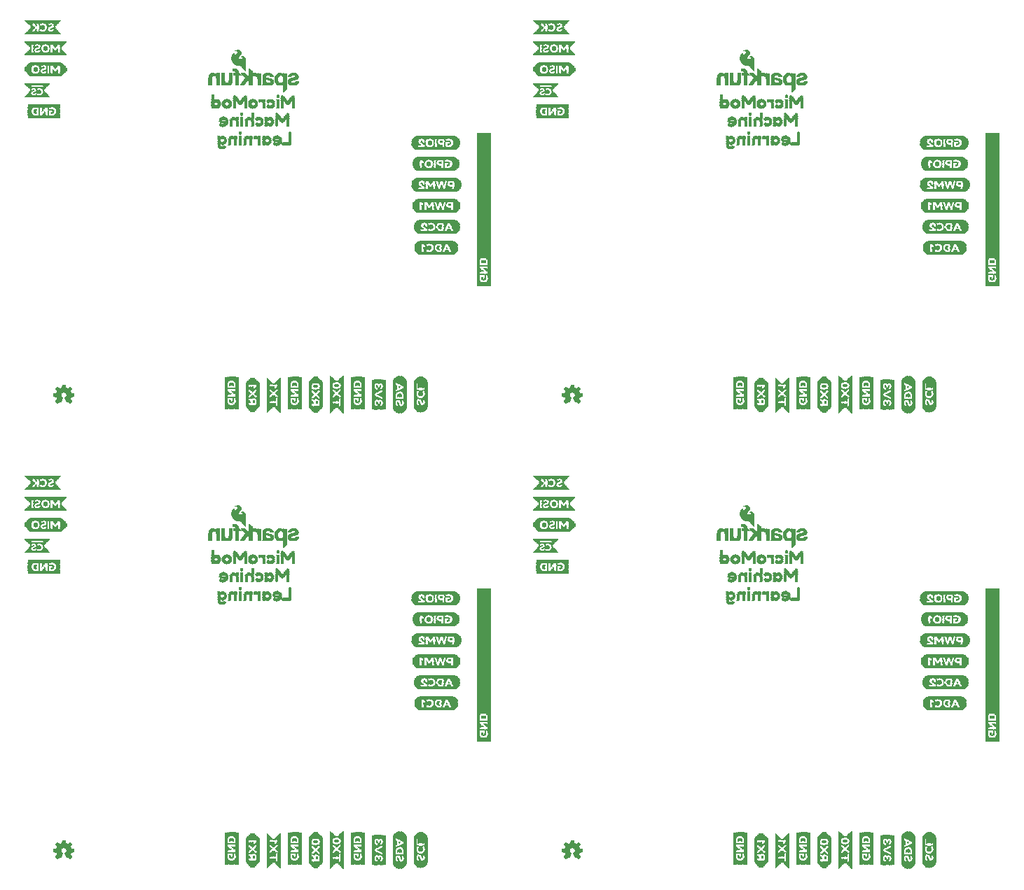
<source format=gbo>
G04 EAGLE Gerber RS-274X export*
G75*
%MOMM*%
%FSLAX34Y34*%
%LPD*%
%INSilkscreen Bottom*%
%IPPOS*%
%AMOC8*
5,1,8,0,0,1.08239X$1,22.5*%
G01*
%ADD10R,1.651000X14.922500*%
%ADD11R,0.040000X3.880000*%
%ADD12R,0.040000X0.840000*%
%ADD13R,0.040000X2.800000*%
%ADD14R,0.040000X0.760000*%
%ADD15R,0.040000X0.320000*%
%ADD16R,0.040000X0.480000*%
%ADD17R,0.040000X0.160000*%
%ADD18R,0.040000X0.680000*%
%ADD19R,0.040000X0.200000*%
%ADD20R,0.040000X0.400000*%
%ADD21R,0.040000X0.120000*%
%ADD22R,0.040000X0.640000*%
%ADD23R,0.040000X0.360000*%
%ADD24R,0.040000X0.560000*%
%ADD25R,0.040000X0.600000*%
%ADD26R,0.040000X0.520000*%
%ADD27R,0.040000X0.280000*%
%ADD28R,0.040000X0.240000*%
%ADD29R,0.040000X0.720000*%
%ADD30R,0.040000X0.440000*%
%ADD31R,0.040000X0.040000*%
%ADD32R,0.040000X0.080000*%
%ADD33R,0.040000X0.800000*%
%ADD34R,0.040000X2.840000*%
%ADD35R,0.040000X2.920000*%
%ADD36R,0.040000X3.080000*%
%ADD37R,0.040000X3.160000*%
%ADD38R,0.040000X3.240000*%
%ADD39R,0.040000X3.320000*%
%ADD40R,0.040000X3.400000*%
%ADD41R,0.040000X1.480000*%
%ADD42R,0.040000X1.160000*%
%ADD43R,0.040000X0.880000*%
%ADD44R,0.040000X4.280000*%
%ADD45R,0.040000X4.200000*%
%ADD46R,0.040000X4.120000*%
%ADD47R,0.040000X4.040000*%
%ADD48R,0.040000X3.960000*%
%ADD49R,0.040000X3.800000*%
%ADD50R,0.040000X1.680000*%
%ADD51R,0.040000X1.200000*%
%ADD52R,0.040000X0.960000*%
%ADD53R,0.040000X3.480000*%
%ADD54R,0.040000X3.560000*%
%ADD55R,0.040000X3.640000*%
%ADD56R,0.040000X1.440000*%
%ADD57R,0.040000X4.600000*%
%ADD58R,0.040000X4.520000*%
%ADD59R,0.040000X4.440000*%
%ADD60R,0.040000X4.360000*%
%ADD61R,0.040000X1.800000*%
%ADD62R,0.040000X3.720000*%
%ADD63R,0.040000X3.040000*%
%ADD64R,0.040000X0.920000*%
%ADD65R,0.040000X1.120000*%
%ADD66R,0.040000X1.080000*%
%ADD67R,0.040000X1.040000*%
%ADD68R,0.040000X1.000000*%
%ADD69R,0.040000X1.240000*%
%ADD70R,0.040000X1.360000*%
%ADD71R,0.040000X1.280000*%
%ADD72R,0.040000X1.320000*%
%ADD73R,4.360000X0.040000*%
%ADD74R,4.280000X0.040000*%
%ADD75R,4.200000X0.040000*%
%ADD76R,4.120000X0.040000*%
%ADD77R,4.040000X0.040000*%
%ADD78R,3.960000X0.040000*%
%ADD79R,3.880000X0.040000*%
%ADD80R,0.840000X0.040000*%
%ADD81R,1.000000X0.040000*%
%ADD82R,0.680000X0.040000*%
%ADD83R,0.600000X0.040000*%
%ADD84R,0.280000X0.040000*%
%ADD85R,0.360000X0.040000*%
%ADD86R,0.440000X0.040000*%
%ADD87R,0.160000X0.040000*%
%ADD88R,0.320000X0.040000*%
%ADD89R,0.520000X0.040000*%
%ADD90R,0.120000X0.040000*%
%ADD91R,0.240000X0.040000*%
%ADD92R,0.480000X0.040000*%
%ADD93R,0.080000X0.040000*%
%ADD94R,0.200000X0.040000*%
%ADD95R,0.400000X0.040000*%
%ADD96R,0.560000X0.040000*%
%ADD97R,0.720000X0.040000*%
%ADD98R,0.760000X0.040000*%
%ADD99R,0.640000X0.040000*%
%ADD100R,5.160000X0.040000*%
%ADD101R,5.080000X0.040000*%
%ADD102R,5.000000X0.040000*%
%ADD103R,4.920000X0.040000*%
%ADD104R,4.840000X0.040000*%
%ADD105R,4.760000X0.040000*%
%ADD106R,4.680000X0.040000*%
%ADD107R,2.240000X0.040000*%
%ADD108R,0.800000X0.040000*%
%ADD109R,1.200000X0.040000*%
%ADD110R,3.800000X0.040000*%
%ADD111R,2.360000X0.040000*%
%ADD112R,0.920000X0.040000*%
%ADD113R,3.080000X0.040000*%
%ADD114R,3.000000X0.040000*%
%ADD115R,2.920000X0.040000*%
%ADD116R,2.840000X0.040000*%
%ADD117R,2.280000X0.040000*%
%ADD118R,2.200000X0.040000*%
%ADD119R,2.120000X0.040000*%
%ADD120R,2.040000X0.040000*%
%ADD121R,0.960000X0.040000*%
%ADD122R,2.760000X0.040000*%
%ADD123R,2.800000X0.040000*%
%ADD124R,5.240000X0.040000*%
%ADD125R,5.320000X0.040000*%
%ADD126R,5.400000X0.040000*%
%ADD127R,5.480000X0.040000*%
%ADD128R,1.080000X0.040000*%
%ADD129R,2.080000X0.040000*%
%ADD130R,0.880000X0.040000*%
%ADD131R,1.040000X0.040000*%
%ADD132R,1.120000X0.040000*%
%ADD133R,4.520000X0.040000*%
%ADD134R,1.720000X0.040000*%
%ADD135R,5.560000X0.040000*%
%ADD136R,5.640000X0.040000*%
%ADD137R,1.680000X0.040000*%
%ADD138R,1.160000X0.040000*%
%ADD139R,4.600000X0.040000*%
%ADD140R,2.640000X0.040000*%
%ADD141R,4.440000X0.040000*%
%ADD142R,3.280000X0.040000*%
%ADD143R,1.520000X0.040000*%
%ADD144R,0.240000X0.060000*%
%ADD145R,0.300000X0.060000*%
%ADD146R,0.060000X0.060000*%
%ADD147R,0.120000X0.060000*%
%ADD148R,0.360000X0.060000*%
%ADD149R,0.420000X0.060000*%
%ADD150R,0.480000X0.060000*%
%ADD151R,0.540000X0.060000*%
%ADD152R,0.600000X0.060000*%
%ADD153R,0.660000X0.060000*%
%ADD154R,0.720000X0.060000*%
%ADD155R,0.840000X0.060000*%
%ADD156R,0.960000X0.060000*%
%ADD157R,0.780000X0.060000*%
%ADD158R,0.900000X0.060000*%
%ADD159R,1.020000X0.060000*%
%ADD160R,1.680000X0.060000*%
%ADD161R,1.080000X0.060000*%
%ADD162R,1.140000X0.060000*%
%ADD163R,0.180000X0.060000*%

G36*
X685866Y578988D02*
X685866Y578988D01*
X685932Y578993D01*
X685950Y579004D01*
X685971Y579009D01*
X686056Y579069D01*
X686080Y579083D01*
X686083Y579088D01*
X686088Y579092D01*
X688288Y581392D01*
X688296Y581405D01*
X688309Y581415D01*
X688340Y581479D01*
X688376Y581541D01*
X688377Y581557D01*
X688384Y581571D01*
X688383Y581642D01*
X688389Y581713D01*
X688383Y581728D01*
X688382Y581744D01*
X688325Y581869D01*
X688323Y581873D01*
X688323Y581874D01*
X686455Y584489D01*
X686457Y584500D01*
X686466Y584513D01*
X686477Y584571D01*
X686486Y584592D01*
X686486Y584614D01*
X686492Y584647D01*
X686493Y584652D01*
X686493Y584653D01*
X686493Y584654D01*
X686493Y584664D01*
X686526Y584729D01*
X686582Y584786D01*
X686593Y584804D01*
X686605Y584813D01*
X686613Y584832D01*
X686653Y584884D01*
X686726Y585029D01*
X686782Y585086D01*
X686822Y585150D01*
X686866Y585213D01*
X686868Y585225D01*
X686873Y585233D01*
X686877Y585268D01*
X686893Y585354D01*
X686893Y585403D01*
X686922Y585450D01*
X686966Y585513D01*
X686968Y585525D01*
X686973Y585533D01*
X686977Y585568D01*
X686993Y585654D01*
X686993Y585764D01*
X687026Y585829D01*
X687082Y585886D01*
X687122Y585950D01*
X687166Y586013D01*
X687168Y586025D01*
X687173Y586033D01*
X687177Y586068D01*
X687183Y586101D01*
X687186Y586109D01*
X687186Y586117D01*
X687193Y586154D01*
X687193Y586203D01*
X687222Y586250D01*
X687266Y586313D01*
X687268Y586325D01*
X687273Y586333D01*
X687277Y586368D01*
X687293Y586454D01*
X687293Y586564D01*
X687322Y586622D01*
X690578Y587180D01*
X690596Y587187D01*
X690615Y587188D01*
X690675Y587221D01*
X690737Y587247D01*
X690750Y587262D01*
X690767Y587271D01*
X690806Y587327D01*
X690850Y587378D01*
X690855Y587397D01*
X690866Y587413D01*
X690888Y587524D01*
X690893Y587546D01*
X690892Y587550D01*
X690893Y587554D01*
X690893Y590754D01*
X690889Y590773D01*
X690891Y590792D01*
X690880Y590826D01*
X690879Y590833D01*
X690874Y590843D01*
X690869Y590856D01*
X690854Y590922D01*
X690841Y590937D01*
X690835Y590955D01*
X690787Y591003D01*
X690744Y591056D01*
X690726Y591063D01*
X690712Y591077D01*
X690606Y591117D01*
X690586Y591126D01*
X690582Y591126D01*
X690578Y591128D01*
X687366Y591678D01*
X687355Y591717D01*
X687354Y591722D01*
X687353Y591723D01*
X687293Y591843D01*
X687293Y591854D01*
X687290Y591869D01*
X687292Y591885D01*
X687272Y591955D01*
X687272Y591970D01*
X687264Y591984D01*
X687255Y592017D01*
X687254Y592022D01*
X687253Y592023D01*
X687193Y592143D01*
X687193Y592154D01*
X687190Y592169D01*
X687192Y592185D01*
X687155Y592317D01*
X687154Y592322D01*
X687153Y592323D01*
X686993Y592643D01*
X686993Y592654D01*
X686990Y592669D01*
X686992Y592685D01*
X686955Y592817D01*
X686954Y592822D01*
X686953Y592823D01*
X686853Y593023D01*
X686830Y593051D01*
X686793Y593105D01*
X686793Y593154D01*
X686776Y593228D01*
X686762Y593303D01*
X686756Y593313D01*
X686754Y593322D01*
X686731Y593350D01*
X686682Y593422D01*
X686626Y593478D01*
X686553Y593623D01*
X686530Y593651D01*
X686493Y593705D01*
X686493Y593754D01*
X686476Y593828D01*
X686472Y593850D01*
X688326Y596538D01*
X688332Y596554D01*
X688344Y596567D01*
X688364Y596634D01*
X688389Y596699D01*
X688388Y596717D01*
X688393Y596733D01*
X688380Y596802D01*
X688374Y596872D01*
X688365Y596886D01*
X688362Y596903D01*
X688291Y597009D01*
X688284Y597020D01*
X688283Y597020D01*
X688282Y597022D01*
X686082Y599222D01*
X686068Y599231D01*
X686057Y599245D01*
X685995Y599276D01*
X685935Y599313D01*
X685918Y599315D01*
X685903Y599322D01*
X685833Y599323D01*
X685763Y599329D01*
X685747Y599323D01*
X685730Y599323D01*
X685612Y599272D01*
X685601Y599268D01*
X685600Y599267D01*
X685599Y599266D01*
X682900Y597404D01*
X682882Y597422D01*
X682817Y597462D01*
X682755Y597506D01*
X682743Y597508D01*
X682735Y597513D01*
X682700Y597516D01*
X682614Y597533D01*
X682564Y597533D01*
X682552Y597541D01*
X682484Y597593D01*
X682339Y597665D01*
X682282Y597722D01*
X682217Y597762D01*
X682155Y597806D01*
X682143Y597808D01*
X682135Y597813D01*
X682100Y597816D01*
X682014Y597833D01*
X681964Y597833D01*
X681952Y597841D01*
X681884Y597893D01*
X681684Y597993D01*
X681668Y597997D01*
X681655Y598006D01*
X681521Y598032D01*
X681515Y598033D01*
X681514Y598033D01*
X681504Y598033D01*
X681384Y598093D01*
X681368Y598097D01*
X681355Y598106D01*
X681221Y598132D01*
X681215Y598133D01*
X681214Y598133D01*
X681164Y598133D01*
X681117Y598162D01*
X681055Y598206D01*
X681043Y598208D01*
X681035Y598213D01*
X681000Y598216D01*
X680914Y598233D01*
X680804Y598233D01*
X680746Y598262D01*
X680188Y601518D01*
X680180Y601536D01*
X680179Y601555D01*
X680147Y601614D01*
X680120Y601677D01*
X680106Y601690D01*
X680096Y601707D01*
X680041Y601746D01*
X679989Y601790D01*
X679970Y601795D01*
X679955Y601806D01*
X679844Y601827D01*
X679822Y601833D01*
X679818Y601832D01*
X679814Y601833D01*
X676614Y601833D01*
X676595Y601829D01*
X676576Y601831D01*
X676512Y601809D01*
X676446Y601793D01*
X676431Y601781D01*
X676412Y601775D01*
X676365Y601727D01*
X676312Y601683D01*
X676304Y601666D01*
X676291Y601652D01*
X676251Y601546D01*
X676242Y601525D01*
X676242Y601522D01*
X676240Y601518D01*
X675690Y598306D01*
X675651Y598295D01*
X675646Y598293D01*
X675645Y598293D01*
X675644Y598293D01*
X675524Y598233D01*
X675514Y598233D01*
X675498Y598229D01*
X675482Y598232D01*
X675351Y598195D01*
X675346Y598193D01*
X675345Y598193D01*
X675344Y598193D01*
X675224Y598133D01*
X675214Y598133D01*
X675198Y598129D01*
X675182Y598132D01*
X675051Y598095D01*
X675046Y598093D01*
X675045Y598093D01*
X675044Y598093D01*
X674924Y598033D01*
X674814Y598033D01*
X674740Y598016D01*
X674664Y598002D01*
X674655Y597996D01*
X674646Y597993D01*
X674618Y597971D01*
X674546Y597922D01*
X674489Y597865D01*
X674424Y597833D01*
X674414Y597833D01*
X674398Y597829D01*
X674382Y597832D01*
X674251Y597795D01*
X674246Y597793D01*
X674245Y597793D01*
X674244Y597793D01*
X674044Y597693D01*
X674017Y597670D01*
X673946Y597622D01*
X673889Y597565D01*
X673824Y597533D01*
X673814Y597533D01*
X673798Y597529D01*
X673782Y597532D01*
X673651Y597495D01*
X673646Y597493D01*
X673645Y597493D01*
X673644Y597493D01*
X673503Y597422D01*
X670829Y599266D01*
X670817Y599271D01*
X670808Y599280D01*
X670737Y599302D01*
X670668Y599329D01*
X670655Y599328D01*
X670643Y599332D01*
X670570Y599320D01*
X670496Y599314D01*
X670485Y599307D01*
X670472Y599305D01*
X670352Y599228D01*
X668052Y597028D01*
X668038Y597006D01*
X668018Y596990D01*
X667991Y596934D01*
X667957Y596883D01*
X667954Y596857D01*
X667943Y596834D01*
X667944Y596772D01*
X667937Y596711D01*
X667946Y596687D01*
X667946Y596661D01*
X667984Y596581D01*
X667995Y596548D01*
X668002Y596542D01*
X668007Y596531D01*
X669942Y593858D01*
X669902Y593778D01*
X669846Y593722D01*
X669806Y593657D01*
X669762Y593594D01*
X669760Y593583D01*
X669755Y593575D01*
X669751Y593540D01*
X669735Y593454D01*
X669735Y593404D01*
X669727Y593391D01*
X669675Y593323D01*
X669602Y593178D01*
X669546Y593122D01*
X669506Y593057D01*
X669462Y592994D01*
X669460Y592983D01*
X669455Y592975D01*
X669451Y592940D01*
X669435Y592854D01*
X669435Y592804D01*
X669406Y592757D01*
X669362Y592694D01*
X669360Y592683D01*
X669355Y592675D01*
X669351Y592640D01*
X669335Y592554D01*
X669335Y592443D01*
X669302Y592378D01*
X669246Y592322D01*
X669206Y592257D01*
X669162Y592194D01*
X669160Y592183D01*
X669155Y592175D01*
X669151Y592140D01*
X669135Y592054D01*
X669135Y592004D01*
X669106Y591957D01*
X669062Y591894D01*
X669060Y591883D01*
X669055Y591875D01*
X669051Y591840D01*
X669035Y591754D01*
X669035Y591675D01*
X665752Y591128D01*
X665733Y591120D01*
X665713Y591119D01*
X665654Y591087D01*
X665592Y591061D01*
X665579Y591046D01*
X665561Y591036D01*
X665523Y590981D01*
X665479Y590931D01*
X665473Y590911D01*
X665462Y590894D01*
X665446Y590813D01*
X665442Y590803D01*
X665442Y590792D01*
X665441Y590788D01*
X665435Y590763D01*
X665436Y590759D01*
X665435Y590754D01*
X665435Y587554D01*
X665439Y587535D01*
X665437Y587516D01*
X665459Y587451D01*
X665474Y587385D01*
X665487Y587370D01*
X665493Y587352D01*
X665541Y587304D01*
X665584Y587252D01*
X665602Y587244D01*
X665616Y587230D01*
X665722Y587190D01*
X665742Y587181D01*
X665746Y587181D01*
X665750Y587180D01*
X669038Y586616D01*
X669073Y586491D01*
X669074Y586485D01*
X669075Y586485D01*
X669075Y586484D01*
X669135Y586364D01*
X669135Y586354D01*
X669138Y586338D01*
X669136Y586322D01*
X669173Y586191D01*
X669174Y586185D01*
X669175Y586185D01*
X669175Y586184D01*
X669235Y586064D01*
X669235Y586054D01*
X669238Y586038D01*
X669236Y586022D01*
X669273Y585891D01*
X669274Y585885D01*
X669275Y585885D01*
X669275Y585884D01*
X669435Y585564D01*
X669435Y585554D01*
X669438Y585538D01*
X669436Y585522D01*
X669473Y585391D01*
X669474Y585385D01*
X669475Y585385D01*
X669475Y585384D01*
X669575Y585184D01*
X669598Y585156D01*
X669646Y585086D01*
X669702Y585029D01*
X669735Y584964D01*
X669735Y584954D01*
X669738Y584938D01*
X669736Y584922D01*
X669773Y584791D01*
X669774Y584785D01*
X669775Y584785D01*
X669775Y584784D01*
X669875Y584584D01*
X669898Y584556D01*
X669946Y584486D01*
X669956Y584475D01*
X668011Y581881D01*
X668001Y581859D01*
X667984Y581840D01*
X667966Y581780D01*
X667941Y581723D01*
X667942Y581698D01*
X667935Y581674D01*
X667946Y581613D01*
X667949Y581550D01*
X667961Y581528D01*
X667966Y581504D01*
X668017Y581429D01*
X668033Y581399D01*
X668040Y581394D01*
X668046Y581386D01*
X670346Y579086D01*
X670360Y579077D01*
X670371Y579063D01*
X670433Y579031D01*
X670493Y578994D01*
X670510Y578993D01*
X670525Y578985D01*
X670596Y578985D01*
X670665Y578978D01*
X670681Y578984D01*
X670698Y578984D01*
X670816Y579036D01*
X670827Y579040D01*
X670828Y579041D01*
X670829Y579041D01*
X673528Y580903D01*
X673546Y580886D01*
X673611Y580845D01*
X673673Y580801D01*
X673685Y580799D01*
X673693Y580794D01*
X673728Y580791D01*
X673743Y580788D01*
X673746Y580786D01*
X673811Y580745D01*
X673873Y580701D01*
X673885Y580699D01*
X673893Y580694D01*
X673928Y580691D01*
X674014Y580674D01*
X674064Y580674D01*
X674111Y580645D01*
X674173Y580601D01*
X674185Y580599D01*
X674193Y580594D01*
X674228Y580591D01*
X674243Y580588D01*
X674246Y580586D01*
X674311Y580545D01*
X674373Y580501D01*
X674385Y580499D01*
X674393Y580494D01*
X674428Y580491D01*
X674443Y580488D01*
X674446Y580486D01*
X674511Y580445D01*
X674573Y580401D01*
X674585Y580399D01*
X674593Y580394D01*
X674628Y580391D01*
X674657Y580385D01*
X674684Y580352D01*
X674703Y580344D01*
X674718Y580329D01*
X674781Y580309D01*
X674842Y580281D01*
X674863Y580282D01*
X674882Y580276D01*
X674948Y580286D01*
X675015Y580288D01*
X675033Y580298D01*
X675053Y580301D01*
X675108Y580339D01*
X675167Y580371D01*
X675179Y580388D01*
X675195Y580400D01*
X675252Y580492D01*
X675266Y580513D01*
X675267Y580518D01*
X675270Y580522D01*
X677270Y585922D01*
X677274Y585953D01*
X677286Y585981D01*
X677284Y586037D01*
X677291Y586094D01*
X677281Y586123D01*
X677280Y586154D01*
X677253Y586204D01*
X677234Y586257D01*
X677212Y586279D01*
X677197Y586306D01*
X677137Y586352D01*
X677110Y586378D01*
X677097Y586382D01*
X677084Y586393D01*
X676539Y586665D01*
X676382Y586822D01*
X676352Y586841D01*
X676284Y586893D01*
X676139Y586965D01*
X675826Y587278D01*
X675753Y587423D01*
X675730Y587451D01*
X675682Y587522D01*
X675526Y587678D01*
X675465Y587799D01*
X675374Y588074D01*
X675362Y588093D01*
X675353Y588123D01*
X675293Y588243D01*
X675293Y588354D01*
X675285Y588389D01*
X675274Y588474D01*
X675193Y588715D01*
X675193Y589492D01*
X675274Y589734D01*
X675277Y589770D01*
X675293Y589854D01*
X675293Y590039D01*
X675430Y590243D01*
X675443Y590278D01*
X675474Y590334D01*
X675558Y590586D01*
X675909Y591112D01*
X676256Y591459D01*
X676782Y591810D01*
X677034Y591894D01*
X677052Y591905D01*
X677066Y591908D01*
X677079Y591919D01*
X677124Y591938D01*
X677329Y592074D01*
X677514Y592074D01*
X677549Y592083D01*
X677634Y592094D01*
X677876Y592174D01*
X678467Y592174D01*
X678822Y592086D01*
X678858Y592085D01*
X678914Y592074D01*
X679099Y592074D01*
X679304Y591938D01*
X679339Y591925D01*
X679388Y591897D01*
X679390Y591896D01*
X679391Y591896D01*
X679394Y591894D01*
X679646Y591810D01*
X679873Y591659D01*
X680046Y591486D01*
X680072Y591469D01*
X680104Y591438D01*
X680373Y591259D01*
X680519Y591112D01*
X680870Y590586D01*
X681235Y589492D01*
X681235Y589015D01*
X681154Y588774D01*
X681151Y588738D01*
X681135Y588654D01*
X681135Y588443D01*
X680975Y588123D01*
X680969Y588101D01*
X680954Y588074D01*
X680863Y587799D01*
X680702Y587478D01*
X680546Y587322D01*
X680527Y587291D01*
X680475Y587223D01*
X680402Y587078D01*
X680289Y586965D01*
X680144Y586893D01*
X680117Y586870D01*
X680046Y586822D01*
X679889Y586665D01*
X679568Y586505D01*
X679294Y586413D01*
X679245Y586383D01*
X679192Y586361D01*
X679172Y586339D01*
X679147Y586323D01*
X679116Y586274D01*
X679079Y586231D01*
X679071Y586202D01*
X679055Y586176D01*
X679049Y586119D01*
X679035Y586063D01*
X679041Y586029D01*
X679038Y586004D01*
X679050Y585972D01*
X679058Y585922D01*
X681058Y580522D01*
X681084Y580484D01*
X681100Y580441D01*
X681131Y580413D01*
X681154Y580378D01*
X681194Y580355D01*
X681227Y580324D01*
X681267Y580312D01*
X681304Y580291D01*
X681349Y580288D01*
X681393Y580275D01*
X681434Y580282D01*
X681476Y580280D01*
X681519Y580297D01*
X681564Y580305D01*
X681605Y580333D01*
X681636Y580346D01*
X681653Y580366D01*
X681666Y580374D01*
X681714Y580374D01*
X681788Y580392D01*
X681864Y580405D01*
X681873Y580412D01*
X681882Y580414D01*
X681910Y580437D01*
X681982Y580486D01*
X681989Y580492D01*
X682064Y580505D01*
X682073Y580512D01*
X682082Y580514D01*
X682110Y580537D01*
X682182Y580586D01*
X682189Y580592D01*
X682264Y580605D01*
X682273Y580612D01*
X682282Y580614D01*
X682310Y580637D01*
X682382Y580686D01*
X682389Y580692D01*
X682464Y580705D01*
X682473Y580712D01*
X682482Y580714D01*
X682510Y580737D01*
X682582Y580786D01*
X682589Y580792D01*
X682664Y580805D01*
X682673Y580812D01*
X682682Y580814D01*
X682710Y580837D01*
X682782Y580886D01*
X682789Y580892D01*
X682864Y580905D01*
X682873Y580912D01*
X682882Y580914D01*
X682883Y580914D01*
X685599Y579041D01*
X685619Y579034D01*
X685635Y579020D01*
X685698Y579002D01*
X685760Y578978D01*
X685781Y578980D01*
X685802Y578975D01*
X685866Y578988D01*
G37*
G36*
X71186Y578988D02*
X71186Y578988D01*
X71252Y578993D01*
X71270Y579004D01*
X71291Y579009D01*
X71376Y579069D01*
X71400Y579083D01*
X71403Y579088D01*
X71408Y579092D01*
X73608Y581392D01*
X73616Y581405D01*
X73629Y581415D01*
X73660Y581479D01*
X73696Y581541D01*
X73697Y581557D01*
X73704Y581571D01*
X73703Y581642D01*
X73709Y581713D01*
X73703Y581728D01*
X73702Y581744D01*
X73645Y581869D01*
X73643Y581873D01*
X73643Y581874D01*
X71775Y584489D01*
X71777Y584500D01*
X71786Y584513D01*
X71797Y584571D01*
X71806Y584592D01*
X71806Y584614D01*
X71812Y584647D01*
X71813Y584652D01*
X71813Y584653D01*
X71813Y584654D01*
X71813Y584664D01*
X71846Y584729D01*
X71902Y584786D01*
X71913Y584804D01*
X71925Y584813D01*
X71933Y584832D01*
X71973Y584884D01*
X72046Y585029D01*
X72102Y585086D01*
X72142Y585150D01*
X72186Y585213D01*
X72188Y585225D01*
X72193Y585233D01*
X72197Y585268D01*
X72213Y585354D01*
X72213Y585403D01*
X72242Y585450D01*
X72286Y585513D01*
X72288Y585525D01*
X72293Y585533D01*
X72297Y585568D01*
X72313Y585654D01*
X72313Y585764D01*
X72346Y585829D01*
X72402Y585886D01*
X72442Y585950D01*
X72486Y586013D01*
X72488Y586025D01*
X72493Y586033D01*
X72497Y586068D01*
X72503Y586101D01*
X72506Y586109D01*
X72506Y586117D01*
X72513Y586154D01*
X72513Y586203D01*
X72542Y586250D01*
X72586Y586313D01*
X72588Y586325D01*
X72593Y586333D01*
X72597Y586368D01*
X72613Y586454D01*
X72613Y586564D01*
X72642Y586622D01*
X75898Y587180D01*
X75916Y587187D01*
X75935Y587188D01*
X75995Y587221D01*
X76057Y587247D01*
X76070Y587262D01*
X76087Y587271D01*
X76126Y587327D01*
X76170Y587378D01*
X76175Y587397D01*
X76186Y587413D01*
X76208Y587524D01*
X76213Y587546D01*
X76212Y587550D01*
X76213Y587554D01*
X76213Y590754D01*
X76209Y590773D01*
X76211Y590792D01*
X76200Y590826D01*
X76199Y590833D01*
X76194Y590843D01*
X76189Y590856D01*
X76174Y590922D01*
X76161Y590937D01*
X76155Y590955D01*
X76107Y591003D01*
X76064Y591056D01*
X76046Y591063D01*
X76032Y591077D01*
X75926Y591117D01*
X75906Y591126D01*
X75902Y591126D01*
X75898Y591128D01*
X72686Y591678D01*
X72675Y591717D01*
X72674Y591722D01*
X72673Y591723D01*
X72613Y591843D01*
X72613Y591854D01*
X72610Y591869D01*
X72612Y591885D01*
X72592Y591955D01*
X72592Y591970D01*
X72584Y591984D01*
X72575Y592017D01*
X72574Y592022D01*
X72573Y592023D01*
X72513Y592143D01*
X72513Y592154D01*
X72510Y592169D01*
X72512Y592185D01*
X72475Y592317D01*
X72474Y592322D01*
X72473Y592323D01*
X72313Y592643D01*
X72313Y592654D01*
X72310Y592669D01*
X72312Y592685D01*
X72275Y592817D01*
X72274Y592822D01*
X72273Y592823D01*
X72173Y593023D01*
X72150Y593051D01*
X72113Y593105D01*
X72113Y593154D01*
X72096Y593228D01*
X72082Y593303D01*
X72076Y593313D01*
X72074Y593322D01*
X72051Y593350D01*
X72002Y593422D01*
X71946Y593478D01*
X71873Y593623D01*
X71850Y593651D01*
X71813Y593705D01*
X71813Y593754D01*
X71796Y593828D01*
X71792Y593850D01*
X73646Y596538D01*
X73652Y596554D01*
X73664Y596567D01*
X73684Y596634D01*
X73709Y596699D01*
X73708Y596717D01*
X73713Y596733D01*
X73700Y596802D01*
X73694Y596872D01*
X73685Y596886D01*
X73682Y596903D01*
X73611Y597009D01*
X73604Y597020D01*
X73603Y597020D01*
X73602Y597022D01*
X71402Y599222D01*
X71388Y599231D01*
X71377Y599245D01*
X71315Y599276D01*
X71255Y599313D01*
X71238Y599315D01*
X71223Y599322D01*
X71153Y599323D01*
X71083Y599329D01*
X71067Y599323D01*
X71050Y599323D01*
X70932Y599272D01*
X70921Y599268D01*
X70920Y599267D01*
X70919Y599266D01*
X68220Y597404D01*
X68202Y597422D01*
X68137Y597462D01*
X68075Y597506D01*
X68063Y597508D01*
X68055Y597513D01*
X68020Y597516D01*
X67934Y597533D01*
X67884Y597533D01*
X67872Y597541D01*
X67804Y597593D01*
X67659Y597665D01*
X67602Y597722D01*
X67537Y597762D01*
X67475Y597806D01*
X67463Y597808D01*
X67455Y597813D01*
X67420Y597816D01*
X67334Y597833D01*
X67284Y597833D01*
X67272Y597841D01*
X67204Y597893D01*
X67004Y597993D01*
X66988Y597997D01*
X66975Y598006D01*
X66841Y598032D01*
X66835Y598033D01*
X66834Y598033D01*
X66824Y598033D01*
X66704Y598093D01*
X66688Y598097D01*
X66675Y598106D01*
X66541Y598132D01*
X66535Y598133D01*
X66534Y598133D01*
X66484Y598133D01*
X66437Y598162D01*
X66375Y598206D01*
X66363Y598208D01*
X66355Y598213D01*
X66320Y598216D01*
X66234Y598233D01*
X66124Y598233D01*
X66066Y598262D01*
X65508Y601518D01*
X65500Y601536D01*
X65499Y601555D01*
X65467Y601614D01*
X65440Y601677D01*
X65426Y601690D01*
X65416Y601707D01*
X65361Y601746D01*
X65309Y601790D01*
X65290Y601795D01*
X65275Y601806D01*
X65164Y601827D01*
X65142Y601833D01*
X65138Y601832D01*
X65134Y601833D01*
X61934Y601833D01*
X61915Y601829D01*
X61896Y601831D01*
X61832Y601809D01*
X61766Y601793D01*
X61751Y601781D01*
X61732Y601775D01*
X61685Y601727D01*
X61632Y601683D01*
X61624Y601666D01*
X61611Y601652D01*
X61571Y601546D01*
X61562Y601525D01*
X61562Y601522D01*
X61560Y601518D01*
X61010Y598306D01*
X60971Y598295D01*
X60966Y598293D01*
X60965Y598293D01*
X60964Y598293D01*
X60844Y598233D01*
X60834Y598233D01*
X60818Y598229D01*
X60802Y598232D01*
X60671Y598195D01*
X60666Y598193D01*
X60665Y598193D01*
X60664Y598193D01*
X60544Y598133D01*
X60534Y598133D01*
X60518Y598129D01*
X60502Y598132D01*
X60371Y598095D01*
X60366Y598093D01*
X60365Y598093D01*
X60364Y598093D01*
X60244Y598033D01*
X60134Y598033D01*
X60060Y598016D01*
X59984Y598002D01*
X59975Y597996D01*
X59966Y597993D01*
X59938Y597971D01*
X59866Y597922D01*
X59809Y597865D01*
X59744Y597833D01*
X59734Y597833D01*
X59718Y597829D01*
X59702Y597832D01*
X59571Y597795D01*
X59566Y597793D01*
X59565Y597793D01*
X59564Y597793D01*
X59364Y597693D01*
X59337Y597670D01*
X59266Y597622D01*
X59209Y597565D01*
X59144Y597533D01*
X59134Y597533D01*
X59118Y597529D01*
X59102Y597532D01*
X58971Y597495D01*
X58966Y597493D01*
X58965Y597493D01*
X58964Y597493D01*
X58823Y597422D01*
X56149Y599266D01*
X56137Y599271D01*
X56128Y599280D01*
X56057Y599302D01*
X55988Y599329D01*
X55975Y599328D01*
X55963Y599332D01*
X55890Y599320D01*
X55816Y599314D01*
X55805Y599307D01*
X55792Y599305D01*
X55672Y599228D01*
X53372Y597028D01*
X53358Y597006D01*
X53338Y596990D01*
X53311Y596934D01*
X53277Y596883D01*
X53274Y596857D01*
X53263Y596834D01*
X53264Y596772D01*
X53257Y596711D01*
X53266Y596687D01*
X53266Y596661D01*
X53304Y596581D01*
X53315Y596548D01*
X53322Y596542D01*
X53327Y596531D01*
X55262Y593858D01*
X55222Y593778D01*
X55166Y593722D01*
X55126Y593657D01*
X55082Y593594D01*
X55080Y593583D01*
X55075Y593575D01*
X55071Y593540D01*
X55055Y593454D01*
X55055Y593404D01*
X55047Y593391D01*
X54995Y593323D01*
X54922Y593178D01*
X54866Y593122D01*
X54826Y593057D01*
X54782Y592994D01*
X54780Y592983D01*
X54775Y592975D01*
X54771Y592940D01*
X54755Y592854D01*
X54755Y592804D01*
X54726Y592757D01*
X54682Y592694D01*
X54680Y592683D01*
X54675Y592675D01*
X54671Y592640D01*
X54655Y592554D01*
X54655Y592443D01*
X54622Y592378D01*
X54566Y592322D01*
X54526Y592257D01*
X54482Y592194D01*
X54480Y592183D01*
X54475Y592175D01*
X54471Y592140D01*
X54455Y592054D01*
X54455Y592004D01*
X54426Y591957D01*
X54382Y591894D01*
X54380Y591883D01*
X54375Y591875D01*
X54371Y591840D01*
X54355Y591754D01*
X54355Y591675D01*
X51072Y591128D01*
X51053Y591120D01*
X51033Y591119D01*
X50974Y591087D01*
X50912Y591061D01*
X50899Y591046D01*
X50881Y591036D01*
X50843Y590981D01*
X50799Y590931D01*
X50793Y590911D01*
X50782Y590894D01*
X50766Y590813D01*
X50762Y590803D01*
X50762Y590792D01*
X50761Y590788D01*
X50755Y590763D01*
X50756Y590759D01*
X50755Y590754D01*
X50755Y587554D01*
X50759Y587535D01*
X50757Y587516D01*
X50779Y587451D01*
X50794Y587385D01*
X50807Y587370D01*
X50813Y587352D01*
X50861Y587304D01*
X50904Y587252D01*
X50922Y587244D01*
X50936Y587230D01*
X51042Y587190D01*
X51062Y587181D01*
X51066Y587181D01*
X51070Y587180D01*
X54358Y586616D01*
X54393Y586491D01*
X54394Y586485D01*
X54395Y586485D01*
X54395Y586484D01*
X54455Y586364D01*
X54455Y586354D01*
X54458Y586338D01*
X54456Y586322D01*
X54493Y586191D01*
X54494Y586185D01*
X54495Y586185D01*
X54495Y586184D01*
X54555Y586064D01*
X54555Y586054D01*
X54558Y586038D01*
X54556Y586022D01*
X54593Y585891D01*
X54594Y585885D01*
X54595Y585885D01*
X54595Y585884D01*
X54755Y585564D01*
X54755Y585554D01*
X54758Y585538D01*
X54756Y585522D01*
X54793Y585391D01*
X54794Y585385D01*
X54795Y585385D01*
X54795Y585384D01*
X54895Y585184D01*
X54918Y585156D01*
X54966Y585086D01*
X55022Y585029D01*
X55055Y584964D01*
X55055Y584954D01*
X55058Y584938D01*
X55056Y584922D01*
X55093Y584791D01*
X55094Y584785D01*
X55095Y584785D01*
X55095Y584784D01*
X55195Y584584D01*
X55218Y584556D01*
X55266Y584486D01*
X55276Y584475D01*
X53331Y581881D01*
X53321Y581859D01*
X53304Y581840D01*
X53286Y581780D01*
X53261Y581723D01*
X53262Y581698D01*
X53255Y581674D01*
X53266Y581613D01*
X53269Y581550D01*
X53281Y581528D01*
X53286Y581504D01*
X53337Y581429D01*
X53353Y581399D01*
X53360Y581394D01*
X53366Y581386D01*
X55666Y579086D01*
X55680Y579077D01*
X55691Y579063D01*
X55753Y579031D01*
X55813Y578994D01*
X55830Y578993D01*
X55845Y578985D01*
X55916Y578985D01*
X55985Y578978D01*
X56001Y578984D01*
X56018Y578984D01*
X56136Y579036D01*
X56147Y579040D01*
X56148Y579041D01*
X56149Y579041D01*
X58848Y580903D01*
X58866Y580886D01*
X58931Y580845D01*
X58993Y580801D01*
X59005Y580799D01*
X59013Y580794D01*
X59048Y580791D01*
X59063Y580788D01*
X59066Y580786D01*
X59131Y580745D01*
X59193Y580701D01*
X59205Y580699D01*
X59213Y580694D01*
X59248Y580691D01*
X59334Y580674D01*
X59384Y580674D01*
X59431Y580645D01*
X59493Y580601D01*
X59505Y580599D01*
X59513Y580594D01*
X59548Y580591D01*
X59563Y580588D01*
X59566Y580586D01*
X59631Y580545D01*
X59693Y580501D01*
X59705Y580499D01*
X59713Y580494D01*
X59748Y580491D01*
X59763Y580488D01*
X59766Y580486D01*
X59831Y580445D01*
X59893Y580401D01*
X59905Y580399D01*
X59913Y580394D01*
X59948Y580391D01*
X59977Y580385D01*
X60004Y580352D01*
X60023Y580344D01*
X60038Y580329D01*
X60101Y580309D01*
X60162Y580281D01*
X60183Y580282D01*
X60202Y580276D01*
X60268Y580286D01*
X60335Y580288D01*
X60353Y580298D01*
X60373Y580301D01*
X60428Y580339D01*
X60487Y580371D01*
X60499Y580388D01*
X60515Y580400D01*
X60572Y580492D01*
X60586Y580513D01*
X60587Y580518D01*
X60590Y580522D01*
X62590Y585922D01*
X62594Y585953D01*
X62606Y585981D01*
X62604Y586037D01*
X62611Y586094D01*
X62601Y586123D01*
X62600Y586154D01*
X62573Y586204D01*
X62554Y586257D01*
X62532Y586279D01*
X62517Y586306D01*
X62457Y586352D01*
X62430Y586378D01*
X62417Y586382D01*
X62404Y586393D01*
X61859Y586665D01*
X61702Y586822D01*
X61672Y586841D01*
X61604Y586893D01*
X61459Y586965D01*
X61146Y587278D01*
X61073Y587423D01*
X61050Y587451D01*
X61002Y587522D01*
X60846Y587678D01*
X60785Y587799D01*
X60694Y588074D01*
X60682Y588093D01*
X60673Y588123D01*
X60613Y588243D01*
X60613Y588354D01*
X60605Y588389D01*
X60594Y588474D01*
X60513Y588715D01*
X60513Y589492D01*
X60594Y589734D01*
X60597Y589770D01*
X60613Y589854D01*
X60613Y590039D01*
X60750Y590243D01*
X60763Y590278D01*
X60794Y590334D01*
X60878Y590586D01*
X61229Y591112D01*
X61576Y591459D01*
X62102Y591810D01*
X62354Y591894D01*
X62372Y591905D01*
X62386Y591908D01*
X62399Y591919D01*
X62444Y591938D01*
X62649Y592074D01*
X62834Y592074D01*
X62869Y592083D01*
X62954Y592094D01*
X63196Y592174D01*
X63787Y592174D01*
X64142Y592086D01*
X64178Y592085D01*
X64234Y592074D01*
X64419Y592074D01*
X64624Y591938D01*
X64659Y591925D01*
X64708Y591897D01*
X64710Y591896D01*
X64711Y591896D01*
X64714Y591894D01*
X64966Y591810D01*
X65193Y591659D01*
X65366Y591486D01*
X65392Y591469D01*
X65424Y591438D01*
X65693Y591259D01*
X65839Y591112D01*
X66190Y590586D01*
X66555Y589492D01*
X66555Y589015D01*
X66474Y588774D01*
X66471Y588738D01*
X66455Y588654D01*
X66455Y588443D01*
X66295Y588123D01*
X66289Y588101D01*
X66274Y588074D01*
X66183Y587799D01*
X66022Y587478D01*
X65866Y587322D01*
X65847Y587291D01*
X65795Y587223D01*
X65722Y587078D01*
X65609Y586965D01*
X65464Y586893D01*
X65437Y586870D01*
X65366Y586822D01*
X65209Y586665D01*
X64888Y586505D01*
X64614Y586413D01*
X64565Y586383D01*
X64512Y586361D01*
X64492Y586339D01*
X64467Y586323D01*
X64436Y586274D01*
X64399Y586231D01*
X64391Y586202D01*
X64375Y586176D01*
X64369Y586119D01*
X64355Y586063D01*
X64361Y586029D01*
X64358Y586004D01*
X64370Y585972D01*
X64378Y585922D01*
X66378Y580522D01*
X66404Y580484D01*
X66420Y580441D01*
X66451Y580413D01*
X66474Y580378D01*
X66514Y580355D01*
X66547Y580324D01*
X66587Y580312D01*
X66624Y580291D01*
X66669Y580288D01*
X66713Y580275D01*
X66754Y580282D01*
X66796Y580280D01*
X66839Y580297D01*
X66884Y580305D01*
X66925Y580333D01*
X66956Y580346D01*
X66973Y580366D01*
X66986Y580374D01*
X67034Y580374D01*
X67108Y580392D01*
X67184Y580405D01*
X67193Y580412D01*
X67202Y580414D01*
X67230Y580437D01*
X67302Y580486D01*
X67309Y580492D01*
X67384Y580505D01*
X67393Y580512D01*
X67402Y580514D01*
X67430Y580537D01*
X67502Y580586D01*
X67509Y580592D01*
X67584Y580605D01*
X67593Y580612D01*
X67602Y580614D01*
X67630Y580637D01*
X67702Y580686D01*
X67709Y580692D01*
X67784Y580705D01*
X67793Y580712D01*
X67802Y580714D01*
X67830Y580737D01*
X67902Y580786D01*
X67909Y580792D01*
X67984Y580805D01*
X67993Y580812D01*
X68002Y580814D01*
X68030Y580837D01*
X68102Y580886D01*
X68109Y580892D01*
X68184Y580905D01*
X68193Y580912D01*
X68202Y580914D01*
X68203Y580914D01*
X70919Y579041D01*
X70939Y579034D01*
X70955Y579020D01*
X71018Y579002D01*
X71080Y578978D01*
X71101Y578980D01*
X71122Y578975D01*
X71186Y578988D01*
G37*
G36*
X685866Y27808D02*
X685866Y27808D01*
X685932Y27813D01*
X685950Y27824D01*
X685971Y27829D01*
X686056Y27889D01*
X686080Y27903D01*
X686083Y27908D01*
X686088Y27912D01*
X688288Y30212D01*
X688296Y30225D01*
X688309Y30235D01*
X688340Y30299D01*
X688376Y30361D01*
X688377Y30377D01*
X688384Y30391D01*
X688383Y30462D01*
X688389Y30533D01*
X688383Y30548D01*
X688382Y30564D01*
X688325Y30689D01*
X688323Y30693D01*
X688323Y30694D01*
X686455Y33309D01*
X686457Y33320D01*
X686466Y33333D01*
X686477Y33391D01*
X686486Y33412D01*
X686486Y33434D01*
X686492Y33467D01*
X686493Y33472D01*
X686493Y33473D01*
X686493Y33474D01*
X686493Y33484D01*
X686526Y33549D01*
X686582Y33606D01*
X686593Y33624D01*
X686605Y33633D01*
X686613Y33651D01*
X686653Y33704D01*
X686726Y33849D01*
X686782Y33906D01*
X686822Y33970D01*
X686866Y34033D01*
X686868Y34045D01*
X686873Y34053D01*
X686877Y34088D01*
X686893Y34174D01*
X686893Y34223D01*
X686922Y34270D01*
X686966Y34333D01*
X686968Y34345D01*
X686973Y34353D01*
X686977Y34388D01*
X686993Y34474D01*
X686993Y34584D01*
X687026Y34649D01*
X687082Y34706D01*
X687122Y34770D01*
X687166Y34833D01*
X687168Y34845D01*
X687173Y34853D01*
X687177Y34888D01*
X687183Y34921D01*
X687186Y34929D01*
X687186Y34937D01*
X687193Y34974D01*
X687193Y35023D01*
X687222Y35070D01*
X687266Y35133D01*
X687268Y35145D01*
X687273Y35153D01*
X687277Y35188D01*
X687293Y35274D01*
X687293Y35384D01*
X687322Y35442D01*
X690578Y36000D01*
X690596Y36007D01*
X690615Y36008D01*
X690675Y36041D01*
X690737Y36067D01*
X690750Y36082D01*
X690767Y36091D01*
X690806Y36147D01*
X690850Y36198D01*
X690855Y36217D01*
X690866Y36233D01*
X690888Y36344D01*
X690893Y36366D01*
X690892Y36370D01*
X690893Y36374D01*
X690893Y39574D01*
X690889Y39593D01*
X690891Y39612D01*
X690880Y39646D01*
X690879Y39652D01*
X690874Y39663D01*
X690869Y39676D01*
X690854Y39742D01*
X690841Y39757D01*
X690835Y39775D01*
X690787Y39823D01*
X690744Y39876D01*
X690726Y39883D01*
X690712Y39897D01*
X690606Y39937D01*
X690586Y39946D01*
X690582Y39946D01*
X690578Y39948D01*
X687366Y40498D01*
X687355Y40537D01*
X687354Y40542D01*
X687353Y40543D01*
X687293Y40663D01*
X687293Y40674D01*
X687290Y40689D01*
X687292Y40705D01*
X687272Y40775D01*
X687272Y40790D01*
X687264Y40804D01*
X687255Y40837D01*
X687254Y40842D01*
X687253Y40843D01*
X687193Y40963D01*
X687193Y40974D01*
X687190Y40989D01*
X687192Y41005D01*
X687155Y41137D01*
X687154Y41142D01*
X687153Y41143D01*
X686993Y41463D01*
X686993Y41474D01*
X686990Y41489D01*
X686992Y41505D01*
X686955Y41637D01*
X686954Y41642D01*
X686953Y41643D01*
X686853Y41843D01*
X686830Y41871D01*
X686793Y41925D01*
X686793Y41974D01*
X686776Y42048D01*
X686762Y42123D01*
X686756Y42133D01*
X686754Y42142D01*
X686731Y42170D01*
X686682Y42242D01*
X686626Y42298D01*
X686553Y42443D01*
X686530Y42471D01*
X686493Y42525D01*
X686493Y42574D01*
X686476Y42648D01*
X686472Y42670D01*
X688326Y45358D01*
X688332Y45374D01*
X688344Y45387D01*
X688364Y45454D01*
X688389Y45519D01*
X688388Y45537D01*
X688393Y45553D01*
X688380Y45622D01*
X688374Y45692D01*
X688365Y45706D01*
X688362Y45723D01*
X688291Y45829D01*
X688284Y45840D01*
X688283Y45840D01*
X688282Y45842D01*
X686082Y48042D01*
X686068Y48051D01*
X686057Y48065D01*
X685995Y48096D01*
X685935Y48133D01*
X685918Y48135D01*
X685903Y48142D01*
X685833Y48143D01*
X685763Y48149D01*
X685747Y48143D01*
X685730Y48143D01*
X685612Y48092D01*
X685601Y48088D01*
X685600Y48087D01*
X685599Y48086D01*
X682900Y46224D01*
X682882Y46242D01*
X682817Y46282D01*
X682755Y46326D01*
X682743Y46328D01*
X682735Y46333D01*
X682700Y46336D01*
X682614Y46353D01*
X682564Y46353D01*
X682552Y46361D01*
X682484Y46413D01*
X682339Y46485D01*
X682282Y46542D01*
X682217Y46582D01*
X682155Y46626D01*
X682143Y46628D01*
X682135Y46633D01*
X682100Y46636D01*
X682014Y46653D01*
X681964Y46653D01*
X681952Y46661D01*
X681884Y46713D01*
X681684Y46813D01*
X681668Y46817D01*
X681655Y46826D01*
X681521Y46852D01*
X681515Y46853D01*
X681514Y46853D01*
X681504Y46853D01*
X681384Y46913D01*
X681368Y46917D01*
X681355Y46926D01*
X681221Y46952D01*
X681215Y46953D01*
X681214Y46953D01*
X681164Y46953D01*
X681117Y46982D01*
X681055Y47026D01*
X681043Y47028D01*
X681035Y47033D01*
X681000Y47036D01*
X680914Y47053D01*
X680804Y47053D01*
X680746Y47082D01*
X680188Y50338D01*
X680180Y50356D01*
X680179Y50375D01*
X680147Y50434D01*
X680120Y50497D01*
X680106Y50510D01*
X680096Y50527D01*
X680041Y50566D01*
X679989Y50610D01*
X679970Y50615D01*
X679955Y50626D01*
X679844Y50647D01*
X679822Y50653D01*
X679818Y50652D01*
X679814Y50653D01*
X676614Y50653D01*
X676595Y50649D01*
X676576Y50651D01*
X676512Y50629D01*
X676446Y50613D01*
X676431Y50601D01*
X676412Y50595D01*
X676365Y50547D01*
X676312Y50503D01*
X676304Y50486D01*
X676291Y50472D01*
X676251Y50366D01*
X676242Y50345D01*
X676242Y50342D01*
X676240Y50338D01*
X675690Y47126D01*
X675651Y47115D01*
X675646Y47113D01*
X675645Y47113D01*
X675644Y47113D01*
X675524Y47053D01*
X675514Y47053D01*
X675498Y47049D01*
X675482Y47052D01*
X675351Y47015D01*
X675346Y47013D01*
X675345Y47013D01*
X675344Y47013D01*
X675224Y46953D01*
X675214Y46953D01*
X675198Y46949D01*
X675182Y46952D01*
X675051Y46915D01*
X675046Y46913D01*
X675045Y46913D01*
X675044Y46913D01*
X674924Y46853D01*
X674814Y46853D01*
X674740Y46836D01*
X674664Y46822D01*
X674655Y46816D01*
X674646Y46813D01*
X674618Y46791D01*
X674546Y46742D01*
X674489Y46685D01*
X674424Y46653D01*
X674414Y46653D01*
X674398Y46649D01*
X674382Y46652D01*
X674251Y46615D01*
X674246Y46613D01*
X674245Y46613D01*
X674244Y46613D01*
X674044Y46513D01*
X674017Y46490D01*
X673946Y46442D01*
X673889Y46385D01*
X673824Y46353D01*
X673814Y46353D01*
X673798Y46349D01*
X673782Y46352D01*
X673651Y46315D01*
X673646Y46313D01*
X673645Y46313D01*
X673644Y46313D01*
X673503Y46242D01*
X670829Y48086D01*
X670817Y48091D01*
X670808Y48100D01*
X670737Y48122D01*
X670668Y48149D01*
X670655Y48148D01*
X670643Y48152D01*
X670570Y48140D01*
X670496Y48134D01*
X670485Y48127D01*
X670472Y48125D01*
X670352Y48048D01*
X668052Y45848D01*
X668038Y45826D01*
X668018Y45810D01*
X667991Y45754D01*
X667957Y45703D01*
X667954Y45677D01*
X667943Y45654D01*
X667944Y45592D01*
X667937Y45531D01*
X667946Y45507D01*
X667946Y45481D01*
X667984Y45401D01*
X667995Y45368D01*
X668002Y45362D01*
X668007Y45351D01*
X669942Y42678D01*
X669902Y42598D01*
X669846Y42542D01*
X669806Y42477D01*
X669762Y42414D01*
X669760Y42403D01*
X669755Y42395D01*
X669751Y42360D01*
X669735Y42274D01*
X669735Y42224D01*
X669727Y42211D01*
X669675Y42143D01*
X669602Y41998D01*
X669546Y41942D01*
X669506Y41877D01*
X669462Y41814D01*
X669460Y41803D01*
X669455Y41795D01*
X669451Y41760D01*
X669435Y41674D01*
X669435Y41624D01*
X669406Y41577D01*
X669362Y41514D01*
X669360Y41503D01*
X669355Y41495D01*
X669351Y41460D01*
X669335Y41374D01*
X669335Y41263D01*
X669302Y41198D01*
X669246Y41142D01*
X669206Y41077D01*
X669162Y41014D01*
X669160Y41003D01*
X669155Y40995D01*
X669151Y40960D01*
X669135Y40874D01*
X669135Y40824D01*
X669106Y40777D01*
X669062Y40714D01*
X669060Y40703D01*
X669055Y40695D01*
X669051Y40660D01*
X669035Y40574D01*
X669035Y40495D01*
X665752Y39948D01*
X665733Y39940D01*
X665713Y39939D01*
X665654Y39907D01*
X665592Y39881D01*
X665579Y39866D01*
X665561Y39856D01*
X665523Y39801D01*
X665479Y39751D01*
X665473Y39731D01*
X665462Y39714D01*
X665446Y39633D01*
X665442Y39623D01*
X665442Y39611D01*
X665441Y39608D01*
X665435Y39583D01*
X665436Y39579D01*
X665435Y39574D01*
X665435Y36374D01*
X665439Y36355D01*
X665437Y36336D01*
X665459Y36271D01*
X665474Y36205D01*
X665487Y36190D01*
X665493Y36172D01*
X665541Y36124D01*
X665584Y36072D01*
X665602Y36064D01*
X665616Y36050D01*
X665722Y36010D01*
X665742Y36001D01*
X665746Y36001D01*
X665750Y36000D01*
X669038Y35436D01*
X669073Y35311D01*
X669074Y35305D01*
X669075Y35305D01*
X669075Y35304D01*
X669135Y35184D01*
X669135Y35174D01*
X669138Y35158D01*
X669136Y35142D01*
X669173Y35011D01*
X669174Y35005D01*
X669175Y35005D01*
X669175Y35004D01*
X669235Y34884D01*
X669235Y34874D01*
X669238Y34858D01*
X669236Y34842D01*
X669273Y34711D01*
X669274Y34705D01*
X669275Y34705D01*
X669275Y34704D01*
X669435Y34384D01*
X669435Y34374D01*
X669438Y34358D01*
X669436Y34342D01*
X669473Y34211D01*
X669474Y34205D01*
X669475Y34205D01*
X669475Y34204D01*
X669575Y34004D01*
X669598Y33976D01*
X669646Y33906D01*
X669702Y33849D01*
X669735Y33784D01*
X669735Y33774D01*
X669738Y33758D01*
X669736Y33742D01*
X669773Y33611D01*
X669774Y33605D01*
X669775Y33605D01*
X669775Y33604D01*
X669875Y33404D01*
X669898Y33376D01*
X669946Y33306D01*
X669956Y33295D01*
X668011Y30701D01*
X668001Y30679D01*
X667984Y30660D01*
X667966Y30600D01*
X667941Y30543D01*
X667942Y30518D01*
X667935Y30494D01*
X667946Y30433D01*
X667949Y30370D01*
X667961Y30348D01*
X667966Y30324D01*
X668017Y30249D01*
X668033Y30219D01*
X668040Y30214D01*
X668046Y30206D01*
X670346Y27906D01*
X670360Y27897D01*
X670371Y27883D01*
X670433Y27851D01*
X670493Y27814D01*
X670510Y27813D01*
X670525Y27805D01*
X670596Y27805D01*
X670665Y27798D01*
X670681Y27804D01*
X670698Y27804D01*
X670816Y27856D01*
X670827Y27860D01*
X670828Y27861D01*
X670829Y27861D01*
X673528Y29723D01*
X673546Y29706D01*
X673611Y29665D01*
X673673Y29621D01*
X673685Y29619D01*
X673693Y29614D01*
X673728Y29611D01*
X673743Y29608D01*
X673746Y29606D01*
X673811Y29565D01*
X673873Y29521D01*
X673885Y29519D01*
X673893Y29514D01*
X673928Y29511D01*
X674014Y29494D01*
X674064Y29494D01*
X674111Y29465D01*
X674173Y29421D01*
X674185Y29419D01*
X674193Y29414D01*
X674228Y29411D01*
X674243Y29408D01*
X674246Y29406D01*
X674311Y29365D01*
X674373Y29321D01*
X674385Y29319D01*
X674393Y29314D01*
X674428Y29311D01*
X674443Y29308D01*
X674446Y29306D01*
X674511Y29265D01*
X674573Y29221D01*
X674585Y29219D01*
X674593Y29214D01*
X674628Y29211D01*
X674657Y29205D01*
X674684Y29172D01*
X674703Y29164D01*
X674718Y29149D01*
X674781Y29129D01*
X674842Y29101D01*
X674863Y29102D01*
X674882Y29096D01*
X674948Y29106D01*
X675015Y29108D01*
X675033Y29118D01*
X675053Y29121D01*
X675108Y29159D01*
X675167Y29191D01*
X675179Y29208D01*
X675195Y29220D01*
X675252Y29312D01*
X675266Y29333D01*
X675267Y29338D01*
X675270Y29342D01*
X677270Y34742D01*
X677274Y34773D01*
X677286Y34801D01*
X677284Y34857D01*
X677291Y34914D01*
X677281Y34943D01*
X677280Y34974D01*
X677253Y35024D01*
X677234Y35077D01*
X677212Y35099D01*
X677197Y35126D01*
X677137Y35172D01*
X677110Y35198D01*
X677097Y35202D01*
X677084Y35213D01*
X676539Y35485D01*
X676382Y35642D01*
X676352Y35661D01*
X676284Y35713D01*
X676139Y35785D01*
X675826Y36098D01*
X675753Y36243D01*
X675730Y36271D01*
X675682Y36342D01*
X675526Y36498D01*
X675465Y36619D01*
X675374Y36894D01*
X675362Y36913D01*
X675353Y36943D01*
X675293Y37063D01*
X675293Y37174D01*
X675285Y37209D01*
X675274Y37294D01*
X675193Y37535D01*
X675193Y38312D01*
X675274Y38554D01*
X675277Y38590D01*
X675293Y38674D01*
X675293Y38859D01*
X675430Y39063D01*
X675443Y39098D01*
X675474Y39154D01*
X675558Y39406D01*
X675909Y39932D01*
X676256Y40279D01*
X676782Y40630D01*
X677034Y40714D01*
X677052Y40725D01*
X677066Y40728D01*
X677079Y40739D01*
X677124Y40758D01*
X677329Y40894D01*
X677514Y40894D01*
X677549Y40903D01*
X677634Y40914D01*
X677876Y40994D01*
X678467Y40994D01*
X678822Y40906D01*
X678858Y40905D01*
X678914Y40894D01*
X679099Y40894D01*
X679304Y40758D01*
X679339Y40745D01*
X679388Y40717D01*
X679390Y40716D01*
X679391Y40716D01*
X679394Y40714D01*
X679646Y40630D01*
X679873Y40479D01*
X680046Y40306D01*
X680072Y40289D01*
X680104Y40258D01*
X680373Y40079D01*
X680519Y39932D01*
X680870Y39406D01*
X681235Y38312D01*
X681235Y37835D01*
X681154Y37594D01*
X681151Y37558D01*
X681135Y37474D01*
X681135Y37263D01*
X680975Y36943D01*
X680969Y36921D01*
X680954Y36894D01*
X680863Y36619D01*
X680702Y36298D01*
X680546Y36142D01*
X680527Y36111D01*
X680475Y36043D01*
X680402Y35898D01*
X680289Y35785D01*
X680144Y35713D01*
X680117Y35690D01*
X680046Y35642D01*
X679889Y35485D01*
X679568Y35325D01*
X679294Y35233D01*
X679245Y35203D01*
X679192Y35181D01*
X679172Y35159D01*
X679147Y35143D01*
X679116Y35094D01*
X679079Y35051D01*
X679071Y35022D01*
X679055Y34996D01*
X679049Y34939D01*
X679035Y34883D01*
X679041Y34849D01*
X679038Y34824D01*
X679050Y34792D01*
X679058Y34742D01*
X681058Y29342D01*
X681084Y29304D01*
X681100Y29261D01*
X681131Y29233D01*
X681154Y29198D01*
X681194Y29175D01*
X681227Y29144D01*
X681267Y29132D01*
X681304Y29111D01*
X681349Y29108D01*
X681393Y29095D01*
X681434Y29102D01*
X681476Y29100D01*
X681519Y29117D01*
X681564Y29125D01*
X681605Y29153D01*
X681636Y29166D01*
X681653Y29186D01*
X681666Y29194D01*
X681714Y29194D01*
X681788Y29212D01*
X681864Y29225D01*
X681873Y29232D01*
X681882Y29234D01*
X681910Y29257D01*
X681982Y29306D01*
X681989Y29312D01*
X682064Y29325D01*
X682073Y29332D01*
X682082Y29334D01*
X682110Y29357D01*
X682182Y29406D01*
X682189Y29412D01*
X682264Y29425D01*
X682273Y29432D01*
X682282Y29434D01*
X682310Y29457D01*
X682382Y29506D01*
X682389Y29512D01*
X682464Y29525D01*
X682473Y29532D01*
X682482Y29534D01*
X682510Y29557D01*
X682582Y29606D01*
X682589Y29612D01*
X682664Y29625D01*
X682673Y29632D01*
X682682Y29634D01*
X682710Y29657D01*
X682782Y29706D01*
X682789Y29712D01*
X682864Y29725D01*
X682873Y29732D01*
X682882Y29734D01*
X682883Y29734D01*
X685599Y27861D01*
X685619Y27854D01*
X685635Y27840D01*
X685698Y27822D01*
X685760Y27798D01*
X685781Y27800D01*
X685802Y27795D01*
X685866Y27808D01*
G37*
G36*
X71186Y27808D02*
X71186Y27808D01*
X71252Y27813D01*
X71270Y27824D01*
X71291Y27829D01*
X71376Y27889D01*
X71400Y27903D01*
X71403Y27908D01*
X71408Y27912D01*
X73608Y30212D01*
X73616Y30225D01*
X73629Y30235D01*
X73660Y30299D01*
X73696Y30361D01*
X73697Y30377D01*
X73704Y30391D01*
X73703Y30462D01*
X73709Y30533D01*
X73703Y30548D01*
X73702Y30564D01*
X73645Y30689D01*
X73643Y30693D01*
X73643Y30694D01*
X71775Y33309D01*
X71777Y33320D01*
X71786Y33333D01*
X71797Y33391D01*
X71806Y33412D01*
X71806Y33434D01*
X71812Y33467D01*
X71813Y33472D01*
X71813Y33473D01*
X71813Y33474D01*
X71813Y33484D01*
X71846Y33549D01*
X71902Y33606D01*
X71913Y33624D01*
X71925Y33633D01*
X71933Y33651D01*
X71973Y33704D01*
X72046Y33849D01*
X72102Y33906D01*
X72142Y33970D01*
X72186Y34033D01*
X72188Y34045D01*
X72193Y34053D01*
X72197Y34088D01*
X72213Y34174D01*
X72213Y34223D01*
X72242Y34270D01*
X72286Y34333D01*
X72288Y34345D01*
X72293Y34353D01*
X72297Y34388D01*
X72313Y34474D01*
X72313Y34584D01*
X72346Y34649D01*
X72402Y34706D01*
X72442Y34770D01*
X72486Y34833D01*
X72488Y34845D01*
X72493Y34853D01*
X72497Y34888D01*
X72503Y34921D01*
X72506Y34929D01*
X72506Y34937D01*
X72513Y34974D01*
X72513Y35023D01*
X72542Y35070D01*
X72586Y35133D01*
X72588Y35145D01*
X72593Y35153D01*
X72597Y35188D01*
X72613Y35274D01*
X72613Y35384D01*
X72642Y35442D01*
X75898Y36000D01*
X75916Y36007D01*
X75935Y36008D01*
X75995Y36041D01*
X76057Y36067D01*
X76070Y36082D01*
X76087Y36091D01*
X76126Y36147D01*
X76170Y36198D01*
X76175Y36217D01*
X76186Y36233D01*
X76208Y36344D01*
X76213Y36366D01*
X76212Y36370D01*
X76213Y36374D01*
X76213Y39574D01*
X76209Y39593D01*
X76211Y39612D01*
X76200Y39646D01*
X76199Y39652D01*
X76194Y39663D01*
X76189Y39676D01*
X76174Y39742D01*
X76161Y39757D01*
X76155Y39775D01*
X76107Y39823D01*
X76064Y39876D01*
X76046Y39883D01*
X76032Y39897D01*
X75926Y39937D01*
X75906Y39946D01*
X75902Y39946D01*
X75898Y39948D01*
X72686Y40498D01*
X72675Y40537D01*
X72674Y40542D01*
X72673Y40543D01*
X72613Y40663D01*
X72613Y40674D01*
X72610Y40689D01*
X72612Y40705D01*
X72592Y40775D01*
X72592Y40790D01*
X72584Y40804D01*
X72575Y40837D01*
X72574Y40842D01*
X72573Y40843D01*
X72513Y40963D01*
X72513Y40974D01*
X72510Y40989D01*
X72512Y41005D01*
X72475Y41137D01*
X72474Y41142D01*
X72473Y41143D01*
X72313Y41463D01*
X72313Y41474D01*
X72310Y41489D01*
X72312Y41505D01*
X72275Y41637D01*
X72274Y41642D01*
X72273Y41643D01*
X72173Y41843D01*
X72150Y41871D01*
X72113Y41925D01*
X72113Y41974D01*
X72096Y42048D01*
X72082Y42123D01*
X72076Y42133D01*
X72074Y42142D01*
X72051Y42170D01*
X72002Y42242D01*
X71946Y42298D01*
X71873Y42443D01*
X71850Y42471D01*
X71813Y42525D01*
X71813Y42574D01*
X71796Y42648D01*
X71792Y42670D01*
X73646Y45358D01*
X73652Y45374D01*
X73664Y45387D01*
X73684Y45454D01*
X73709Y45519D01*
X73708Y45537D01*
X73713Y45553D01*
X73700Y45622D01*
X73694Y45692D01*
X73685Y45706D01*
X73682Y45723D01*
X73611Y45829D01*
X73604Y45840D01*
X73603Y45840D01*
X73602Y45842D01*
X71402Y48042D01*
X71388Y48051D01*
X71377Y48065D01*
X71315Y48096D01*
X71255Y48133D01*
X71238Y48135D01*
X71223Y48142D01*
X71153Y48143D01*
X71083Y48149D01*
X71067Y48143D01*
X71050Y48143D01*
X70932Y48092D01*
X70921Y48088D01*
X70920Y48087D01*
X70919Y48086D01*
X68220Y46224D01*
X68202Y46242D01*
X68137Y46282D01*
X68075Y46326D01*
X68063Y46328D01*
X68055Y46333D01*
X68020Y46336D01*
X67934Y46353D01*
X67884Y46353D01*
X67872Y46361D01*
X67804Y46413D01*
X67659Y46485D01*
X67602Y46542D01*
X67537Y46582D01*
X67475Y46626D01*
X67463Y46628D01*
X67455Y46633D01*
X67420Y46636D01*
X67334Y46653D01*
X67284Y46653D01*
X67272Y46661D01*
X67204Y46713D01*
X67004Y46813D01*
X66988Y46817D01*
X66975Y46826D01*
X66841Y46852D01*
X66835Y46853D01*
X66834Y46853D01*
X66824Y46853D01*
X66704Y46913D01*
X66688Y46917D01*
X66675Y46926D01*
X66541Y46952D01*
X66535Y46953D01*
X66534Y46953D01*
X66484Y46953D01*
X66437Y46982D01*
X66375Y47026D01*
X66363Y47028D01*
X66355Y47033D01*
X66320Y47036D01*
X66234Y47053D01*
X66124Y47053D01*
X66066Y47082D01*
X65508Y50338D01*
X65500Y50356D01*
X65499Y50375D01*
X65467Y50434D01*
X65440Y50497D01*
X65426Y50510D01*
X65416Y50527D01*
X65361Y50566D01*
X65309Y50610D01*
X65290Y50615D01*
X65275Y50626D01*
X65164Y50647D01*
X65142Y50653D01*
X65138Y50652D01*
X65134Y50653D01*
X61934Y50653D01*
X61915Y50649D01*
X61896Y50651D01*
X61832Y50629D01*
X61766Y50613D01*
X61751Y50601D01*
X61732Y50595D01*
X61685Y50547D01*
X61632Y50503D01*
X61624Y50486D01*
X61611Y50472D01*
X61571Y50366D01*
X61562Y50345D01*
X61562Y50342D01*
X61560Y50338D01*
X61010Y47126D01*
X60971Y47115D01*
X60966Y47113D01*
X60965Y47113D01*
X60964Y47113D01*
X60844Y47053D01*
X60834Y47053D01*
X60818Y47049D01*
X60802Y47052D01*
X60671Y47015D01*
X60666Y47013D01*
X60665Y47013D01*
X60664Y47013D01*
X60544Y46953D01*
X60534Y46953D01*
X60518Y46949D01*
X60502Y46952D01*
X60371Y46915D01*
X60366Y46913D01*
X60365Y46913D01*
X60364Y46913D01*
X60244Y46853D01*
X60134Y46853D01*
X60060Y46836D01*
X59984Y46822D01*
X59975Y46816D01*
X59966Y46813D01*
X59938Y46791D01*
X59866Y46742D01*
X59809Y46685D01*
X59744Y46653D01*
X59734Y46653D01*
X59718Y46649D01*
X59702Y46652D01*
X59571Y46615D01*
X59566Y46613D01*
X59565Y46613D01*
X59564Y46613D01*
X59364Y46513D01*
X59337Y46490D01*
X59266Y46442D01*
X59209Y46385D01*
X59144Y46353D01*
X59134Y46353D01*
X59118Y46349D01*
X59102Y46352D01*
X58971Y46315D01*
X58966Y46313D01*
X58965Y46313D01*
X58964Y46313D01*
X58823Y46242D01*
X56149Y48086D01*
X56137Y48091D01*
X56128Y48100D01*
X56057Y48122D01*
X55988Y48149D01*
X55975Y48148D01*
X55963Y48152D01*
X55890Y48140D01*
X55816Y48134D01*
X55805Y48127D01*
X55792Y48125D01*
X55672Y48048D01*
X53372Y45848D01*
X53358Y45826D01*
X53338Y45810D01*
X53311Y45754D01*
X53277Y45703D01*
X53274Y45677D01*
X53263Y45654D01*
X53264Y45592D01*
X53257Y45531D01*
X53266Y45507D01*
X53266Y45481D01*
X53304Y45401D01*
X53315Y45368D01*
X53322Y45362D01*
X53327Y45351D01*
X55262Y42678D01*
X55222Y42598D01*
X55166Y42542D01*
X55126Y42477D01*
X55082Y42414D01*
X55080Y42403D01*
X55075Y42395D01*
X55071Y42360D01*
X55055Y42274D01*
X55055Y42224D01*
X55047Y42211D01*
X54995Y42143D01*
X54922Y41998D01*
X54866Y41942D01*
X54826Y41877D01*
X54782Y41814D01*
X54780Y41803D01*
X54775Y41795D01*
X54771Y41760D01*
X54755Y41674D01*
X54755Y41624D01*
X54726Y41577D01*
X54682Y41514D01*
X54680Y41503D01*
X54675Y41495D01*
X54671Y41460D01*
X54655Y41374D01*
X54655Y41263D01*
X54622Y41198D01*
X54566Y41142D01*
X54526Y41077D01*
X54482Y41014D01*
X54480Y41003D01*
X54475Y40995D01*
X54471Y40960D01*
X54455Y40874D01*
X54455Y40824D01*
X54426Y40777D01*
X54382Y40714D01*
X54380Y40703D01*
X54375Y40695D01*
X54371Y40660D01*
X54355Y40574D01*
X54355Y40495D01*
X51072Y39948D01*
X51053Y39940D01*
X51033Y39939D01*
X50974Y39907D01*
X50912Y39881D01*
X50899Y39866D01*
X50881Y39856D01*
X50843Y39801D01*
X50799Y39751D01*
X50793Y39731D01*
X50782Y39714D01*
X50766Y39633D01*
X50762Y39623D01*
X50762Y39611D01*
X50761Y39608D01*
X50755Y39583D01*
X50756Y39579D01*
X50755Y39574D01*
X50755Y36374D01*
X50759Y36355D01*
X50757Y36336D01*
X50779Y36271D01*
X50794Y36205D01*
X50807Y36190D01*
X50813Y36172D01*
X50861Y36124D01*
X50904Y36072D01*
X50922Y36064D01*
X50936Y36050D01*
X51042Y36010D01*
X51062Y36001D01*
X51066Y36001D01*
X51070Y36000D01*
X54358Y35436D01*
X54393Y35311D01*
X54394Y35305D01*
X54395Y35305D01*
X54395Y35304D01*
X54455Y35184D01*
X54455Y35174D01*
X54458Y35158D01*
X54456Y35142D01*
X54493Y35011D01*
X54494Y35005D01*
X54495Y35005D01*
X54495Y35004D01*
X54555Y34884D01*
X54555Y34874D01*
X54558Y34858D01*
X54556Y34842D01*
X54593Y34711D01*
X54594Y34705D01*
X54595Y34705D01*
X54595Y34704D01*
X54755Y34384D01*
X54755Y34374D01*
X54758Y34358D01*
X54756Y34342D01*
X54793Y34211D01*
X54794Y34205D01*
X54795Y34205D01*
X54795Y34204D01*
X54895Y34004D01*
X54918Y33976D01*
X54966Y33906D01*
X55022Y33849D01*
X55055Y33784D01*
X55055Y33774D01*
X55058Y33758D01*
X55056Y33742D01*
X55093Y33611D01*
X55094Y33605D01*
X55095Y33605D01*
X55095Y33604D01*
X55195Y33404D01*
X55218Y33376D01*
X55266Y33306D01*
X55276Y33295D01*
X53331Y30701D01*
X53321Y30679D01*
X53304Y30660D01*
X53286Y30600D01*
X53261Y30543D01*
X53262Y30518D01*
X53255Y30494D01*
X53266Y30433D01*
X53269Y30370D01*
X53281Y30348D01*
X53286Y30324D01*
X53337Y30249D01*
X53353Y30219D01*
X53360Y30214D01*
X53366Y30206D01*
X55666Y27906D01*
X55680Y27897D01*
X55691Y27883D01*
X55753Y27851D01*
X55813Y27814D01*
X55830Y27813D01*
X55845Y27805D01*
X55916Y27805D01*
X55985Y27798D01*
X56001Y27804D01*
X56018Y27804D01*
X56136Y27856D01*
X56147Y27860D01*
X56148Y27861D01*
X56149Y27861D01*
X58848Y29723D01*
X58866Y29706D01*
X58931Y29665D01*
X58993Y29621D01*
X59005Y29619D01*
X59013Y29614D01*
X59048Y29611D01*
X59063Y29608D01*
X59066Y29606D01*
X59131Y29565D01*
X59193Y29521D01*
X59205Y29519D01*
X59213Y29514D01*
X59248Y29511D01*
X59334Y29494D01*
X59384Y29494D01*
X59431Y29465D01*
X59493Y29421D01*
X59505Y29419D01*
X59513Y29414D01*
X59548Y29411D01*
X59563Y29408D01*
X59566Y29406D01*
X59631Y29365D01*
X59693Y29321D01*
X59705Y29319D01*
X59713Y29314D01*
X59748Y29311D01*
X59763Y29308D01*
X59766Y29306D01*
X59831Y29265D01*
X59893Y29221D01*
X59905Y29219D01*
X59913Y29214D01*
X59948Y29211D01*
X59977Y29205D01*
X60004Y29172D01*
X60023Y29164D01*
X60038Y29149D01*
X60101Y29129D01*
X60162Y29101D01*
X60183Y29102D01*
X60202Y29096D01*
X60268Y29106D01*
X60335Y29108D01*
X60353Y29118D01*
X60373Y29121D01*
X60428Y29159D01*
X60487Y29191D01*
X60499Y29208D01*
X60515Y29220D01*
X60572Y29312D01*
X60586Y29333D01*
X60587Y29338D01*
X60590Y29342D01*
X62590Y34742D01*
X62594Y34773D01*
X62606Y34801D01*
X62604Y34857D01*
X62611Y34914D01*
X62601Y34943D01*
X62600Y34974D01*
X62573Y35024D01*
X62554Y35077D01*
X62532Y35099D01*
X62517Y35126D01*
X62457Y35172D01*
X62430Y35198D01*
X62417Y35202D01*
X62404Y35213D01*
X61859Y35485D01*
X61702Y35642D01*
X61672Y35661D01*
X61604Y35713D01*
X61459Y35785D01*
X61146Y36098D01*
X61073Y36243D01*
X61050Y36271D01*
X61002Y36342D01*
X60846Y36498D01*
X60785Y36619D01*
X60694Y36894D01*
X60682Y36913D01*
X60673Y36943D01*
X60613Y37063D01*
X60613Y37174D01*
X60605Y37209D01*
X60594Y37294D01*
X60513Y37535D01*
X60513Y38312D01*
X60594Y38554D01*
X60597Y38590D01*
X60613Y38674D01*
X60613Y38859D01*
X60750Y39063D01*
X60763Y39098D01*
X60794Y39154D01*
X60878Y39406D01*
X61229Y39932D01*
X61576Y40279D01*
X62102Y40630D01*
X62354Y40714D01*
X62372Y40725D01*
X62386Y40728D01*
X62399Y40739D01*
X62444Y40758D01*
X62649Y40894D01*
X62834Y40894D01*
X62869Y40903D01*
X62954Y40914D01*
X63196Y40994D01*
X63787Y40994D01*
X64142Y40906D01*
X64178Y40905D01*
X64234Y40894D01*
X64419Y40894D01*
X64624Y40758D01*
X64659Y40745D01*
X64708Y40717D01*
X64710Y40716D01*
X64711Y40716D01*
X64714Y40714D01*
X64966Y40630D01*
X65193Y40479D01*
X65366Y40306D01*
X65392Y40289D01*
X65424Y40258D01*
X65693Y40079D01*
X65839Y39932D01*
X66190Y39406D01*
X66555Y38312D01*
X66555Y37835D01*
X66474Y37594D01*
X66471Y37558D01*
X66455Y37474D01*
X66455Y37263D01*
X66295Y36943D01*
X66289Y36921D01*
X66274Y36894D01*
X66183Y36619D01*
X66022Y36298D01*
X65866Y36142D01*
X65847Y36111D01*
X65795Y36043D01*
X65722Y35898D01*
X65609Y35785D01*
X65464Y35713D01*
X65437Y35690D01*
X65366Y35642D01*
X65209Y35485D01*
X64888Y35325D01*
X64614Y35233D01*
X64565Y35203D01*
X64512Y35181D01*
X64492Y35159D01*
X64467Y35143D01*
X64436Y35094D01*
X64399Y35051D01*
X64391Y35022D01*
X64375Y34996D01*
X64369Y34939D01*
X64355Y34883D01*
X64361Y34849D01*
X64358Y34824D01*
X64370Y34792D01*
X64378Y34742D01*
X66378Y29342D01*
X66404Y29304D01*
X66420Y29261D01*
X66451Y29233D01*
X66474Y29198D01*
X66514Y29175D01*
X66547Y29144D01*
X66587Y29132D01*
X66624Y29111D01*
X66669Y29108D01*
X66713Y29095D01*
X66754Y29102D01*
X66796Y29100D01*
X66839Y29117D01*
X66884Y29125D01*
X66925Y29153D01*
X66956Y29166D01*
X66973Y29186D01*
X66986Y29194D01*
X67034Y29194D01*
X67108Y29212D01*
X67184Y29225D01*
X67193Y29232D01*
X67202Y29234D01*
X67230Y29257D01*
X67302Y29306D01*
X67309Y29312D01*
X67384Y29325D01*
X67393Y29332D01*
X67402Y29334D01*
X67430Y29357D01*
X67502Y29406D01*
X67509Y29412D01*
X67584Y29425D01*
X67593Y29432D01*
X67602Y29434D01*
X67630Y29457D01*
X67702Y29506D01*
X67709Y29512D01*
X67784Y29525D01*
X67793Y29532D01*
X67802Y29534D01*
X67830Y29557D01*
X67902Y29606D01*
X67909Y29612D01*
X67984Y29625D01*
X67993Y29632D01*
X68002Y29634D01*
X68030Y29657D01*
X68102Y29706D01*
X68109Y29712D01*
X68184Y29725D01*
X68193Y29732D01*
X68202Y29734D01*
X68203Y29734D01*
X70919Y27861D01*
X70939Y27854D01*
X70955Y27840D01*
X71018Y27822D01*
X71080Y27798D01*
X71101Y27800D01*
X71122Y27795D01*
X71186Y27808D01*
G37*
G36*
X897920Y981171D02*
X897920Y981171D01*
X897971Y981173D01*
X898003Y981191D01*
X898039Y981199D01*
X898078Y981232D01*
X898123Y981256D01*
X898144Y981286D01*
X898172Y981309D01*
X898193Y981356D01*
X898223Y981398D01*
X898231Y981440D01*
X898243Y981468D01*
X898242Y981498D01*
X898250Y981540D01*
X898250Y994340D01*
X898246Y994358D01*
X898248Y994382D01*
X898048Y996182D01*
X898037Y996213D01*
X898031Y996260D01*
X897831Y996860D01*
X897818Y996880D01*
X897810Y996910D01*
X897510Y997510D01*
X897502Y997520D01*
X897496Y997536D01*
X897196Y998036D01*
X897182Y998050D01*
X897173Y998069D01*
X897096Y998139D01*
X897075Y998160D01*
X897070Y998162D01*
X897066Y998166D01*
X896582Y998456D01*
X896198Y998744D01*
X896163Y998759D01*
X896111Y998793D01*
X895111Y999193D01*
X895078Y999198D01*
X895033Y999215D01*
X894433Y999315D01*
X894406Y999313D01*
X894370Y999320D01*
X893570Y999320D01*
X893534Y999312D01*
X893478Y999309D01*
X893123Y999220D01*
X892970Y999220D01*
X892955Y999217D01*
X892940Y999219D01*
X892808Y999182D01*
X892801Y999181D01*
X892801Y999180D01*
X892800Y999180D01*
X892600Y999080D01*
X892581Y999064D01*
X892557Y999055D01*
X892515Y999009D01*
X892467Y998969D01*
X892457Y998947D01*
X892440Y998928D01*
X892422Y998868D01*
X892396Y998811D01*
X892398Y998786D01*
X892390Y998762D01*
X892401Y998700D01*
X892404Y998638D01*
X892416Y998616D01*
X892420Y998591D01*
X892469Y998518D01*
X892487Y998486D01*
X892495Y998481D01*
X892501Y998471D01*
X892601Y998371D01*
X892633Y998351D01*
X892700Y998300D01*
X893100Y998100D01*
X893123Y998094D01*
X893150Y998079D01*
X893365Y998008D01*
X893675Y997698D01*
X893825Y997472D01*
X893890Y997278D01*
X893890Y997102D01*
X893818Y996886D01*
X893658Y996565D01*
X893428Y996336D01*
X893192Y996178D01*
X892761Y996006D01*
X892332Y995920D01*
X891617Y995920D01*
X890926Y996093D01*
X890430Y996424D01*
X890109Y996825D01*
X889950Y997302D01*
X889950Y997862D01*
X890196Y998435D01*
X890856Y999189D01*
X891654Y1000087D01*
X891655Y1000089D01*
X891656Y1000090D01*
X892356Y1000890D01*
X892372Y1000919D01*
X892402Y1000955D01*
X892902Y1001855D01*
X892913Y1001893D01*
X892941Y1001958D01*
X893141Y1002858D01*
X893141Y1002891D01*
X893150Y1002940D01*
X893150Y1003740D01*
X893142Y1003777D01*
X893131Y1003860D01*
X892831Y1004760D01*
X892810Y1004794D01*
X892779Y1004861D01*
X892279Y1005561D01*
X892253Y1005584D01*
X892223Y1005624D01*
X891323Y1006424D01*
X891292Y1006441D01*
X891252Y1006474D01*
X890152Y1007074D01*
X890116Y1007084D01*
X890038Y1007114D01*
X888938Y1007314D01*
X888909Y1007313D01*
X888870Y1007320D01*
X887870Y1007320D01*
X887833Y1007312D01*
X887750Y1007301D01*
X886850Y1007001D01*
X886844Y1006997D01*
X886837Y1006996D01*
X886037Y1006696D01*
X886022Y1006686D01*
X886000Y1006680D01*
X885834Y1006597D01*
X885400Y1006380D01*
X885378Y1006362D01*
X885342Y1006344D01*
X884942Y1006044D01*
X884927Y1006026D01*
X884901Y1006009D01*
X884801Y1005909D01*
X884788Y1005887D01*
X884768Y1005871D01*
X884742Y1005814D01*
X884710Y1005762D01*
X884707Y1005736D01*
X884697Y1005712D01*
X884699Y1005651D01*
X884693Y1005589D01*
X884702Y1005565D01*
X884703Y1005539D01*
X884733Y1005485D01*
X884755Y1005427D01*
X884774Y1005410D01*
X884786Y1005387D01*
X884837Y1005352D01*
X884882Y1005310D01*
X884907Y1005302D01*
X884928Y1005287D01*
X885012Y1005271D01*
X885048Y1005260D01*
X885058Y1005262D01*
X885070Y1005260D01*
X885370Y1005260D01*
X885407Y1005268D01*
X885490Y1005279D01*
X885732Y1005360D01*
X885923Y1005360D01*
X886278Y1005271D01*
X886286Y1005271D01*
X886295Y1005267D01*
X886746Y1005177D01*
X887069Y1005015D01*
X887390Y1004775D01*
X887525Y1004572D01*
X887609Y1004320D01*
X887622Y1004300D01*
X887630Y1004270D01*
X887718Y1004094D01*
X887769Y1003940D01*
X887709Y1003760D01*
X887708Y1003747D01*
X887701Y1003732D01*
X887617Y1003396D01*
X887454Y1003151D01*
X887446Y1003131D01*
X887430Y1003110D01*
X887258Y1002765D01*
X887028Y1002536D01*
X886759Y1002356D01*
X886752Y1002349D01*
X886742Y1002344D01*
X886350Y1002051D01*
X886079Y1001870D01*
X885647Y1001654D01*
X885380Y1001520D01*
X884832Y1001520D01*
X884639Y1001585D01*
X884490Y1001684D01*
X884350Y1002102D01*
X884350Y1002840D01*
X884338Y1002890D01*
X884338Y1002911D01*
X884337Y1002935D01*
X884336Y1002942D01*
X884319Y1002974D01*
X884311Y1003009D01*
X884278Y1003049D01*
X884253Y1003094D01*
X884223Y1003115D01*
X884201Y1003142D01*
X884153Y1003164D01*
X884111Y1003193D01*
X884075Y1003199D01*
X884042Y1003213D01*
X883991Y1003211D01*
X883940Y1003219D01*
X883899Y1003208D01*
X883869Y1003207D01*
X883842Y1003192D01*
X883800Y1003180D01*
X883789Y1003175D01*
X883029Y1002795D01*
X883000Y1002780D01*
X882996Y1002777D01*
X882886Y1002693D01*
X882086Y1001793D01*
X882071Y1001765D01*
X882042Y1001732D01*
X881342Y1000532D01*
X881333Y1000503D01*
X881312Y1000468D01*
X880812Y999068D01*
X880809Y999042D01*
X880796Y999010D01*
X880496Y997410D01*
X880498Y997374D01*
X880490Y997319D01*
X880590Y995519D01*
X880600Y995487D01*
X880604Y995438D01*
X881104Y993638D01*
X881121Y993607D01*
X881138Y993555D01*
X882138Y991755D01*
X882155Y991737D01*
X882170Y991707D01*
X882870Y990807D01*
X882877Y990801D01*
X882881Y990793D01*
X882891Y990787D01*
X882901Y990771D01*
X883701Y989971D01*
X883711Y989965D01*
X883720Y989954D01*
X884520Y989254D01*
X884545Y989240D01*
X884574Y989214D01*
X885574Y988614D01*
X885599Y988606D01*
X885629Y988587D01*
X886629Y988187D01*
X886648Y988184D01*
X886670Y988173D01*
X887770Y987873D01*
X887787Y987873D01*
X887808Y987865D01*
X889008Y987665D01*
X889034Y987667D01*
X889070Y987660D01*
X890939Y987660D01*
X891436Y987577D01*
X891852Y987327D01*
X892802Y986567D01*
X893278Y985997D01*
X893290Y985987D01*
X893301Y985971D01*
X894579Y984694D01*
X895061Y984019D01*
X895081Y984001D01*
X895101Y983971D01*
X895689Y983383D01*
X896178Y982797D01*
X896190Y982787D01*
X896201Y982771D01*
X896682Y982290D01*
X896966Y981912D01*
X896984Y981897D01*
X897001Y981871D01*
X897275Y981598D01*
X897454Y981329D01*
X897473Y981311D01*
X897486Y981287D01*
X897536Y981252D01*
X897580Y981211D01*
X897606Y981203D01*
X897628Y981187D01*
X897709Y981172D01*
X897746Y981161D01*
X897757Y981162D01*
X897770Y981160D01*
X897870Y981160D01*
X897920Y981171D01*
G37*
G36*
X283240Y981171D02*
X283240Y981171D01*
X283291Y981173D01*
X283323Y981191D01*
X283359Y981199D01*
X283398Y981232D01*
X283443Y981256D01*
X283464Y981286D01*
X283492Y981309D01*
X283513Y981356D01*
X283543Y981398D01*
X283551Y981440D01*
X283563Y981468D01*
X283562Y981498D01*
X283570Y981540D01*
X283570Y994340D01*
X283566Y994358D01*
X283568Y994382D01*
X283368Y996182D01*
X283357Y996213D01*
X283351Y996260D01*
X283151Y996860D01*
X283138Y996880D01*
X283130Y996910D01*
X282830Y997510D01*
X282822Y997520D01*
X282816Y997536D01*
X282516Y998036D01*
X282502Y998050D01*
X282493Y998069D01*
X282416Y998139D01*
X282395Y998160D01*
X282390Y998162D01*
X282386Y998166D01*
X281902Y998456D01*
X281518Y998744D01*
X281483Y998759D01*
X281431Y998793D01*
X280431Y999193D01*
X280398Y999198D01*
X280353Y999215D01*
X279753Y999315D01*
X279726Y999313D01*
X279690Y999320D01*
X278890Y999320D01*
X278854Y999312D01*
X278798Y999309D01*
X278443Y999220D01*
X278290Y999220D01*
X278275Y999217D01*
X278260Y999219D01*
X278128Y999182D01*
X278121Y999181D01*
X278121Y999180D01*
X278120Y999180D01*
X277920Y999080D01*
X277901Y999064D01*
X277877Y999055D01*
X277835Y999009D01*
X277787Y998969D01*
X277777Y998947D01*
X277760Y998928D01*
X277742Y998868D01*
X277716Y998811D01*
X277718Y998786D01*
X277710Y998762D01*
X277721Y998700D01*
X277724Y998638D01*
X277736Y998616D01*
X277740Y998591D01*
X277789Y998518D01*
X277807Y998486D01*
X277815Y998481D01*
X277821Y998471D01*
X277921Y998371D01*
X277953Y998351D01*
X278020Y998300D01*
X278420Y998100D01*
X278443Y998094D01*
X278470Y998079D01*
X278685Y998008D01*
X278995Y997698D01*
X279145Y997472D01*
X279210Y997278D01*
X279210Y997102D01*
X279138Y996886D01*
X278978Y996565D01*
X278748Y996336D01*
X278512Y996178D01*
X278081Y996006D01*
X277652Y995920D01*
X276937Y995920D01*
X276246Y996093D01*
X275750Y996424D01*
X275429Y996825D01*
X275270Y997302D01*
X275270Y997862D01*
X275516Y998435D01*
X276176Y999189D01*
X276974Y1000087D01*
X276975Y1000089D01*
X276976Y1000090D01*
X277676Y1000890D01*
X277692Y1000919D01*
X277722Y1000955D01*
X278222Y1001855D01*
X278233Y1001893D01*
X278261Y1001958D01*
X278461Y1002858D01*
X278461Y1002891D01*
X278470Y1002940D01*
X278470Y1003740D01*
X278462Y1003777D01*
X278451Y1003860D01*
X278151Y1004760D01*
X278130Y1004794D01*
X278099Y1004861D01*
X277599Y1005561D01*
X277573Y1005584D01*
X277543Y1005624D01*
X276643Y1006424D01*
X276612Y1006441D01*
X276572Y1006474D01*
X275472Y1007074D01*
X275436Y1007084D01*
X275358Y1007114D01*
X274258Y1007314D01*
X274229Y1007313D01*
X274190Y1007320D01*
X273190Y1007320D01*
X273153Y1007312D01*
X273070Y1007301D01*
X272170Y1007001D01*
X272164Y1006997D01*
X272157Y1006996D01*
X271357Y1006696D01*
X271342Y1006686D01*
X271320Y1006680D01*
X271154Y1006597D01*
X270720Y1006380D01*
X270698Y1006362D01*
X270662Y1006344D01*
X270262Y1006044D01*
X270247Y1006026D01*
X270221Y1006009D01*
X270121Y1005909D01*
X270108Y1005887D01*
X270088Y1005871D01*
X270062Y1005814D01*
X270030Y1005762D01*
X270027Y1005736D01*
X270017Y1005712D01*
X270019Y1005651D01*
X270013Y1005589D01*
X270022Y1005565D01*
X270023Y1005539D01*
X270053Y1005485D01*
X270075Y1005427D01*
X270094Y1005410D01*
X270106Y1005387D01*
X270157Y1005352D01*
X270202Y1005310D01*
X270227Y1005302D01*
X270248Y1005287D01*
X270332Y1005271D01*
X270368Y1005260D01*
X270378Y1005262D01*
X270390Y1005260D01*
X270690Y1005260D01*
X270727Y1005268D01*
X270810Y1005279D01*
X271052Y1005360D01*
X271243Y1005360D01*
X271598Y1005271D01*
X271606Y1005271D01*
X271615Y1005267D01*
X272066Y1005177D01*
X272389Y1005015D01*
X272710Y1004775D01*
X272845Y1004572D01*
X272929Y1004320D01*
X272942Y1004300D01*
X272950Y1004270D01*
X273038Y1004094D01*
X273089Y1003940D01*
X273029Y1003760D01*
X273028Y1003747D01*
X273021Y1003732D01*
X272937Y1003396D01*
X272774Y1003151D01*
X272766Y1003131D01*
X272750Y1003110D01*
X272578Y1002765D01*
X272348Y1002536D01*
X272079Y1002356D01*
X272072Y1002349D01*
X272062Y1002344D01*
X271670Y1002051D01*
X271399Y1001870D01*
X270967Y1001654D01*
X270700Y1001520D01*
X270152Y1001520D01*
X269959Y1001585D01*
X269810Y1001684D01*
X269670Y1002102D01*
X269670Y1002840D01*
X269658Y1002890D01*
X269658Y1002911D01*
X269657Y1002935D01*
X269656Y1002942D01*
X269639Y1002974D01*
X269631Y1003009D01*
X269598Y1003049D01*
X269573Y1003094D01*
X269543Y1003115D01*
X269521Y1003142D01*
X269473Y1003164D01*
X269431Y1003193D01*
X269395Y1003199D01*
X269362Y1003213D01*
X269311Y1003211D01*
X269260Y1003219D01*
X269219Y1003208D01*
X269189Y1003207D01*
X269162Y1003192D01*
X269120Y1003180D01*
X269109Y1003175D01*
X268349Y1002795D01*
X268320Y1002780D01*
X268316Y1002777D01*
X268206Y1002693D01*
X267406Y1001793D01*
X267391Y1001765D01*
X267362Y1001732D01*
X266662Y1000532D01*
X266653Y1000503D01*
X266632Y1000468D01*
X266132Y999068D01*
X266129Y999042D01*
X266116Y999010D01*
X265816Y997410D01*
X265818Y997374D01*
X265810Y997319D01*
X265910Y995519D01*
X265920Y995487D01*
X265924Y995438D01*
X266424Y993638D01*
X266441Y993607D01*
X266458Y993555D01*
X267458Y991755D01*
X267475Y991737D01*
X267490Y991707D01*
X268190Y990807D01*
X268197Y990801D01*
X268201Y990793D01*
X268211Y990787D01*
X268221Y990771D01*
X269021Y989971D01*
X269031Y989965D01*
X269040Y989954D01*
X269840Y989254D01*
X269865Y989240D01*
X269894Y989214D01*
X270894Y988614D01*
X270919Y988606D01*
X270949Y988587D01*
X271949Y988187D01*
X271968Y988184D01*
X271990Y988173D01*
X273090Y987873D01*
X273107Y987873D01*
X273128Y987865D01*
X274328Y987665D01*
X274354Y987667D01*
X274390Y987660D01*
X276259Y987660D01*
X276756Y987577D01*
X277172Y987327D01*
X278122Y986567D01*
X278598Y985997D01*
X278610Y985987D01*
X278621Y985971D01*
X279899Y984694D01*
X280381Y984019D01*
X280401Y984001D01*
X280421Y983971D01*
X281009Y983383D01*
X281498Y982797D01*
X281510Y982787D01*
X281521Y982771D01*
X282002Y982290D01*
X282286Y981912D01*
X282304Y981897D01*
X282321Y981871D01*
X282595Y981598D01*
X282774Y981329D01*
X282793Y981311D01*
X282806Y981287D01*
X282856Y981252D01*
X282900Y981211D01*
X282926Y981203D01*
X282948Y981187D01*
X283029Y981172D01*
X283066Y981161D01*
X283077Y981162D01*
X283090Y981160D01*
X283190Y981160D01*
X283240Y981171D01*
G37*
G36*
X283240Y429991D02*
X283240Y429991D01*
X283291Y429993D01*
X283323Y430011D01*
X283359Y430019D01*
X283398Y430052D01*
X283443Y430076D01*
X283464Y430106D01*
X283492Y430129D01*
X283513Y430176D01*
X283543Y430218D01*
X283551Y430260D01*
X283563Y430288D01*
X283562Y430318D01*
X283570Y430360D01*
X283570Y443160D01*
X283566Y443178D01*
X283568Y443202D01*
X283368Y445002D01*
X283357Y445033D01*
X283351Y445080D01*
X283151Y445680D01*
X283138Y445700D01*
X283130Y445730D01*
X282830Y446330D01*
X282822Y446340D01*
X282816Y446356D01*
X282516Y446856D01*
X282502Y446870D01*
X282493Y446889D01*
X282416Y446959D01*
X282395Y446980D01*
X282390Y446982D01*
X282386Y446986D01*
X281902Y447276D01*
X281518Y447564D01*
X281483Y447579D01*
X281431Y447613D01*
X280431Y448013D01*
X280398Y448018D01*
X280353Y448035D01*
X279753Y448135D01*
X279726Y448133D01*
X279690Y448140D01*
X278890Y448140D01*
X278854Y448132D01*
X278798Y448129D01*
X278443Y448040D01*
X278290Y448040D01*
X278275Y448037D01*
X278260Y448039D01*
X278128Y448002D01*
X278121Y448001D01*
X278121Y448000D01*
X278120Y448000D01*
X277920Y447900D01*
X277901Y447884D01*
X277877Y447875D01*
X277835Y447829D01*
X277787Y447789D01*
X277777Y447767D01*
X277760Y447748D01*
X277742Y447688D01*
X277716Y447631D01*
X277718Y447606D01*
X277710Y447582D01*
X277721Y447520D01*
X277724Y447458D01*
X277736Y447436D01*
X277740Y447411D01*
X277789Y447338D01*
X277807Y447306D01*
X277815Y447301D01*
X277821Y447291D01*
X277921Y447191D01*
X277953Y447171D01*
X278020Y447120D01*
X278420Y446920D01*
X278443Y446914D01*
X278470Y446899D01*
X278685Y446828D01*
X278995Y446518D01*
X279145Y446292D01*
X279210Y446098D01*
X279210Y445922D01*
X279138Y445706D01*
X278978Y445385D01*
X278748Y445156D01*
X278512Y444998D01*
X278081Y444826D01*
X277652Y444740D01*
X276937Y444740D01*
X276246Y444913D01*
X275750Y445244D01*
X275429Y445645D01*
X275270Y446122D01*
X275270Y446682D01*
X275516Y447255D01*
X276176Y448009D01*
X276974Y448907D01*
X276975Y448909D01*
X276976Y448910D01*
X277676Y449710D01*
X277692Y449739D01*
X277722Y449775D01*
X278222Y450675D01*
X278233Y450713D01*
X278261Y450778D01*
X278461Y451678D01*
X278461Y451711D01*
X278470Y451760D01*
X278470Y452560D01*
X278462Y452597D01*
X278451Y452680D01*
X278151Y453580D01*
X278130Y453614D01*
X278099Y453681D01*
X277599Y454381D01*
X277573Y454404D01*
X277543Y454444D01*
X276643Y455244D01*
X276612Y455261D01*
X276572Y455294D01*
X275472Y455894D01*
X275436Y455904D01*
X275358Y455934D01*
X274258Y456134D01*
X274229Y456133D01*
X274190Y456140D01*
X273190Y456140D01*
X273153Y456132D01*
X273070Y456121D01*
X272170Y455821D01*
X272164Y455817D01*
X272157Y455816D01*
X271357Y455516D01*
X271342Y455506D01*
X271320Y455500D01*
X271154Y455417D01*
X270720Y455200D01*
X270698Y455182D01*
X270662Y455164D01*
X270262Y454864D01*
X270247Y454846D01*
X270221Y454829D01*
X270121Y454729D01*
X270108Y454707D01*
X270088Y454691D01*
X270062Y454634D01*
X270030Y454582D01*
X270027Y454556D01*
X270017Y454532D01*
X270019Y454471D01*
X270013Y454409D01*
X270022Y454385D01*
X270023Y454359D01*
X270053Y454305D01*
X270075Y454247D01*
X270094Y454230D01*
X270106Y454207D01*
X270157Y454172D01*
X270202Y454130D01*
X270227Y454122D01*
X270248Y454107D01*
X270332Y454091D01*
X270368Y454080D01*
X270378Y454082D01*
X270390Y454080D01*
X270690Y454080D01*
X270727Y454088D01*
X270810Y454099D01*
X271052Y454180D01*
X271243Y454180D01*
X271598Y454091D01*
X271606Y454091D01*
X271615Y454087D01*
X272066Y453997D01*
X272389Y453835D01*
X272710Y453595D01*
X272845Y453392D01*
X272929Y453140D01*
X272942Y453120D01*
X272950Y453090D01*
X273038Y452914D01*
X273089Y452760D01*
X273029Y452580D01*
X273028Y452567D01*
X273021Y452552D01*
X272937Y452216D01*
X272774Y451971D01*
X272766Y451951D01*
X272750Y451930D01*
X272578Y451585D01*
X272348Y451356D01*
X272079Y451176D01*
X272072Y451169D01*
X272062Y451164D01*
X271670Y450871D01*
X271399Y450690D01*
X270967Y450474D01*
X270700Y450340D01*
X270152Y450340D01*
X269959Y450405D01*
X269810Y450504D01*
X269670Y450922D01*
X269670Y451660D01*
X269658Y451710D01*
X269658Y451731D01*
X269657Y451755D01*
X269656Y451762D01*
X269639Y451794D01*
X269631Y451829D01*
X269598Y451869D01*
X269573Y451914D01*
X269543Y451935D01*
X269521Y451962D01*
X269473Y451984D01*
X269431Y452013D01*
X269395Y452019D01*
X269362Y452033D01*
X269311Y452031D01*
X269260Y452039D01*
X269219Y452028D01*
X269189Y452027D01*
X269162Y452012D01*
X269120Y452000D01*
X269109Y451995D01*
X268349Y451615D01*
X268320Y451600D01*
X268316Y451597D01*
X268206Y451513D01*
X267406Y450613D01*
X267391Y450585D01*
X267362Y450552D01*
X266662Y449352D01*
X266653Y449323D01*
X266632Y449288D01*
X266132Y447888D01*
X266129Y447862D01*
X266116Y447830D01*
X265816Y446230D01*
X265818Y446194D01*
X265810Y446139D01*
X265910Y444339D01*
X265920Y444307D01*
X265924Y444258D01*
X266424Y442458D01*
X266441Y442427D01*
X266458Y442375D01*
X267458Y440575D01*
X267475Y440557D01*
X267490Y440527D01*
X268190Y439627D01*
X268197Y439621D01*
X268201Y439613D01*
X268211Y439607D01*
X268221Y439591D01*
X269021Y438791D01*
X269031Y438785D01*
X269040Y438774D01*
X269840Y438074D01*
X269865Y438060D01*
X269894Y438034D01*
X270894Y437434D01*
X270919Y437426D01*
X270949Y437407D01*
X271949Y437007D01*
X271968Y437004D01*
X271990Y436993D01*
X273090Y436693D01*
X273107Y436693D01*
X273128Y436685D01*
X274328Y436485D01*
X274354Y436487D01*
X274390Y436480D01*
X276259Y436480D01*
X276756Y436397D01*
X277172Y436147D01*
X278122Y435387D01*
X278598Y434817D01*
X278610Y434807D01*
X278621Y434791D01*
X279899Y433514D01*
X280381Y432839D01*
X280401Y432821D01*
X280421Y432791D01*
X281009Y432203D01*
X281498Y431617D01*
X281510Y431607D01*
X281521Y431591D01*
X282002Y431110D01*
X282286Y430732D01*
X282304Y430717D01*
X282321Y430691D01*
X282595Y430418D01*
X282774Y430149D01*
X282793Y430131D01*
X282806Y430107D01*
X282856Y430072D01*
X282900Y430031D01*
X282926Y430023D01*
X282948Y430007D01*
X283029Y429992D01*
X283066Y429981D01*
X283077Y429982D01*
X283090Y429980D01*
X283190Y429980D01*
X283240Y429991D01*
G37*
G36*
X897920Y429991D02*
X897920Y429991D01*
X897971Y429993D01*
X898003Y430011D01*
X898039Y430019D01*
X898078Y430052D01*
X898123Y430076D01*
X898144Y430106D01*
X898172Y430129D01*
X898193Y430176D01*
X898223Y430218D01*
X898231Y430260D01*
X898243Y430288D01*
X898242Y430318D01*
X898250Y430360D01*
X898250Y443160D01*
X898246Y443178D01*
X898248Y443202D01*
X898048Y445002D01*
X898037Y445033D01*
X898031Y445080D01*
X897831Y445680D01*
X897818Y445700D01*
X897810Y445730D01*
X897510Y446330D01*
X897502Y446340D01*
X897496Y446356D01*
X897196Y446856D01*
X897182Y446870D01*
X897173Y446889D01*
X897096Y446959D01*
X897075Y446980D01*
X897070Y446982D01*
X897066Y446986D01*
X896582Y447276D01*
X896198Y447564D01*
X896163Y447579D01*
X896111Y447613D01*
X895111Y448013D01*
X895078Y448018D01*
X895033Y448035D01*
X894433Y448135D01*
X894406Y448133D01*
X894370Y448140D01*
X893570Y448140D01*
X893534Y448132D01*
X893478Y448129D01*
X893123Y448040D01*
X892970Y448040D01*
X892955Y448037D01*
X892940Y448039D01*
X892808Y448002D01*
X892801Y448001D01*
X892801Y448000D01*
X892800Y448000D01*
X892600Y447900D01*
X892581Y447884D01*
X892557Y447875D01*
X892515Y447829D01*
X892467Y447789D01*
X892457Y447767D01*
X892440Y447748D01*
X892422Y447688D01*
X892396Y447631D01*
X892398Y447606D01*
X892390Y447582D01*
X892401Y447520D01*
X892404Y447458D01*
X892416Y447436D01*
X892420Y447411D01*
X892469Y447338D01*
X892487Y447306D01*
X892495Y447301D01*
X892501Y447291D01*
X892601Y447191D01*
X892633Y447171D01*
X892700Y447120D01*
X893100Y446920D01*
X893123Y446914D01*
X893150Y446899D01*
X893365Y446828D01*
X893675Y446518D01*
X893825Y446292D01*
X893890Y446098D01*
X893890Y445922D01*
X893818Y445706D01*
X893658Y445385D01*
X893428Y445156D01*
X893192Y444998D01*
X892761Y444826D01*
X892332Y444740D01*
X891617Y444740D01*
X890926Y444913D01*
X890430Y445244D01*
X890109Y445645D01*
X889950Y446122D01*
X889950Y446682D01*
X890196Y447255D01*
X890856Y448009D01*
X891654Y448907D01*
X891655Y448909D01*
X891656Y448910D01*
X892356Y449710D01*
X892372Y449739D01*
X892402Y449775D01*
X892902Y450675D01*
X892913Y450713D01*
X892941Y450778D01*
X893141Y451678D01*
X893141Y451711D01*
X893150Y451760D01*
X893150Y452560D01*
X893142Y452597D01*
X893131Y452680D01*
X892831Y453580D01*
X892810Y453614D01*
X892779Y453681D01*
X892279Y454381D01*
X892253Y454404D01*
X892223Y454444D01*
X891323Y455244D01*
X891292Y455261D01*
X891252Y455294D01*
X890152Y455894D01*
X890116Y455904D01*
X890038Y455934D01*
X888938Y456134D01*
X888909Y456133D01*
X888870Y456140D01*
X887870Y456140D01*
X887833Y456132D01*
X887750Y456121D01*
X886850Y455821D01*
X886844Y455817D01*
X886837Y455816D01*
X886037Y455516D01*
X886022Y455506D01*
X886000Y455500D01*
X885834Y455417D01*
X885400Y455200D01*
X885378Y455182D01*
X885342Y455164D01*
X884942Y454864D01*
X884927Y454846D01*
X884901Y454829D01*
X884801Y454729D01*
X884788Y454707D01*
X884768Y454691D01*
X884742Y454634D01*
X884710Y454582D01*
X884707Y454556D01*
X884697Y454532D01*
X884699Y454471D01*
X884693Y454409D01*
X884702Y454385D01*
X884703Y454359D01*
X884733Y454305D01*
X884755Y454247D01*
X884774Y454230D01*
X884786Y454207D01*
X884837Y454172D01*
X884882Y454130D01*
X884907Y454122D01*
X884928Y454107D01*
X885012Y454091D01*
X885048Y454080D01*
X885058Y454082D01*
X885070Y454080D01*
X885370Y454080D01*
X885407Y454088D01*
X885490Y454099D01*
X885732Y454180D01*
X885923Y454180D01*
X886278Y454091D01*
X886286Y454091D01*
X886295Y454087D01*
X886746Y453997D01*
X887069Y453835D01*
X887390Y453595D01*
X887525Y453392D01*
X887609Y453140D01*
X887622Y453120D01*
X887630Y453090D01*
X887718Y452914D01*
X887769Y452760D01*
X887709Y452580D01*
X887708Y452567D01*
X887701Y452552D01*
X887617Y452216D01*
X887454Y451971D01*
X887446Y451951D01*
X887430Y451930D01*
X887258Y451585D01*
X887028Y451356D01*
X886759Y451176D01*
X886752Y451169D01*
X886742Y451164D01*
X886350Y450871D01*
X886079Y450690D01*
X885647Y450474D01*
X885380Y450340D01*
X884832Y450340D01*
X884639Y450405D01*
X884490Y450504D01*
X884350Y450922D01*
X884350Y451660D01*
X884338Y451710D01*
X884338Y451731D01*
X884337Y451755D01*
X884336Y451762D01*
X884319Y451794D01*
X884311Y451829D01*
X884278Y451869D01*
X884253Y451914D01*
X884223Y451935D01*
X884201Y451962D01*
X884153Y451984D01*
X884111Y452013D01*
X884075Y452019D01*
X884042Y452033D01*
X883991Y452031D01*
X883940Y452039D01*
X883899Y452028D01*
X883869Y452027D01*
X883842Y452012D01*
X883800Y452000D01*
X883789Y451995D01*
X883029Y451615D01*
X883000Y451600D01*
X882996Y451597D01*
X882886Y451513D01*
X882086Y450613D01*
X882071Y450585D01*
X882042Y450552D01*
X881342Y449352D01*
X881333Y449323D01*
X881312Y449288D01*
X880812Y447888D01*
X880809Y447862D01*
X880796Y447830D01*
X880496Y446230D01*
X880498Y446194D01*
X880490Y446139D01*
X880590Y444339D01*
X880600Y444307D01*
X880604Y444258D01*
X881104Y442458D01*
X881121Y442427D01*
X881138Y442375D01*
X882138Y440575D01*
X882155Y440557D01*
X882170Y440527D01*
X882870Y439627D01*
X882877Y439621D01*
X882881Y439613D01*
X882891Y439607D01*
X882901Y439591D01*
X883701Y438791D01*
X883711Y438785D01*
X883720Y438774D01*
X884520Y438074D01*
X884545Y438060D01*
X884574Y438034D01*
X885574Y437434D01*
X885599Y437426D01*
X885629Y437407D01*
X886629Y437007D01*
X886648Y437004D01*
X886670Y436993D01*
X887770Y436693D01*
X887787Y436693D01*
X887808Y436685D01*
X889008Y436485D01*
X889034Y436487D01*
X889070Y436480D01*
X890939Y436480D01*
X891436Y436397D01*
X891852Y436147D01*
X892802Y435387D01*
X893278Y434817D01*
X893290Y434807D01*
X893301Y434791D01*
X894579Y433514D01*
X895061Y432839D01*
X895081Y432821D01*
X895101Y432791D01*
X895689Y432203D01*
X896178Y431617D01*
X896190Y431607D01*
X896201Y431591D01*
X896682Y431110D01*
X896966Y430732D01*
X896984Y430717D01*
X897001Y430691D01*
X897275Y430418D01*
X897454Y430149D01*
X897473Y430131D01*
X897486Y430107D01*
X897536Y430072D01*
X897580Y430031D01*
X897606Y430023D01*
X897628Y430007D01*
X897709Y429992D01*
X897746Y429981D01*
X897757Y429982D01*
X897770Y429980D01*
X897870Y429980D01*
X897920Y429991D01*
G37*
G36*
X328929Y955671D02*
X328929Y955671D01*
X328991Y955673D01*
X329013Y955686D01*
X329039Y955690D01*
X329110Y955738D01*
X329143Y955756D01*
X329149Y955764D01*
X329159Y955771D01*
X330044Y956656D01*
X331528Y957843D01*
X331539Y957858D01*
X331559Y957871D01*
X332444Y958756D01*
X332928Y959143D01*
X332934Y959151D01*
X332943Y959156D01*
X332987Y959219D01*
X333035Y959279D01*
X333037Y959289D01*
X333043Y959298D01*
X333058Y959379D01*
X333063Y959390D01*
X333063Y959402D01*
X333070Y959440D01*
X333070Y977940D01*
X333069Y977944D01*
X333070Y977949D01*
X333050Y978029D01*
X333031Y978109D01*
X333028Y978112D01*
X333027Y978117D01*
X332973Y978179D01*
X332921Y978242D01*
X332916Y978244D01*
X332914Y978248D01*
X332782Y978309D01*
X332382Y978409D01*
X332374Y978409D01*
X332365Y978413D01*
X331865Y978513D01*
X331833Y978512D01*
X331790Y978520D01*
X331337Y978520D01*
X330982Y978609D01*
X330974Y978609D01*
X330965Y978613D01*
X330473Y978711D01*
X330082Y978809D01*
X330074Y978809D01*
X330065Y978813D01*
X329065Y979013D01*
X329063Y979013D01*
X329062Y979013D01*
X328978Y979010D01*
X328891Y979007D01*
X328890Y979007D01*
X328889Y979007D01*
X328815Y978966D01*
X328739Y978925D01*
X328738Y978924D01*
X328737Y978924D01*
X328689Y978855D01*
X328638Y978784D01*
X328638Y978783D01*
X328637Y978782D01*
X328610Y978640D01*
X328610Y977858D01*
X328459Y978009D01*
X328443Y978019D01*
X328428Y978037D01*
X327928Y978437D01*
X327907Y978447D01*
X327886Y978466D01*
X326886Y979066D01*
X326873Y979070D01*
X326753Y979115D01*
X325553Y979315D01*
X325526Y979313D01*
X325490Y979320D01*
X324790Y979320D01*
X324779Y979318D01*
X324765Y979319D01*
X323265Y979219D01*
X323228Y979208D01*
X323162Y979198D01*
X321762Y978698D01*
X321733Y978679D01*
X321686Y978661D01*
X320586Y977961D01*
X320559Y977933D01*
X320507Y977894D01*
X319607Y976894D01*
X319594Y976871D01*
X319569Y976844D01*
X318869Y975744D01*
X318857Y975708D01*
X318827Y975652D01*
X318427Y974352D01*
X318426Y974337D01*
X318418Y974320D01*
X318118Y972920D01*
X318119Y972896D01*
X318111Y972865D01*
X318011Y971365D01*
X318014Y971343D01*
X318011Y971313D01*
X318111Y969913D01*
X318118Y969889D01*
X318120Y969855D01*
X318420Y968555D01*
X318432Y968530D01*
X318439Y968494D01*
X318939Y967294D01*
X318949Y967279D01*
X318956Y967258D01*
X319556Y966158D01*
X319582Y966129D01*
X319621Y966071D01*
X320521Y965171D01*
X320543Y965158D01*
X320566Y965132D01*
X321666Y964332D01*
X321702Y964317D01*
X321770Y964279D01*
X322970Y963879D01*
X323000Y963876D01*
X323040Y963863D01*
X324540Y963663D01*
X324579Y963667D01*
X324653Y963665D01*
X326453Y963965D01*
X326489Y963980D01*
X326560Y964000D01*
X326690Y964065D01*
X327160Y964300D01*
X327170Y964308D01*
X327186Y964314D01*
X328186Y964914D01*
X328206Y964934D01*
X328287Y965002D01*
X328510Y965281D01*
X328510Y956040D01*
X328516Y956015D01*
X328513Y955989D01*
X328535Y955932D01*
X328549Y955871D01*
X328566Y955851D01*
X328575Y955827D01*
X328620Y955785D01*
X328659Y955738D01*
X328683Y955727D01*
X328702Y955710D01*
X328761Y955692D01*
X328818Y955667D01*
X328843Y955668D01*
X328868Y955660D01*
X328929Y955671D01*
G37*
G36*
X943609Y955671D02*
X943609Y955671D01*
X943671Y955673D01*
X943693Y955686D01*
X943719Y955690D01*
X943790Y955738D01*
X943823Y955756D01*
X943829Y955764D01*
X943839Y955771D01*
X944724Y956656D01*
X946208Y957843D01*
X946219Y957858D01*
X946239Y957871D01*
X947124Y958756D01*
X947608Y959143D01*
X947614Y959151D01*
X947623Y959156D01*
X947667Y959219D01*
X947715Y959279D01*
X947717Y959289D01*
X947723Y959298D01*
X947738Y959379D01*
X947743Y959390D01*
X947743Y959402D01*
X947750Y959440D01*
X947750Y977940D01*
X947749Y977944D01*
X947750Y977949D01*
X947730Y978029D01*
X947711Y978109D01*
X947708Y978112D01*
X947707Y978117D01*
X947653Y978179D01*
X947601Y978242D01*
X947596Y978244D01*
X947594Y978248D01*
X947462Y978309D01*
X947062Y978409D01*
X947054Y978409D01*
X947045Y978413D01*
X946545Y978513D01*
X946513Y978512D01*
X946470Y978520D01*
X946017Y978520D01*
X945662Y978609D01*
X945654Y978609D01*
X945645Y978613D01*
X945153Y978711D01*
X944762Y978809D01*
X944754Y978809D01*
X944745Y978813D01*
X943745Y979013D01*
X943743Y979013D01*
X943742Y979013D01*
X943658Y979010D01*
X943571Y979007D01*
X943570Y979007D01*
X943569Y979007D01*
X943495Y978966D01*
X943419Y978925D01*
X943418Y978924D01*
X943417Y978924D01*
X943369Y978855D01*
X943318Y978784D01*
X943318Y978783D01*
X943317Y978782D01*
X943290Y978640D01*
X943290Y977858D01*
X943139Y978009D01*
X943123Y978019D01*
X943108Y978037D01*
X942608Y978437D01*
X942587Y978447D01*
X942566Y978466D01*
X941566Y979066D01*
X941553Y979070D01*
X941433Y979115D01*
X940233Y979315D01*
X940206Y979313D01*
X940170Y979320D01*
X939470Y979320D01*
X939459Y979318D01*
X939445Y979319D01*
X937945Y979219D01*
X937908Y979208D01*
X937842Y979198D01*
X936442Y978698D01*
X936413Y978679D01*
X936366Y978661D01*
X935266Y977961D01*
X935239Y977933D01*
X935187Y977894D01*
X934287Y976894D01*
X934274Y976871D01*
X934249Y976844D01*
X933549Y975744D01*
X933537Y975708D01*
X933507Y975652D01*
X933107Y974352D01*
X933106Y974337D01*
X933098Y974320D01*
X932798Y972920D01*
X932799Y972896D01*
X932791Y972865D01*
X932691Y971365D01*
X932694Y971343D01*
X932691Y971313D01*
X932791Y969913D01*
X932798Y969889D01*
X932800Y969855D01*
X933100Y968555D01*
X933112Y968530D01*
X933119Y968494D01*
X933619Y967294D01*
X933629Y967279D01*
X933636Y967258D01*
X934236Y966158D01*
X934262Y966129D01*
X934301Y966071D01*
X935201Y965171D01*
X935223Y965158D01*
X935246Y965132D01*
X936346Y964332D01*
X936382Y964317D01*
X936450Y964279D01*
X937650Y963879D01*
X937680Y963876D01*
X937720Y963863D01*
X939220Y963663D01*
X939259Y963667D01*
X939333Y963665D01*
X941133Y963965D01*
X941169Y963980D01*
X941240Y964000D01*
X941370Y964065D01*
X941840Y964300D01*
X941850Y964308D01*
X941866Y964314D01*
X942866Y964914D01*
X942886Y964934D01*
X942967Y965002D01*
X943190Y965281D01*
X943190Y956040D01*
X943196Y956015D01*
X943193Y955989D01*
X943215Y955932D01*
X943229Y955871D01*
X943246Y955851D01*
X943255Y955827D01*
X943300Y955785D01*
X943339Y955738D01*
X943363Y955727D01*
X943382Y955710D01*
X943441Y955692D01*
X943498Y955667D01*
X943523Y955668D01*
X943548Y955660D01*
X943609Y955671D01*
G37*
G36*
X943609Y404491D02*
X943609Y404491D01*
X943671Y404493D01*
X943693Y404506D01*
X943719Y404510D01*
X943790Y404558D01*
X943823Y404576D01*
X943829Y404584D01*
X943839Y404591D01*
X944724Y405476D01*
X946208Y406663D01*
X946219Y406678D01*
X946239Y406691D01*
X947124Y407576D01*
X947608Y407963D01*
X947614Y407971D01*
X947623Y407976D01*
X947667Y408039D01*
X947715Y408099D01*
X947717Y408109D01*
X947723Y408118D01*
X947738Y408199D01*
X947743Y408210D01*
X947743Y408222D01*
X947750Y408260D01*
X947750Y426760D01*
X947749Y426764D01*
X947750Y426769D01*
X947730Y426849D01*
X947711Y426929D01*
X947708Y426932D01*
X947707Y426937D01*
X947653Y426999D01*
X947601Y427062D01*
X947596Y427064D01*
X947594Y427068D01*
X947462Y427129D01*
X947062Y427229D01*
X947054Y427229D01*
X947045Y427233D01*
X946545Y427333D01*
X946513Y427332D01*
X946470Y427340D01*
X946017Y427340D01*
X945662Y427429D01*
X945654Y427429D01*
X945645Y427433D01*
X945153Y427531D01*
X944762Y427629D01*
X944754Y427629D01*
X944745Y427633D01*
X943745Y427833D01*
X943743Y427833D01*
X943742Y427833D01*
X943658Y427830D01*
X943571Y427827D01*
X943570Y427827D01*
X943569Y427827D01*
X943495Y427786D01*
X943419Y427745D01*
X943418Y427744D01*
X943417Y427744D01*
X943369Y427675D01*
X943318Y427604D01*
X943318Y427603D01*
X943317Y427602D01*
X943290Y427460D01*
X943290Y426678D01*
X943139Y426829D01*
X943123Y426839D01*
X943108Y426857D01*
X942608Y427257D01*
X942587Y427267D01*
X942566Y427286D01*
X941566Y427886D01*
X941553Y427890D01*
X941433Y427935D01*
X940233Y428135D01*
X940206Y428133D01*
X940170Y428140D01*
X939470Y428140D01*
X939459Y428138D01*
X939445Y428139D01*
X937945Y428039D01*
X937908Y428028D01*
X937842Y428018D01*
X936442Y427518D01*
X936413Y427499D01*
X936366Y427481D01*
X935266Y426781D01*
X935239Y426753D01*
X935187Y426714D01*
X934287Y425714D01*
X934274Y425691D01*
X934249Y425664D01*
X933549Y424564D01*
X933537Y424528D01*
X933507Y424472D01*
X933107Y423172D01*
X933106Y423157D01*
X933098Y423140D01*
X932798Y421740D01*
X932799Y421716D01*
X932791Y421685D01*
X932691Y420185D01*
X932694Y420163D01*
X932691Y420133D01*
X932791Y418733D01*
X932798Y418709D01*
X932800Y418675D01*
X933100Y417375D01*
X933112Y417350D01*
X933119Y417314D01*
X933619Y416114D01*
X933629Y416099D01*
X933636Y416078D01*
X934236Y414978D01*
X934262Y414949D01*
X934301Y414891D01*
X935201Y413991D01*
X935223Y413978D01*
X935246Y413952D01*
X936346Y413152D01*
X936382Y413137D01*
X936450Y413099D01*
X937650Y412699D01*
X937680Y412696D01*
X937720Y412683D01*
X939220Y412483D01*
X939259Y412487D01*
X939333Y412485D01*
X941133Y412785D01*
X941169Y412800D01*
X941240Y412820D01*
X941370Y412885D01*
X941840Y413120D01*
X941850Y413128D01*
X941866Y413134D01*
X942866Y413734D01*
X942886Y413754D01*
X942967Y413822D01*
X943190Y414101D01*
X943190Y404860D01*
X943196Y404835D01*
X943193Y404809D01*
X943215Y404752D01*
X943229Y404691D01*
X943246Y404671D01*
X943255Y404647D01*
X943300Y404605D01*
X943339Y404558D01*
X943363Y404547D01*
X943382Y404530D01*
X943441Y404512D01*
X943498Y404487D01*
X943523Y404488D01*
X943548Y404480D01*
X943609Y404491D01*
G37*
G36*
X328929Y404491D02*
X328929Y404491D01*
X328991Y404493D01*
X329013Y404506D01*
X329039Y404510D01*
X329110Y404558D01*
X329143Y404576D01*
X329149Y404584D01*
X329159Y404591D01*
X330044Y405476D01*
X331528Y406663D01*
X331539Y406678D01*
X331559Y406691D01*
X332444Y407576D01*
X332928Y407963D01*
X332934Y407971D01*
X332943Y407976D01*
X332987Y408039D01*
X333035Y408099D01*
X333037Y408109D01*
X333043Y408118D01*
X333058Y408199D01*
X333063Y408210D01*
X333063Y408222D01*
X333070Y408260D01*
X333070Y426760D01*
X333069Y426764D01*
X333070Y426769D01*
X333050Y426849D01*
X333031Y426929D01*
X333028Y426932D01*
X333027Y426937D01*
X332973Y426999D01*
X332921Y427062D01*
X332916Y427064D01*
X332914Y427068D01*
X332782Y427129D01*
X332382Y427229D01*
X332374Y427229D01*
X332365Y427233D01*
X331865Y427333D01*
X331833Y427332D01*
X331790Y427340D01*
X331337Y427340D01*
X330982Y427429D01*
X330974Y427429D01*
X330965Y427433D01*
X330473Y427531D01*
X330082Y427629D01*
X330074Y427629D01*
X330065Y427633D01*
X329065Y427833D01*
X329063Y427833D01*
X329062Y427833D01*
X328978Y427830D01*
X328891Y427827D01*
X328890Y427827D01*
X328889Y427827D01*
X328815Y427786D01*
X328739Y427745D01*
X328738Y427744D01*
X328737Y427744D01*
X328689Y427675D01*
X328638Y427604D01*
X328638Y427603D01*
X328637Y427602D01*
X328610Y427460D01*
X328610Y426678D01*
X328459Y426829D01*
X328443Y426839D01*
X328428Y426857D01*
X327928Y427257D01*
X327907Y427267D01*
X327886Y427286D01*
X326886Y427886D01*
X326873Y427890D01*
X326753Y427935D01*
X325553Y428135D01*
X325526Y428133D01*
X325490Y428140D01*
X324790Y428140D01*
X324779Y428138D01*
X324765Y428139D01*
X323265Y428039D01*
X323228Y428028D01*
X323162Y428018D01*
X321762Y427518D01*
X321733Y427499D01*
X321686Y427481D01*
X320586Y426781D01*
X320559Y426753D01*
X320507Y426714D01*
X319607Y425714D01*
X319594Y425691D01*
X319569Y425664D01*
X318869Y424564D01*
X318857Y424528D01*
X318827Y424472D01*
X318427Y423172D01*
X318426Y423157D01*
X318418Y423140D01*
X318118Y421740D01*
X318119Y421716D01*
X318111Y421685D01*
X318011Y420185D01*
X318014Y420163D01*
X318011Y420133D01*
X318111Y418733D01*
X318118Y418709D01*
X318120Y418675D01*
X318420Y417375D01*
X318432Y417350D01*
X318439Y417314D01*
X318939Y416114D01*
X318949Y416099D01*
X318956Y416078D01*
X319556Y414978D01*
X319582Y414949D01*
X319621Y414891D01*
X320521Y413991D01*
X320543Y413978D01*
X320566Y413952D01*
X321666Y413152D01*
X321702Y413137D01*
X321770Y413099D01*
X322970Y412699D01*
X323000Y412696D01*
X323040Y412683D01*
X324540Y412483D01*
X324579Y412487D01*
X324653Y412485D01*
X326453Y412785D01*
X326489Y412800D01*
X326560Y412820D01*
X326690Y412885D01*
X327160Y413120D01*
X327170Y413128D01*
X327186Y413134D01*
X328186Y413734D01*
X328206Y413754D01*
X328287Y413822D01*
X328510Y414101D01*
X328510Y404860D01*
X328516Y404835D01*
X328513Y404809D01*
X328535Y404752D01*
X328549Y404691D01*
X328566Y404671D01*
X328575Y404647D01*
X328620Y404605D01*
X328659Y404558D01*
X328683Y404547D01*
X328702Y404530D01*
X328761Y404512D01*
X328818Y404487D01*
X328843Y404488D01*
X328868Y404480D01*
X328929Y404491D01*
G37*
G36*
X312920Y963667D02*
X312920Y963667D01*
X312965Y963667D01*
X313428Y963760D01*
X313890Y963760D01*
X313926Y963768D01*
X313982Y963771D01*
X314382Y963871D01*
X314402Y963881D01*
X314431Y963887D01*
X314931Y964087D01*
X314943Y964095D01*
X314960Y964100D01*
X315360Y964300D01*
X315376Y964313D01*
X315401Y964324D01*
X315681Y964511D01*
X316060Y964700D01*
X316089Y964724D01*
X316159Y964771D01*
X316459Y965071D01*
X316475Y965098D01*
X316506Y965129D01*
X316701Y965420D01*
X316994Y965812D01*
X316998Y965821D01*
X317006Y965829D01*
X317206Y966129D01*
X317207Y966130D01*
X317208Y966131D01*
X317263Y966265D01*
X317353Y966716D01*
X317530Y967070D01*
X317534Y967085D01*
X317543Y967098D01*
X317569Y967232D01*
X317570Y967239D01*
X317570Y967240D01*
X317570Y967702D01*
X317663Y968165D01*
X317663Y968175D01*
X317664Y968308D01*
X317464Y969408D01*
X317455Y969430D01*
X317451Y969460D01*
X317151Y970360D01*
X317134Y970387D01*
X317120Y970429D01*
X316720Y971129D01*
X316697Y971153D01*
X316637Y971229D01*
X315937Y971829D01*
X315911Y971843D01*
X315879Y971870D01*
X315179Y972270D01*
X315153Y972278D01*
X315124Y972296D01*
X314324Y972596D01*
X314305Y972599D01*
X314282Y972609D01*
X313482Y972809D01*
X313460Y972809D01*
X313432Y972818D01*
X312532Y972918D01*
X310738Y973117D01*
X310069Y973213D01*
X309403Y973403D01*
X308850Y973588D01*
X308450Y973828D01*
X308270Y974067D01*
X308270Y974950D01*
X308503Y975415D01*
X308559Y975471D01*
X308579Y975503D01*
X308630Y975570D01*
X308673Y975657D01*
X309080Y975860D01*
X309190Y975860D01*
X309205Y975863D01*
X309220Y975861D01*
X309352Y975898D01*
X309359Y975899D01*
X309359Y975900D01*
X309360Y975900D01*
X309480Y975960D01*
X311100Y975960D01*
X311965Y975528D01*
X312278Y975215D01*
X312338Y975094D01*
X312429Y974820D01*
X312442Y974800D01*
X312450Y974770D01*
X312510Y974650D01*
X312510Y974240D01*
X312521Y974190D01*
X312523Y974139D01*
X312541Y974107D01*
X312549Y974071D01*
X312582Y974032D01*
X312606Y973987D01*
X312636Y973966D01*
X312659Y973938D01*
X312706Y973917D01*
X312748Y973887D01*
X312790Y973879D01*
X312818Y973867D01*
X312848Y973868D01*
X312890Y973860D01*
X316790Y973860D01*
X316870Y973878D01*
X316950Y973895D01*
X316954Y973898D01*
X316959Y973899D01*
X317022Y973952D01*
X317086Y974002D01*
X317088Y974006D01*
X317092Y974009D01*
X317126Y974084D01*
X317161Y974158D01*
X317161Y974163D01*
X317163Y974168D01*
X317162Y974195D01*
X317165Y974303D01*
X316965Y975503D01*
X316955Y975526D01*
X316955Y975528D01*
X316954Y975548D01*
X316952Y975553D01*
X316951Y975560D01*
X316751Y976160D01*
X316731Y976192D01*
X316694Y976268D01*
X316406Y976652D01*
X316116Y977136D01*
X316104Y977148D01*
X316094Y977168D01*
X315794Y977568D01*
X315769Y977589D01*
X315762Y977602D01*
X315747Y977613D01*
X315718Y977644D01*
X315318Y977944D01*
X315302Y977951D01*
X315286Y977966D01*
X314286Y978566D01*
X314261Y978574D01*
X314231Y978593D01*
X313731Y978793D01*
X313702Y978797D01*
X313665Y978813D01*
X313188Y978908D01*
X312610Y979101D01*
X312585Y979103D01*
X312553Y979115D01*
X311959Y979214D01*
X311465Y979313D01*
X311433Y979312D01*
X311390Y979320D01*
X309090Y979320D01*
X309060Y979313D01*
X309015Y979313D01*
X308552Y979220D01*
X307990Y979220D01*
X307960Y979213D01*
X307915Y979213D01*
X307415Y979113D01*
X307389Y979101D01*
X307349Y979093D01*
X306881Y978906D01*
X306415Y978813D01*
X306389Y978801D01*
X306349Y978793D01*
X305849Y978593D01*
X305818Y978571D01*
X305762Y978544D01*
X304562Y977644D01*
X304537Y977614D01*
X304486Y977568D01*
X304186Y977168D01*
X304174Y977142D01*
X304150Y977110D01*
X303950Y976710D01*
X303947Y976696D01*
X303937Y976681D01*
X303737Y976181D01*
X303733Y976152D01*
X303717Y976115D01*
X303617Y975615D01*
X303618Y975583D01*
X303610Y975540D01*
X303610Y966930D01*
X303550Y966810D01*
X303546Y966795D01*
X303537Y966782D01*
X303511Y966648D01*
X303510Y966642D01*
X303510Y966641D01*
X303510Y966640D01*
X303510Y965830D01*
X303450Y965710D01*
X303446Y965695D01*
X303437Y965682D01*
X303428Y965636D01*
X303427Y965633D01*
X303427Y965631D01*
X303411Y965548D01*
X303410Y965542D01*
X303410Y965541D01*
X303410Y965540D01*
X303410Y965430D01*
X303350Y965310D01*
X303346Y965295D01*
X303337Y965282D01*
X303311Y965148D01*
X303310Y965142D01*
X303310Y965141D01*
X303310Y965140D01*
X303310Y964930D01*
X303278Y964865D01*
X303221Y964809D01*
X303181Y964744D01*
X303137Y964682D01*
X303135Y964670D01*
X303130Y964662D01*
X303126Y964625D01*
X303110Y964540D01*
X303110Y964440D01*
X303121Y964390D01*
X303123Y964339D01*
X303141Y964307D01*
X303149Y964271D01*
X303182Y964232D01*
X303206Y964187D01*
X303236Y964166D01*
X303259Y964138D01*
X303306Y964117D01*
X303348Y964087D01*
X303390Y964079D01*
X303418Y964067D01*
X303448Y964068D01*
X303490Y964060D01*
X307390Y964060D01*
X307440Y964071D01*
X307491Y964073D01*
X307523Y964091D01*
X307559Y964099D01*
X307598Y964132D01*
X307643Y964156D01*
X307664Y964186D01*
X307692Y964209D01*
X307713Y964256D01*
X307743Y964298D01*
X307751Y964340D01*
X307763Y964368D01*
X307763Y964378D01*
X307799Y964436D01*
X307843Y964498D01*
X307845Y964510D01*
X307850Y964518D01*
X307854Y964555D01*
X307856Y964569D01*
X307859Y964571D01*
X307899Y964636D01*
X307943Y964698D01*
X307945Y964710D01*
X307950Y964718D01*
X307954Y964755D01*
X307970Y964840D01*
X307970Y964989D01*
X307983Y965010D01*
X308121Y964871D01*
X308148Y964855D01*
X308179Y964824D01*
X308479Y964624D01*
X308515Y964610D01*
X308570Y964579D01*
X308822Y964495D01*
X309079Y964324D01*
X309115Y964310D01*
X309170Y964279D01*
X310370Y963879D01*
X310407Y963876D01*
X310490Y963860D01*
X310728Y963860D01*
X310970Y963779D01*
X311007Y963776D01*
X311090Y963760D01*
X311428Y963760D01*
X311670Y963679D01*
X311707Y963676D01*
X311790Y963660D01*
X312890Y963660D01*
X312920Y963667D01*
G37*
G36*
X312920Y412487D02*
X312920Y412487D01*
X312965Y412487D01*
X313428Y412580D01*
X313890Y412580D01*
X313926Y412588D01*
X313982Y412591D01*
X314382Y412691D01*
X314402Y412701D01*
X314431Y412707D01*
X314931Y412907D01*
X314943Y412915D01*
X314960Y412920D01*
X315360Y413120D01*
X315376Y413133D01*
X315401Y413144D01*
X315681Y413331D01*
X316060Y413520D01*
X316089Y413544D01*
X316159Y413591D01*
X316459Y413891D01*
X316475Y413918D01*
X316506Y413949D01*
X316701Y414240D01*
X316994Y414632D01*
X316998Y414641D01*
X317006Y414649D01*
X317206Y414949D01*
X317207Y414950D01*
X317208Y414951D01*
X317263Y415085D01*
X317353Y415536D01*
X317530Y415890D01*
X317534Y415905D01*
X317543Y415918D01*
X317569Y416052D01*
X317570Y416059D01*
X317570Y416060D01*
X317570Y416522D01*
X317663Y416985D01*
X317663Y416995D01*
X317664Y417128D01*
X317464Y418228D01*
X317455Y418250D01*
X317451Y418280D01*
X317151Y419180D01*
X317134Y419207D01*
X317120Y419249D01*
X316720Y419949D01*
X316697Y419973D01*
X316637Y420049D01*
X315937Y420649D01*
X315911Y420663D01*
X315879Y420690D01*
X315179Y421090D01*
X315153Y421098D01*
X315124Y421116D01*
X314324Y421416D01*
X314305Y421419D01*
X314282Y421429D01*
X313482Y421629D01*
X313460Y421629D01*
X313432Y421638D01*
X312532Y421738D01*
X310738Y421937D01*
X310069Y422033D01*
X309403Y422223D01*
X308850Y422408D01*
X308450Y422648D01*
X308270Y422887D01*
X308270Y423770D01*
X308503Y424235D01*
X308559Y424291D01*
X308579Y424323D01*
X308630Y424390D01*
X308673Y424477D01*
X309080Y424680D01*
X309190Y424680D01*
X309205Y424683D01*
X309220Y424681D01*
X309352Y424718D01*
X309359Y424719D01*
X309359Y424720D01*
X309360Y424720D01*
X309480Y424780D01*
X311100Y424780D01*
X311965Y424348D01*
X312278Y424035D01*
X312338Y423914D01*
X312429Y423640D01*
X312442Y423620D01*
X312450Y423590D01*
X312510Y423470D01*
X312510Y423060D01*
X312521Y423010D01*
X312523Y422959D01*
X312541Y422927D01*
X312549Y422891D01*
X312582Y422852D01*
X312606Y422807D01*
X312636Y422786D01*
X312659Y422758D01*
X312706Y422737D01*
X312748Y422707D01*
X312790Y422699D01*
X312818Y422687D01*
X312848Y422688D01*
X312890Y422680D01*
X316790Y422680D01*
X316870Y422698D01*
X316950Y422715D01*
X316954Y422718D01*
X316959Y422719D01*
X317022Y422772D01*
X317086Y422822D01*
X317088Y422826D01*
X317092Y422829D01*
X317126Y422904D01*
X317161Y422978D01*
X317161Y422983D01*
X317163Y422988D01*
X317162Y423015D01*
X317165Y423123D01*
X316965Y424323D01*
X316955Y424346D01*
X316955Y424348D01*
X316954Y424368D01*
X316952Y424373D01*
X316951Y424380D01*
X316751Y424980D01*
X316731Y425012D01*
X316694Y425088D01*
X316406Y425472D01*
X316116Y425956D01*
X316104Y425968D01*
X316094Y425988D01*
X315794Y426388D01*
X315769Y426409D01*
X315762Y426422D01*
X315747Y426433D01*
X315718Y426464D01*
X315318Y426764D01*
X315302Y426771D01*
X315286Y426786D01*
X314286Y427386D01*
X314261Y427394D01*
X314231Y427413D01*
X313731Y427613D01*
X313702Y427617D01*
X313665Y427633D01*
X313188Y427728D01*
X312610Y427921D01*
X312585Y427923D01*
X312553Y427935D01*
X311959Y428034D01*
X311465Y428133D01*
X311433Y428132D01*
X311390Y428140D01*
X309090Y428140D01*
X309060Y428133D01*
X309015Y428133D01*
X308552Y428040D01*
X307990Y428040D01*
X307960Y428033D01*
X307915Y428033D01*
X307415Y427933D01*
X307389Y427921D01*
X307349Y427913D01*
X306881Y427726D01*
X306415Y427633D01*
X306389Y427621D01*
X306349Y427613D01*
X305849Y427413D01*
X305818Y427391D01*
X305762Y427364D01*
X304562Y426464D01*
X304537Y426434D01*
X304486Y426388D01*
X304186Y425988D01*
X304174Y425962D01*
X304150Y425930D01*
X303950Y425530D01*
X303947Y425516D01*
X303937Y425501D01*
X303737Y425001D01*
X303733Y424972D01*
X303717Y424935D01*
X303617Y424435D01*
X303618Y424403D01*
X303610Y424360D01*
X303610Y415750D01*
X303550Y415630D01*
X303546Y415615D01*
X303537Y415602D01*
X303511Y415468D01*
X303510Y415462D01*
X303510Y415461D01*
X303510Y415460D01*
X303510Y414650D01*
X303450Y414530D01*
X303446Y414515D01*
X303437Y414502D01*
X303428Y414456D01*
X303427Y414453D01*
X303427Y414451D01*
X303411Y414368D01*
X303410Y414362D01*
X303410Y414361D01*
X303410Y414360D01*
X303410Y414250D01*
X303350Y414130D01*
X303346Y414115D01*
X303337Y414102D01*
X303311Y413968D01*
X303310Y413962D01*
X303310Y413961D01*
X303310Y413960D01*
X303310Y413750D01*
X303278Y413685D01*
X303221Y413629D01*
X303181Y413564D01*
X303137Y413502D01*
X303135Y413490D01*
X303130Y413482D01*
X303126Y413445D01*
X303110Y413360D01*
X303110Y413260D01*
X303121Y413210D01*
X303123Y413159D01*
X303141Y413127D01*
X303149Y413091D01*
X303182Y413052D01*
X303206Y413007D01*
X303236Y412986D01*
X303259Y412958D01*
X303306Y412937D01*
X303348Y412907D01*
X303390Y412899D01*
X303418Y412887D01*
X303448Y412888D01*
X303490Y412880D01*
X307390Y412880D01*
X307440Y412891D01*
X307491Y412893D01*
X307523Y412911D01*
X307559Y412919D01*
X307598Y412952D01*
X307643Y412976D01*
X307664Y413006D01*
X307692Y413029D01*
X307713Y413076D01*
X307743Y413118D01*
X307751Y413160D01*
X307763Y413188D01*
X307763Y413198D01*
X307799Y413256D01*
X307843Y413318D01*
X307845Y413330D01*
X307850Y413338D01*
X307854Y413375D01*
X307856Y413389D01*
X307859Y413391D01*
X307899Y413456D01*
X307943Y413518D01*
X307945Y413530D01*
X307950Y413538D01*
X307954Y413575D01*
X307970Y413660D01*
X307970Y413809D01*
X307983Y413830D01*
X308121Y413691D01*
X308148Y413675D01*
X308179Y413644D01*
X308479Y413444D01*
X308515Y413430D01*
X308570Y413399D01*
X308822Y413315D01*
X309079Y413144D01*
X309115Y413130D01*
X309170Y413099D01*
X310370Y412699D01*
X310407Y412696D01*
X310490Y412680D01*
X310728Y412680D01*
X310970Y412599D01*
X311007Y412596D01*
X311090Y412580D01*
X311428Y412580D01*
X311670Y412499D01*
X311707Y412496D01*
X311790Y412480D01*
X312890Y412480D01*
X312920Y412487D01*
G37*
G36*
X927600Y412487D02*
X927600Y412487D01*
X927645Y412487D01*
X928108Y412580D01*
X928570Y412580D01*
X928606Y412588D01*
X928662Y412591D01*
X929062Y412691D01*
X929082Y412701D01*
X929111Y412707D01*
X929611Y412907D01*
X929623Y412915D01*
X929640Y412920D01*
X930040Y413120D01*
X930056Y413133D01*
X930081Y413144D01*
X930361Y413331D01*
X930740Y413520D01*
X930769Y413544D01*
X930839Y413591D01*
X931139Y413891D01*
X931155Y413918D01*
X931186Y413949D01*
X931381Y414240D01*
X931674Y414632D01*
X931678Y414641D01*
X931686Y414649D01*
X931886Y414949D01*
X931887Y414950D01*
X931888Y414951D01*
X931943Y415085D01*
X932033Y415536D01*
X932210Y415890D01*
X932214Y415905D01*
X932223Y415918D01*
X932249Y416052D01*
X932250Y416059D01*
X932250Y416060D01*
X932250Y416522D01*
X932343Y416985D01*
X932343Y416995D01*
X932344Y417128D01*
X932144Y418228D01*
X932135Y418250D01*
X932131Y418280D01*
X931831Y419180D01*
X931814Y419207D01*
X931800Y419249D01*
X931400Y419949D01*
X931377Y419973D01*
X931317Y420049D01*
X930617Y420649D01*
X930591Y420663D01*
X930559Y420690D01*
X929859Y421090D01*
X929833Y421098D01*
X929804Y421116D01*
X929004Y421416D01*
X928985Y421419D01*
X928962Y421429D01*
X928162Y421629D01*
X928140Y421629D01*
X928112Y421638D01*
X927212Y421738D01*
X925418Y421937D01*
X924749Y422033D01*
X924083Y422223D01*
X923530Y422408D01*
X923130Y422648D01*
X922950Y422887D01*
X922950Y423770D01*
X923183Y424235D01*
X923239Y424291D01*
X923259Y424323D01*
X923310Y424390D01*
X923353Y424477D01*
X923760Y424680D01*
X923870Y424680D01*
X923885Y424683D01*
X923900Y424681D01*
X924032Y424718D01*
X924039Y424719D01*
X924039Y424720D01*
X924040Y424720D01*
X924160Y424780D01*
X925780Y424780D01*
X926645Y424348D01*
X926958Y424035D01*
X927018Y423914D01*
X927109Y423640D01*
X927122Y423620D01*
X927130Y423590D01*
X927190Y423470D01*
X927190Y423060D01*
X927201Y423010D01*
X927203Y422959D01*
X927221Y422927D01*
X927229Y422891D01*
X927262Y422852D01*
X927286Y422807D01*
X927316Y422786D01*
X927339Y422758D01*
X927386Y422737D01*
X927428Y422707D01*
X927470Y422699D01*
X927498Y422687D01*
X927528Y422688D01*
X927570Y422680D01*
X931470Y422680D01*
X931550Y422698D01*
X931630Y422715D01*
X931634Y422718D01*
X931639Y422719D01*
X931702Y422772D01*
X931766Y422822D01*
X931768Y422826D01*
X931772Y422829D01*
X931806Y422904D01*
X931841Y422978D01*
X931841Y422983D01*
X931843Y422988D01*
X931842Y423015D01*
X931845Y423123D01*
X931645Y424323D01*
X931635Y424346D01*
X931635Y424348D01*
X931634Y424368D01*
X931632Y424373D01*
X931631Y424380D01*
X931431Y424980D01*
X931411Y425012D01*
X931374Y425088D01*
X931086Y425472D01*
X930796Y425956D01*
X930784Y425968D01*
X930774Y425988D01*
X930474Y426388D01*
X930449Y426409D01*
X930442Y426422D01*
X930427Y426433D01*
X930398Y426464D01*
X929998Y426764D01*
X929982Y426771D01*
X929966Y426786D01*
X928966Y427386D01*
X928941Y427394D01*
X928911Y427413D01*
X928411Y427613D01*
X928382Y427617D01*
X928345Y427633D01*
X927868Y427728D01*
X927290Y427921D01*
X927265Y427923D01*
X927233Y427935D01*
X926639Y428034D01*
X926145Y428133D01*
X926113Y428132D01*
X926070Y428140D01*
X923770Y428140D01*
X923740Y428133D01*
X923695Y428133D01*
X923232Y428040D01*
X922670Y428040D01*
X922640Y428033D01*
X922595Y428033D01*
X922095Y427933D01*
X922069Y427921D01*
X922029Y427913D01*
X921561Y427726D01*
X921095Y427633D01*
X921069Y427621D01*
X921029Y427613D01*
X920529Y427413D01*
X920498Y427391D01*
X920442Y427364D01*
X919242Y426464D01*
X919217Y426434D01*
X919166Y426388D01*
X918866Y425988D01*
X918854Y425962D01*
X918830Y425930D01*
X918630Y425530D01*
X918627Y425516D01*
X918617Y425501D01*
X918417Y425001D01*
X918413Y424972D01*
X918397Y424935D01*
X918297Y424435D01*
X918298Y424403D01*
X918290Y424360D01*
X918290Y415750D01*
X918230Y415630D01*
X918226Y415615D01*
X918217Y415602D01*
X918191Y415468D01*
X918190Y415462D01*
X918190Y415461D01*
X918190Y415460D01*
X918190Y414650D01*
X918130Y414530D01*
X918126Y414515D01*
X918117Y414502D01*
X918108Y414456D01*
X918107Y414453D01*
X918107Y414451D01*
X918091Y414368D01*
X918090Y414362D01*
X918090Y414361D01*
X918090Y414360D01*
X918090Y414250D01*
X918030Y414130D01*
X918026Y414115D01*
X918017Y414102D01*
X917991Y413968D01*
X917990Y413962D01*
X917990Y413961D01*
X917990Y413960D01*
X917990Y413750D01*
X917958Y413685D01*
X917901Y413629D01*
X917861Y413564D01*
X917817Y413502D01*
X917815Y413490D01*
X917810Y413482D01*
X917806Y413445D01*
X917790Y413360D01*
X917790Y413260D01*
X917801Y413210D01*
X917803Y413159D01*
X917821Y413127D01*
X917829Y413091D01*
X917862Y413052D01*
X917886Y413007D01*
X917916Y412986D01*
X917939Y412958D01*
X917986Y412937D01*
X918028Y412907D01*
X918070Y412899D01*
X918098Y412887D01*
X918128Y412888D01*
X918170Y412880D01*
X922070Y412880D01*
X922120Y412891D01*
X922171Y412893D01*
X922203Y412911D01*
X922239Y412919D01*
X922278Y412952D01*
X922323Y412976D01*
X922344Y413006D01*
X922372Y413029D01*
X922393Y413076D01*
X922423Y413118D01*
X922431Y413160D01*
X922443Y413188D01*
X922443Y413198D01*
X922479Y413256D01*
X922523Y413318D01*
X922525Y413330D01*
X922530Y413338D01*
X922534Y413375D01*
X922536Y413389D01*
X922539Y413391D01*
X922579Y413456D01*
X922623Y413518D01*
X922625Y413530D01*
X922630Y413538D01*
X922634Y413575D01*
X922650Y413660D01*
X922650Y413809D01*
X922663Y413830D01*
X922801Y413691D01*
X922828Y413675D01*
X922859Y413644D01*
X923159Y413444D01*
X923195Y413430D01*
X923250Y413399D01*
X923502Y413315D01*
X923759Y413144D01*
X923795Y413130D01*
X923850Y413099D01*
X925050Y412699D01*
X925087Y412696D01*
X925170Y412680D01*
X925408Y412680D01*
X925650Y412599D01*
X925687Y412596D01*
X925770Y412580D01*
X926108Y412580D01*
X926350Y412499D01*
X926387Y412496D01*
X926470Y412480D01*
X927570Y412480D01*
X927600Y412487D01*
G37*
G36*
X927600Y963667D02*
X927600Y963667D01*
X927645Y963667D01*
X928108Y963760D01*
X928570Y963760D01*
X928606Y963768D01*
X928662Y963771D01*
X929062Y963871D01*
X929082Y963881D01*
X929111Y963887D01*
X929611Y964087D01*
X929623Y964095D01*
X929640Y964100D01*
X930040Y964300D01*
X930056Y964313D01*
X930081Y964324D01*
X930361Y964511D01*
X930740Y964700D01*
X930769Y964724D01*
X930839Y964771D01*
X931139Y965071D01*
X931155Y965098D01*
X931186Y965129D01*
X931381Y965420D01*
X931674Y965812D01*
X931678Y965821D01*
X931686Y965829D01*
X931886Y966129D01*
X931887Y966130D01*
X931888Y966131D01*
X931943Y966265D01*
X932033Y966716D01*
X932210Y967070D01*
X932214Y967085D01*
X932223Y967098D01*
X932249Y967232D01*
X932250Y967239D01*
X932250Y967240D01*
X932250Y967702D01*
X932343Y968165D01*
X932343Y968175D01*
X932344Y968308D01*
X932144Y969408D01*
X932135Y969430D01*
X932131Y969460D01*
X931831Y970360D01*
X931814Y970387D01*
X931800Y970429D01*
X931400Y971129D01*
X931377Y971153D01*
X931317Y971229D01*
X930617Y971829D01*
X930591Y971843D01*
X930559Y971870D01*
X929859Y972270D01*
X929833Y972278D01*
X929804Y972296D01*
X929004Y972596D01*
X928985Y972599D01*
X928962Y972609D01*
X928162Y972809D01*
X928140Y972809D01*
X928112Y972818D01*
X927212Y972918D01*
X925418Y973117D01*
X924749Y973213D01*
X924083Y973403D01*
X923530Y973588D01*
X923130Y973828D01*
X922950Y974067D01*
X922950Y974950D01*
X923183Y975415D01*
X923239Y975471D01*
X923259Y975503D01*
X923310Y975570D01*
X923353Y975657D01*
X923760Y975860D01*
X923870Y975860D01*
X923885Y975863D01*
X923900Y975861D01*
X924032Y975898D01*
X924039Y975899D01*
X924039Y975900D01*
X924040Y975900D01*
X924160Y975960D01*
X925780Y975960D01*
X926645Y975528D01*
X926958Y975215D01*
X927018Y975094D01*
X927109Y974820D01*
X927122Y974800D01*
X927130Y974770D01*
X927190Y974650D01*
X927190Y974240D01*
X927201Y974190D01*
X927203Y974139D01*
X927221Y974107D01*
X927229Y974071D01*
X927262Y974032D01*
X927286Y973987D01*
X927316Y973966D01*
X927339Y973938D01*
X927386Y973917D01*
X927428Y973887D01*
X927470Y973879D01*
X927498Y973867D01*
X927528Y973868D01*
X927570Y973860D01*
X931470Y973860D01*
X931550Y973878D01*
X931630Y973895D01*
X931634Y973898D01*
X931639Y973899D01*
X931702Y973952D01*
X931766Y974002D01*
X931768Y974006D01*
X931772Y974009D01*
X931806Y974084D01*
X931841Y974158D01*
X931841Y974163D01*
X931843Y974168D01*
X931842Y974195D01*
X931845Y974303D01*
X931645Y975503D01*
X931635Y975526D01*
X931635Y975528D01*
X931634Y975548D01*
X931632Y975553D01*
X931631Y975560D01*
X931431Y976160D01*
X931411Y976192D01*
X931374Y976268D01*
X931086Y976652D01*
X930796Y977136D01*
X930784Y977148D01*
X930774Y977168D01*
X930474Y977568D01*
X930449Y977589D01*
X930442Y977602D01*
X930427Y977613D01*
X930398Y977644D01*
X929998Y977944D01*
X929982Y977951D01*
X929966Y977966D01*
X928966Y978566D01*
X928941Y978574D01*
X928911Y978593D01*
X928411Y978793D01*
X928382Y978797D01*
X928345Y978813D01*
X927868Y978908D01*
X927290Y979101D01*
X927265Y979103D01*
X927233Y979115D01*
X926639Y979214D01*
X926145Y979313D01*
X926113Y979312D01*
X926070Y979320D01*
X923770Y979320D01*
X923740Y979313D01*
X923695Y979313D01*
X923232Y979220D01*
X922670Y979220D01*
X922640Y979213D01*
X922595Y979213D01*
X922095Y979113D01*
X922069Y979101D01*
X922029Y979093D01*
X921561Y978906D01*
X921095Y978813D01*
X921069Y978801D01*
X921029Y978793D01*
X920529Y978593D01*
X920498Y978571D01*
X920442Y978544D01*
X919242Y977644D01*
X919217Y977614D01*
X919166Y977568D01*
X918866Y977168D01*
X918854Y977142D01*
X918830Y977110D01*
X918630Y976710D01*
X918627Y976696D01*
X918617Y976681D01*
X918417Y976181D01*
X918413Y976152D01*
X918397Y976115D01*
X918297Y975615D01*
X918298Y975583D01*
X918290Y975540D01*
X918290Y966930D01*
X918230Y966810D01*
X918226Y966795D01*
X918217Y966782D01*
X918191Y966648D01*
X918190Y966642D01*
X918190Y966641D01*
X918190Y966640D01*
X918190Y965830D01*
X918130Y965710D01*
X918126Y965695D01*
X918117Y965682D01*
X918108Y965636D01*
X918107Y965633D01*
X918107Y965631D01*
X918091Y965548D01*
X918090Y965542D01*
X918090Y965541D01*
X918090Y965540D01*
X918090Y965430D01*
X918030Y965310D01*
X918026Y965295D01*
X918017Y965282D01*
X917991Y965148D01*
X917990Y965142D01*
X917990Y965141D01*
X917990Y965140D01*
X917990Y964930D01*
X917958Y964865D01*
X917901Y964809D01*
X917861Y964744D01*
X917817Y964682D01*
X917815Y964670D01*
X917810Y964662D01*
X917806Y964625D01*
X917790Y964540D01*
X917790Y964440D01*
X917801Y964390D01*
X917803Y964339D01*
X917821Y964307D01*
X917829Y964271D01*
X917862Y964232D01*
X917886Y964187D01*
X917916Y964166D01*
X917939Y964138D01*
X917986Y964117D01*
X918028Y964087D01*
X918070Y964079D01*
X918098Y964067D01*
X918128Y964068D01*
X918170Y964060D01*
X922070Y964060D01*
X922120Y964071D01*
X922171Y964073D01*
X922203Y964091D01*
X922239Y964099D01*
X922278Y964132D01*
X922323Y964156D01*
X922344Y964186D01*
X922372Y964209D01*
X922393Y964256D01*
X922423Y964298D01*
X922431Y964340D01*
X922443Y964368D01*
X922443Y964378D01*
X922479Y964436D01*
X922523Y964498D01*
X922525Y964510D01*
X922530Y964518D01*
X922534Y964555D01*
X922536Y964569D01*
X922539Y964571D01*
X922579Y964636D01*
X922623Y964698D01*
X922625Y964710D01*
X922630Y964718D01*
X922634Y964755D01*
X922650Y964840D01*
X922650Y964989D01*
X922663Y965010D01*
X922801Y964871D01*
X922828Y964855D01*
X922859Y964824D01*
X923159Y964624D01*
X923195Y964610D01*
X923250Y964579D01*
X923502Y964495D01*
X923759Y964324D01*
X923795Y964310D01*
X923850Y964279D01*
X925050Y963879D01*
X925087Y963876D01*
X925170Y963860D01*
X925408Y963860D01*
X925650Y963779D01*
X925687Y963776D01*
X925770Y963760D01*
X926108Y963760D01*
X926350Y963679D01*
X926387Y963676D01*
X926470Y963660D01*
X927570Y963660D01*
X927600Y963667D01*
G37*
G36*
X896602Y412887D02*
X896602Y412887D01*
X896636Y412885D01*
X896686Y412907D01*
X896739Y412919D01*
X896764Y412940D01*
X896795Y412953D01*
X896842Y413005D01*
X896872Y413029D01*
X896879Y413045D01*
X896893Y413060D01*
X900549Y418966D01*
X901590Y417995D01*
X901590Y413260D01*
X901601Y413210D01*
X901603Y413159D01*
X901621Y413127D01*
X901629Y413091D01*
X901662Y413052D01*
X901686Y413007D01*
X901716Y412986D01*
X901739Y412958D01*
X901786Y412937D01*
X901828Y412907D01*
X901870Y412899D01*
X901898Y412887D01*
X901928Y412888D01*
X901970Y412880D01*
X905870Y412880D01*
X905920Y412891D01*
X905971Y412893D01*
X906003Y412911D01*
X906039Y412919D01*
X906078Y412952D01*
X906123Y412976D01*
X906144Y413006D01*
X906172Y413029D01*
X906193Y413076D01*
X906223Y413118D01*
X906231Y413160D01*
X906243Y413188D01*
X906242Y413218D01*
X906250Y413260D01*
X906250Y430660D01*
X906240Y430703D01*
X906240Y430748D01*
X906221Y430787D01*
X906211Y430829D01*
X906182Y430863D01*
X906162Y430903D01*
X906123Y430936D01*
X906101Y430962D01*
X906077Y430973D01*
X906050Y430995D01*
X902150Y433095D01*
X902095Y433110D01*
X902042Y433133D01*
X902012Y433132D01*
X901983Y433140D01*
X901927Y433129D01*
X901869Y433127D01*
X901843Y433112D01*
X901813Y433106D01*
X901768Y433071D01*
X901717Y433044D01*
X901700Y433019D01*
X901676Y433001D01*
X901650Y432949D01*
X901617Y432902D01*
X901611Y432868D01*
X901599Y432845D01*
X901600Y432810D01*
X901590Y432760D01*
X901590Y423305D01*
X897344Y427723D01*
X897277Y427767D01*
X897212Y427813D01*
X897204Y427814D01*
X897199Y427818D01*
X897166Y427822D01*
X897070Y427840D01*
X892470Y427840D01*
X892443Y427834D01*
X892416Y427836D01*
X892360Y427814D01*
X892301Y427801D01*
X892280Y427783D01*
X892254Y427773D01*
X892214Y427729D01*
X892168Y427691D01*
X892156Y427665D01*
X892138Y427645D01*
X892121Y427587D01*
X892097Y427532D01*
X892098Y427505D01*
X892090Y427478D01*
X892101Y427419D01*
X892103Y427359D01*
X892117Y427335D01*
X892122Y427308D01*
X892168Y427241D01*
X892186Y427207D01*
X892196Y427200D01*
X892204Y427189D01*
X897281Y422207D01*
X891552Y413468D01*
X891527Y413399D01*
X891497Y413332D01*
X891497Y413319D01*
X891493Y413306D01*
X891501Y413233D01*
X891503Y413159D01*
X891510Y413147D01*
X891511Y413134D01*
X891551Y413072D01*
X891586Y413007D01*
X891597Y412999D01*
X891605Y412988D01*
X891668Y412950D01*
X891728Y412907D01*
X891743Y412904D01*
X891753Y412898D01*
X891792Y412895D01*
X891870Y412880D01*
X896570Y412880D01*
X896602Y412887D01*
G37*
G36*
X896602Y964067D02*
X896602Y964067D01*
X896636Y964065D01*
X896686Y964087D01*
X896739Y964099D01*
X896764Y964120D01*
X896795Y964133D01*
X896842Y964185D01*
X896872Y964209D01*
X896879Y964225D01*
X896893Y964240D01*
X900549Y970146D01*
X901590Y969175D01*
X901590Y964440D01*
X901601Y964390D01*
X901603Y964339D01*
X901621Y964307D01*
X901629Y964271D01*
X901662Y964232D01*
X901686Y964187D01*
X901716Y964166D01*
X901739Y964138D01*
X901786Y964117D01*
X901828Y964087D01*
X901870Y964079D01*
X901898Y964067D01*
X901928Y964068D01*
X901970Y964060D01*
X905870Y964060D01*
X905920Y964071D01*
X905971Y964073D01*
X906003Y964091D01*
X906039Y964099D01*
X906078Y964132D01*
X906123Y964156D01*
X906144Y964186D01*
X906172Y964209D01*
X906193Y964256D01*
X906223Y964298D01*
X906231Y964340D01*
X906243Y964368D01*
X906242Y964398D01*
X906250Y964440D01*
X906250Y981840D01*
X906240Y981883D01*
X906240Y981928D01*
X906221Y981967D01*
X906211Y982009D01*
X906182Y982043D01*
X906162Y982083D01*
X906123Y982116D01*
X906101Y982142D01*
X906077Y982153D01*
X906050Y982175D01*
X902150Y984275D01*
X902095Y984290D01*
X902042Y984313D01*
X902012Y984312D01*
X901983Y984320D01*
X901927Y984309D01*
X901869Y984307D01*
X901843Y984292D01*
X901813Y984286D01*
X901768Y984251D01*
X901717Y984224D01*
X901700Y984199D01*
X901676Y984181D01*
X901650Y984129D01*
X901617Y984082D01*
X901611Y984048D01*
X901599Y984025D01*
X901600Y983990D01*
X901590Y983940D01*
X901590Y974485D01*
X897344Y978903D01*
X897277Y978947D01*
X897212Y978993D01*
X897204Y978994D01*
X897199Y978998D01*
X897166Y979002D01*
X897070Y979020D01*
X892470Y979020D01*
X892443Y979014D01*
X892416Y979016D01*
X892360Y978994D01*
X892301Y978981D01*
X892280Y978963D01*
X892254Y978953D01*
X892214Y978909D01*
X892168Y978871D01*
X892156Y978845D01*
X892138Y978825D01*
X892121Y978767D01*
X892097Y978712D01*
X892098Y978685D01*
X892090Y978658D01*
X892101Y978599D01*
X892103Y978539D01*
X892117Y978515D01*
X892122Y978488D01*
X892168Y978421D01*
X892186Y978387D01*
X892196Y978380D01*
X892204Y978369D01*
X897281Y973387D01*
X891552Y964648D01*
X891527Y964579D01*
X891497Y964512D01*
X891497Y964499D01*
X891493Y964486D01*
X891501Y964413D01*
X891503Y964339D01*
X891510Y964327D01*
X891511Y964314D01*
X891551Y964252D01*
X891586Y964187D01*
X891597Y964179D01*
X891605Y964168D01*
X891668Y964130D01*
X891728Y964087D01*
X891743Y964084D01*
X891753Y964078D01*
X891792Y964075D01*
X891870Y964060D01*
X896570Y964060D01*
X896602Y964067D01*
G37*
G36*
X281922Y964067D02*
X281922Y964067D01*
X281956Y964065D01*
X282006Y964087D01*
X282059Y964099D01*
X282084Y964120D01*
X282115Y964133D01*
X282162Y964185D01*
X282192Y964209D01*
X282199Y964225D01*
X282213Y964240D01*
X285869Y970146D01*
X286910Y969175D01*
X286910Y964440D01*
X286921Y964390D01*
X286923Y964339D01*
X286941Y964307D01*
X286949Y964271D01*
X286982Y964232D01*
X287006Y964187D01*
X287036Y964166D01*
X287059Y964138D01*
X287106Y964117D01*
X287148Y964087D01*
X287190Y964079D01*
X287218Y964067D01*
X287248Y964068D01*
X287290Y964060D01*
X291190Y964060D01*
X291240Y964071D01*
X291291Y964073D01*
X291323Y964091D01*
X291359Y964099D01*
X291398Y964132D01*
X291443Y964156D01*
X291464Y964186D01*
X291492Y964209D01*
X291513Y964256D01*
X291543Y964298D01*
X291551Y964340D01*
X291563Y964368D01*
X291562Y964398D01*
X291570Y964440D01*
X291570Y981840D01*
X291560Y981883D01*
X291560Y981928D01*
X291541Y981967D01*
X291531Y982009D01*
X291502Y982043D01*
X291482Y982083D01*
X291443Y982116D01*
X291421Y982142D01*
X291397Y982153D01*
X291370Y982175D01*
X287470Y984275D01*
X287415Y984290D01*
X287362Y984313D01*
X287332Y984312D01*
X287303Y984320D01*
X287247Y984309D01*
X287189Y984307D01*
X287163Y984292D01*
X287133Y984286D01*
X287088Y984251D01*
X287037Y984224D01*
X287020Y984199D01*
X286996Y984181D01*
X286970Y984129D01*
X286937Y984082D01*
X286931Y984048D01*
X286919Y984025D01*
X286920Y983990D01*
X286910Y983940D01*
X286910Y974485D01*
X282664Y978903D01*
X282597Y978947D01*
X282532Y978993D01*
X282524Y978994D01*
X282519Y978998D01*
X282486Y979002D01*
X282390Y979020D01*
X277790Y979020D01*
X277763Y979014D01*
X277736Y979016D01*
X277680Y978994D01*
X277621Y978981D01*
X277600Y978963D01*
X277574Y978953D01*
X277534Y978909D01*
X277488Y978871D01*
X277476Y978845D01*
X277458Y978825D01*
X277441Y978767D01*
X277417Y978712D01*
X277418Y978685D01*
X277410Y978658D01*
X277421Y978599D01*
X277423Y978539D01*
X277437Y978515D01*
X277442Y978488D01*
X277488Y978421D01*
X277506Y978387D01*
X277516Y978380D01*
X277524Y978369D01*
X282601Y973387D01*
X276872Y964648D01*
X276847Y964579D01*
X276817Y964512D01*
X276817Y964499D01*
X276813Y964486D01*
X276821Y964413D01*
X276823Y964339D01*
X276830Y964327D01*
X276831Y964314D01*
X276871Y964252D01*
X276906Y964187D01*
X276917Y964179D01*
X276925Y964168D01*
X276988Y964130D01*
X277048Y964087D01*
X277063Y964084D01*
X277073Y964078D01*
X277112Y964075D01*
X277190Y964060D01*
X281890Y964060D01*
X281922Y964067D01*
G37*
G36*
X281922Y412887D02*
X281922Y412887D01*
X281956Y412885D01*
X282006Y412907D01*
X282059Y412919D01*
X282084Y412940D01*
X282115Y412953D01*
X282162Y413005D01*
X282192Y413029D01*
X282199Y413045D01*
X282213Y413060D01*
X285869Y418966D01*
X286910Y417995D01*
X286910Y413260D01*
X286921Y413210D01*
X286923Y413159D01*
X286941Y413127D01*
X286949Y413091D01*
X286982Y413052D01*
X287006Y413007D01*
X287036Y412986D01*
X287059Y412958D01*
X287106Y412937D01*
X287148Y412907D01*
X287190Y412899D01*
X287218Y412887D01*
X287248Y412888D01*
X287290Y412880D01*
X291190Y412880D01*
X291240Y412891D01*
X291291Y412893D01*
X291323Y412911D01*
X291359Y412919D01*
X291398Y412952D01*
X291443Y412976D01*
X291464Y413006D01*
X291492Y413029D01*
X291513Y413076D01*
X291543Y413118D01*
X291551Y413160D01*
X291563Y413188D01*
X291562Y413218D01*
X291570Y413260D01*
X291570Y430660D01*
X291560Y430703D01*
X291560Y430748D01*
X291541Y430787D01*
X291531Y430829D01*
X291502Y430863D01*
X291482Y430903D01*
X291443Y430936D01*
X291421Y430962D01*
X291397Y430973D01*
X291370Y430995D01*
X287470Y433095D01*
X287415Y433110D01*
X287362Y433133D01*
X287332Y433132D01*
X287303Y433140D01*
X287247Y433129D01*
X287189Y433127D01*
X287163Y433112D01*
X287133Y433106D01*
X287088Y433071D01*
X287037Y433044D01*
X287020Y433019D01*
X286996Y433001D01*
X286970Y432949D01*
X286937Y432902D01*
X286931Y432868D01*
X286919Y432845D01*
X286920Y432810D01*
X286910Y432760D01*
X286910Y423305D01*
X282664Y427723D01*
X282597Y427767D01*
X282532Y427813D01*
X282524Y427814D01*
X282519Y427818D01*
X282486Y427822D01*
X282390Y427840D01*
X277790Y427840D01*
X277763Y427834D01*
X277736Y427836D01*
X277680Y427814D01*
X277621Y427801D01*
X277600Y427783D01*
X277574Y427773D01*
X277534Y427729D01*
X277488Y427691D01*
X277476Y427665D01*
X277458Y427645D01*
X277441Y427587D01*
X277417Y427532D01*
X277418Y427505D01*
X277410Y427478D01*
X277421Y427419D01*
X277423Y427359D01*
X277437Y427335D01*
X277442Y427308D01*
X277488Y427241D01*
X277506Y427207D01*
X277516Y427200D01*
X277524Y427189D01*
X282601Y422207D01*
X276872Y413468D01*
X276847Y413399D01*
X276817Y413332D01*
X276817Y413319D01*
X276813Y413306D01*
X276821Y413233D01*
X276823Y413159D01*
X276830Y413147D01*
X276831Y413134D01*
X276871Y413072D01*
X276906Y413007D01*
X276917Y412999D01*
X276925Y412988D01*
X276988Y412950D01*
X277048Y412907D01*
X277063Y412904D01*
X277073Y412898D01*
X277112Y412895D01*
X277190Y412880D01*
X281890Y412880D01*
X281922Y412887D01*
G37*
G36*
X242440Y964071D02*
X242440Y964071D01*
X242491Y964073D01*
X242523Y964091D01*
X242559Y964099D01*
X242598Y964132D01*
X242643Y964156D01*
X242664Y964186D01*
X242692Y964209D01*
X242713Y964256D01*
X242743Y964298D01*
X242751Y964340D01*
X242763Y964368D01*
X242762Y964398D01*
X242770Y964440D01*
X242770Y972416D01*
X242867Y973189D01*
X242966Y973883D01*
X243053Y974406D01*
X243306Y974828D01*
X243550Y975152D01*
X243929Y975380D01*
X244359Y975466D01*
X244898Y975556D01*
X245635Y975464D01*
X246156Y975377D01*
X246536Y975149D01*
X246877Y974722D01*
X247151Y974267D01*
X247418Y973642D01*
X247510Y972819D01*
X247510Y964440D01*
X247521Y964390D01*
X247523Y964339D01*
X247541Y964307D01*
X247549Y964271D01*
X247582Y964232D01*
X247606Y964187D01*
X247636Y964166D01*
X247659Y964138D01*
X247706Y964117D01*
X247748Y964087D01*
X247790Y964079D01*
X247818Y964067D01*
X247848Y964068D01*
X247890Y964060D01*
X251790Y964060D01*
X251840Y964071D01*
X251891Y964073D01*
X251923Y964091D01*
X251959Y964099D01*
X251998Y964132D01*
X252043Y964156D01*
X252064Y964186D01*
X252092Y964209D01*
X252113Y964256D01*
X252143Y964298D01*
X252151Y964340D01*
X252163Y964368D01*
X252162Y964398D01*
X252170Y964440D01*
X252170Y978640D01*
X252159Y978690D01*
X252157Y978741D01*
X252139Y978773D01*
X252131Y978809D01*
X252098Y978848D01*
X252074Y978893D01*
X252044Y978914D01*
X252021Y978942D01*
X251974Y978963D01*
X251932Y978993D01*
X251890Y979001D01*
X251862Y979013D01*
X251832Y979012D01*
X251790Y979020D01*
X248090Y979020D01*
X248040Y979009D01*
X247989Y979007D01*
X247957Y978989D01*
X247921Y978981D01*
X247882Y978948D01*
X247837Y978924D01*
X247816Y978894D01*
X247788Y978871D01*
X247767Y978824D01*
X247737Y978782D01*
X247729Y978740D01*
X247717Y978712D01*
X247718Y978682D01*
X247710Y978640D01*
X247710Y977658D01*
X247459Y977909D01*
X247443Y977919D01*
X247428Y977937D01*
X246928Y978337D01*
X246914Y978343D01*
X246901Y978356D01*
X246301Y978756D01*
X246265Y978770D01*
X246210Y978801D01*
X245010Y979201D01*
X244985Y979203D01*
X244953Y979215D01*
X244353Y979315D01*
X244326Y979313D01*
X244290Y979320D01*
X243690Y979320D01*
X243678Y979317D01*
X243663Y979319D01*
X242263Y979219D01*
X242233Y979210D01*
X242190Y979207D01*
X241090Y978907D01*
X241058Y978890D01*
X241005Y978872D01*
X240105Y978372D01*
X240077Y978346D01*
X240021Y978309D01*
X239321Y977609D01*
X239303Y977579D01*
X239268Y977542D01*
X238768Y976742D01*
X238755Y976705D01*
X238726Y976649D01*
X238426Y975649D01*
X238425Y975630D01*
X238416Y975608D01*
X238216Y974508D01*
X238217Y974491D01*
X238211Y974469D01*
X238111Y973169D01*
X238113Y973156D01*
X238110Y973140D01*
X238110Y964440D01*
X238121Y964390D01*
X238123Y964339D01*
X238141Y964307D01*
X238149Y964271D01*
X238182Y964232D01*
X238206Y964187D01*
X238236Y964166D01*
X238259Y964138D01*
X238306Y964117D01*
X238348Y964087D01*
X238390Y964079D01*
X238418Y964067D01*
X238448Y964068D01*
X238490Y964060D01*
X242390Y964060D01*
X242440Y964071D01*
G37*
G36*
X857120Y964071D02*
X857120Y964071D01*
X857171Y964073D01*
X857203Y964091D01*
X857239Y964099D01*
X857278Y964132D01*
X857323Y964156D01*
X857344Y964186D01*
X857372Y964209D01*
X857393Y964256D01*
X857423Y964298D01*
X857431Y964340D01*
X857443Y964368D01*
X857442Y964398D01*
X857450Y964440D01*
X857450Y972416D01*
X857547Y973189D01*
X857646Y973883D01*
X857733Y974406D01*
X857986Y974828D01*
X858230Y975152D01*
X858609Y975380D01*
X859039Y975466D01*
X859578Y975556D01*
X860315Y975464D01*
X860836Y975377D01*
X861216Y975149D01*
X861557Y974722D01*
X861831Y974267D01*
X862098Y973642D01*
X862190Y972819D01*
X862190Y964440D01*
X862201Y964390D01*
X862203Y964339D01*
X862221Y964307D01*
X862229Y964271D01*
X862262Y964232D01*
X862286Y964187D01*
X862316Y964166D01*
X862339Y964138D01*
X862386Y964117D01*
X862428Y964087D01*
X862470Y964079D01*
X862498Y964067D01*
X862528Y964068D01*
X862570Y964060D01*
X866470Y964060D01*
X866520Y964071D01*
X866571Y964073D01*
X866603Y964091D01*
X866639Y964099D01*
X866678Y964132D01*
X866723Y964156D01*
X866744Y964186D01*
X866772Y964209D01*
X866793Y964256D01*
X866823Y964298D01*
X866831Y964340D01*
X866843Y964368D01*
X866842Y964398D01*
X866850Y964440D01*
X866850Y978640D01*
X866839Y978690D01*
X866837Y978741D01*
X866819Y978773D01*
X866811Y978809D01*
X866778Y978848D01*
X866754Y978893D01*
X866724Y978914D01*
X866701Y978942D01*
X866654Y978963D01*
X866612Y978993D01*
X866570Y979001D01*
X866542Y979013D01*
X866512Y979012D01*
X866470Y979020D01*
X862770Y979020D01*
X862720Y979009D01*
X862669Y979007D01*
X862637Y978989D01*
X862601Y978981D01*
X862562Y978948D01*
X862517Y978924D01*
X862496Y978894D01*
X862468Y978871D01*
X862447Y978824D01*
X862417Y978782D01*
X862409Y978740D01*
X862397Y978712D01*
X862398Y978682D01*
X862390Y978640D01*
X862390Y977658D01*
X862139Y977909D01*
X862123Y977919D01*
X862108Y977937D01*
X861608Y978337D01*
X861594Y978343D01*
X861581Y978356D01*
X860981Y978756D01*
X860945Y978770D01*
X860890Y978801D01*
X859690Y979201D01*
X859665Y979203D01*
X859633Y979215D01*
X859033Y979315D01*
X859006Y979313D01*
X858970Y979320D01*
X858370Y979320D01*
X858358Y979317D01*
X858343Y979319D01*
X856943Y979219D01*
X856913Y979210D01*
X856870Y979207D01*
X855770Y978907D01*
X855738Y978890D01*
X855685Y978872D01*
X854785Y978372D01*
X854757Y978346D01*
X854701Y978309D01*
X854001Y977609D01*
X853983Y977579D01*
X853948Y977542D01*
X853448Y976742D01*
X853435Y976705D01*
X853406Y976649D01*
X853106Y975649D01*
X853105Y975630D01*
X853096Y975608D01*
X852896Y974508D01*
X852897Y974491D01*
X852891Y974469D01*
X852791Y973169D01*
X852793Y973156D01*
X852790Y973140D01*
X852790Y964440D01*
X852801Y964390D01*
X852803Y964339D01*
X852821Y964307D01*
X852829Y964271D01*
X852862Y964232D01*
X852886Y964187D01*
X852916Y964166D01*
X852939Y964138D01*
X852986Y964117D01*
X853028Y964087D01*
X853070Y964079D01*
X853098Y964067D01*
X853128Y964068D01*
X853170Y964060D01*
X857070Y964060D01*
X857120Y964071D01*
G37*
G36*
X857120Y412891D02*
X857120Y412891D01*
X857171Y412893D01*
X857203Y412911D01*
X857239Y412919D01*
X857278Y412952D01*
X857323Y412976D01*
X857344Y413006D01*
X857372Y413029D01*
X857393Y413076D01*
X857423Y413118D01*
X857431Y413160D01*
X857443Y413188D01*
X857442Y413218D01*
X857450Y413260D01*
X857450Y421236D01*
X857547Y422009D01*
X857646Y422703D01*
X857733Y423226D01*
X857986Y423648D01*
X858230Y423972D01*
X858609Y424200D01*
X859039Y424286D01*
X859578Y424376D01*
X860315Y424284D01*
X860836Y424197D01*
X861216Y423969D01*
X861557Y423542D01*
X861831Y423086D01*
X862098Y422462D01*
X862190Y421639D01*
X862190Y413260D01*
X862201Y413210D01*
X862203Y413159D01*
X862221Y413127D01*
X862229Y413091D01*
X862262Y413052D01*
X862286Y413007D01*
X862316Y412986D01*
X862339Y412958D01*
X862386Y412937D01*
X862428Y412907D01*
X862470Y412899D01*
X862498Y412887D01*
X862528Y412888D01*
X862570Y412880D01*
X866470Y412880D01*
X866520Y412891D01*
X866571Y412893D01*
X866603Y412911D01*
X866639Y412919D01*
X866678Y412952D01*
X866723Y412976D01*
X866744Y413006D01*
X866772Y413029D01*
X866793Y413076D01*
X866823Y413118D01*
X866831Y413160D01*
X866843Y413188D01*
X866842Y413218D01*
X866850Y413260D01*
X866850Y427460D01*
X866839Y427510D01*
X866837Y427561D01*
X866819Y427593D01*
X866811Y427629D01*
X866778Y427668D01*
X866754Y427713D01*
X866724Y427734D01*
X866701Y427762D01*
X866654Y427783D01*
X866612Y427813D01*
X866570Y427821D01*
X866542Y427833D01*
X866512Y427832D01*
X866470Y427840D01*
X862770Y427840D01*
X862720Y427829D01*
X862669Y427827D01*
X862637Y427809D01*
X862601Y427801D01*
X862562Y427768D01*
X862517Y427744D01*
X862496Y427714D01*
X862468Y427691D01*
X862447Y427644D01*
X862417Y427602D01*
X862409Y427560D01*
X862397Y427532D01*
X862398Y427502D01*
X862390Y427460D01*
X862390Y426478D01*
X862139Y426729D01*
X862123Y426739D01*
X862108Y426757D01*
X861608Y427157D01*
X861594Y427163D01*
X861581Y427176D01*
X860981Y427576D01*
X860945Y427590D01*
X860890Y427621D01*
X859690Y428021D01*
X859665Y428023D01*
X859633Y428035D01*
X859033Y428135D01*
X859006Y428133D01*
X858970Y428140D01*
X858370Y428140D01*
X858358Y428137D01*
X858343Y428139D01*
X856943Y428039D01*
X856913Y428030D01*
X856870Y428027D01*
X855770Y427727D01*
X855738Y427710D01*
X855685Y427692D01*
X854785Y427192D01*
X854757Y427166D01*
X854701Y427129D01*
X854001Y426429D01*
X853983Y426399D01*
X853948Y426362D01*
X853448Y425562D01*
X853435Y425525D01*
X853406Y425469D01*
X853106Y424469D01*
X853105Y424450D01*
X853096Y424428D01*
X852896Y423328D01*
X852897Y423311D01*
X852891Y423289D01*
X852791Y421989D01*
X852793Y421976D01*
X852790Y421960D01*
X852790Y413260D01*
X852801Y413210D01*
X852803Y413159D01*
X852821Y413127D01*
X852829Y413091D01*
X852862Y413052D01*
X852886Y413007D01*
X852916Y412986D01*
X852939Y412958D01*
X852986Y412937D01*
X853028Y412907D01*
X853070Y412899D01*
X853098Y412887D01*
X853128Y412888D01*
X853170Y412880D01*
X857070Y412880D01*
X857120Y412891D01*
G37*
G36*
X242440Y412891D02*
X242440Y412891D01*
X242491Y412893D01*
X242523Y412911D01*
X242559Y412919D01*
X242598Y412952D01*
X242643Y412976D01*
X242664Y413006D01*
X242692Y413029D01*
X242713Y413076D01*
X242743Y413118D01*
X242751Y413160D01*
X242763Y413188D01*
X242762Y413218D01*
X242770Y413260D01*
X242770Y421236D01*
X242867Y422009D01*
X242966Y422703D01*
X243053Y423226D01*
X243306Y423648D01*
X243550Y423972D01*
X243929Y424200D01*
X244359Y424286D01*
X244898Y424376D01*
X245635Y424284D01*
X246156Y424197D01*
X246536Y423969D01*
X246877Y423542D01*
X247151Y423086D01*
X247418Y422462D01*
X247510Y421639D01*
X247510Y413260D01*
X247521Y413210D01*
X247523Y413159D01*
X247541Y413127D01*
X247549Y413091D01*
X247582Y413052D01*
X247606Y413007D01*
X247636Y412986D01*
X247659Y412958D01*
X247706Y412937D01*
X247748Y412907D01*
X247790Y412899D01*
X247818Y412887D01*
X247848Y412888D01*
X247890Y412880D01*
X251790Y412880D01*
X251840Y412891D01*
X251891Y412893D01*
X251923Y412911D01*
X251959Y412919D01*
X251998Y412952D01*
X252043Y412976D01*
X252064Y413006D01*
X252092Y413029D01*
X252113Y413076D01*
X252143Y413118D01*
X252151Y413160D01*
X252163Y413188D01*
X252162Y413218D01*
X252170Y413260D01*
X252170Y427460D01*
X252159Y427510D01*
X252157Y427561D01*
X252139Y427593D01*
X252131Y427629D01*
X252098Y427668D01*
X252074Y427713D01*
X252044Y427734D01*
X252021Y427762D01*
X251974Y427783D01*
X251932Y427813D01*
X251890Y427821D01*
X251862Y427833D01*
X251832Y427832D01*
X251790Y427840D01*
X248090Y427840D01*
X248040Y427829D01*
X247989Y427827D01*
X247957Y427809D01*
X247921Y427801D01*
X247882Y427768D01*
X247837Y427744D01*
X247816Y427714D01*
X247788Y427691D01*
X247767Y427644D01*
X247737Y427602D01*
X247729Y427560D01*
X247717Y427532D01*
X247718Y427502D01*
X247710Y427460D01*
X247710Y426478D01*
X247459Y426729D01*
X247443Y426739D01*
X247428Y426757D01*
X246928Y427157D01*
X246914Y427163D01*
X246901Y427176D01*
X246301Y427576D01*
X246265Y427590D01*
X246210Y427621D01*
X245010Y428021D01*
X244985Y428023D01*
X244953Y428035D01*
X244353Y428135D01*
X244326Y428133D01*
X244290Y428140D01*
X243690Y428140D01*
X243678Y428137D01*
X243663Y428139D01*
X242263Y428039D01*
X242233Y428030D01*
X242190Y428027D01*
X241090Y427727D01*
X241058Y427710D01*
X241005Y427692D01*
X240105Y427192D01*
X240077Y427166D01*
X240021Y427129D01*
X239321Y426429D01*
X239303Y426399D01*
X239268Y426362D01*
X238768Y425562D01*
X238755Y425525D01*
X238726Y425469D01*
X238426Y424469D01*
X238425Y424450D01*
X238416Y424428D01*
X238216Y423328D01*
X238217Y423311D01*
X238211Y423289D01*
X238111Y421989D01*
X238113Y421976D01*
X238110Y421960D01*
X238110Y413260D01*
X238121Y413210D01*
X238123Y413159D01*
X238141Y413127D01*
X238149Y413091D01*
X238182Y413052D01*
X238206Y413007D01*
X238236Y412986D01*
X238259Y412958D01*
X238306Y412937D01*
X238348Y412907D01*
X238390Y412899D01*
X238418Y412887D01*
X238448Y412888D01*
X238490Y412880D01*
X242390Y412880D01*
X242440Y412891D01*
G37*
G36*
X878097Y963761D02*
X878097Y963761D01*
X878134Y963772D01*
X878200Y963783D01*
X879300Y964183D01*
X879322Y964197D01*
X879355Y964208D01*
X880255Y964708D01*
X880278Y964729D01*
X880317Y964751D01*
X881017Y965351D01*
X881034Y965374D01*
X881102Y965455D01*
X881602Y966355D01*
X881612Y966388D01*
X881634Y966431D01*
X881934Y967431D01*
X881935Y967450D01*
X881944Y967472D01*
X882144Y968572D01*
X882143Y968601D01*
X882150Y968640D01*
X882150Y978640D01*
X882139Y978690D01*
X882137Y978741D01*
X882119Y978773D01*
X882111Y978809D01*
X882078Y978848D01*
X882054Y978893D01*
X882024Y978914D01*
X882001Y978942D01*
X881954Y978963D01*
X881912Y978993D01*
X881870Y979001D01*
X881842Y979013D01*
X881812Y979012D01*
X881770Y979020D01*
X877970Y979020D01*
X877920Y979009D01*
X877869Y979007D01*
X877837Y978989D01*
X877801Y978981D01*
X877762Y978948D01*
X877717Y978924D01*
X877696Y978894D01*
X877668Y978871D01*
X877647Y978824D01*
X877617Y978782D01*
X877609Y978740D01*
X877597Y978712D01*
X877598Y978682D01*
X877590Y978640D01*
X877590Y970664D01*
X877394Y969095D01*
X877310Y968594D01*
X876811Y967928D01*
X876431Y967700D01*
X876001Y967614D01*
X875462Y967524D01*
X874725Y967616D01*
X874204Y967703D01*
X873806Y967942D01*
X873483Y968265D01*
X873215Y968800D01*
X872941Y969440D01*
X872850Y970164D01*
X872850Y978640D01*
X872839Y978690D01*
X872837Y978741D01*
X872819Y978773D01*
X872811Y978809D01*
X872778Y978848D01*
X872754Y978893D01*
X872724Y978914D01*
X872701Y978942D01*
X872654Y978963D01*
X872612Y978993D01*
X872570Y979001D01*
X872542Y979013D01*
X872512Y979012D01*
X872470Y979020D01*
X868570Y979020D01*
X868520Y979009D01*
X868469Y979007D01*
X868437Y978989D01*
X868401Y978981D01*
X868362Y978948D01*
X868317Y978924D01*
X868296Y978894D01*
X868268Y978871D01*
X868247Y978824D01*
X868217Y978782D01*
X868209Y978740D01*
X868197Y978712D01*
X868198Y978682D01*
X868190Y978640D01*
X868190Y964440D01*
X868201Y964390D01*
X868203Y964339D01*
X868221Y964307D01*
X868229Y964271D01*
X868262Y964232D01*
X868286Y964187D01*
X868316Y964166D01*
X868339Y964138D01*
X868386Y964117D01*
X868428Y964087D01*
X868470Y964079D01*
X868498Y964067D01*
X868528Y964068D01*
X868570Y964060D01*
X872270Y964060D01*
X872320Y964071D01*
X872371Y964073D01*
X872403Y964091D01*
X872439Y964099D01*
X872478Y964132D01*
X872523Y964156D01*
X872544Y964186D01*
X872572Y964209D01*
X872593Y964256D01*
X872623Y964298D01*
X872631Y964340D01*
X872643Y964368D01*
X872642Y964398D01*
X872650Y964440D01*
X872650Y965381D01*
X872873Y965102D01*
X872900Y965081D01*
X872932Y965043D01*
X873432Y964643D01*
X873462Y964629D01*
X873500Y964600D01*
X874100Y964300D01*
X874114Y964297D01*
X874129Y964287D01*
X874629Y964087D01*
X874639Y964085D01*
X874650Y964079D01*
X875250Y963879D01*
X875279Y963877D01*
X875316Y963864D01*
X876013Y963764D01*
X876608Y963665D01*
X876643Y963667D01*
X876697Y963661D01*
X878097Y963761D01*
G37*
G36*
X263417Y963761D02*
X263417Y963761D01*
X263454Y963772D01*
X263520Y963783D01*
X264620Y964183D01*
X264642Y964197D01*
X264675Y964208D01*
X265575Y964708D01*
X265598Y964729D01*
X265637Y964751D01*
X266337Y965351D01*
X266354Y965374D01*
X266422Y965455D01*
X266922Y966355D01*
X266932Y966388D01*
X266954Y966431D01*
X267254Y967431D01*
X267255Y967450D01*
X267264Y967472D01*
X267464Y968572D01*
X267463Y968601D01*
X267470Y968640D01*
X267470Y978640D01*
X267459Y978690D01*
X267457Y978741D01*
X267439Y978773D01*
X267431Y978809D01*
X267398Y978848D01*
X267374Y978893D01*
X267344Y978914D01*
X267321Y978942D01*
X267274Y978963D01*
X267232Y978993D01*
X267190Y979001D01*
X267162Y979013D01*
X267132Y979012D01*
X267090Y979020D01*
X263290Y979020D01*
X263240Y979009D01*
X263189Y979007D01*
X263157Y978989D01*
X263121Y978981D01*
X263082Y978948D01*
X263037Y978924D01*
X263016Y978894D01*
X262988Y978871D01*
X262967Y978824D01*
X262937Y978782D01*
X262929Y978740D01*
X262917Y978712D01*
X262918Y978682D01*
X262910Y978640D01*
X262910Y970664D01*
X262714Y969095D01*
X262630Y968594D01*
X262131Y967928D01*
X261751Y967700D01*
X261321Y967614D01*
X260782Y967524D01*
X260045Y967616D01*
X259524Y967703D01*
X259126Y967942D01*
X258803Y968265D01*
X258535Y968800D01*
X258261Y969440D01*
X258170Y970164D01*
X258170Y978640D01*
X258159Y978690D01*
X258157Y978741D01*
X258139Y978773D01*
X258131Y978809D01*
X258098Y978848D01*
X258074Y978893D01*
X258044Y978914D01*
X258021Y978942D01*
X257974Y978963D01*
X257932Y978993D01*
X257890Y979001D01*
X257862Y979013D01*
X257832Y979012D01*
X257790Y979020D01*
X253890Y979020D01*
X253840Y979009D01*
X253789Y979007D01*
X253757Y978989D01*
X253721Y978981D01*
X253682Y978948D01*
X253637Y978924D01*
X253616Y978894D01*
X253588Y978871D01*
X253567Y978824D01*
X253537Y978782D01*
X253529Y978740D01*
X253517Y978712D01*
X253518Y978682D01*
X253510Y978640D01*
X253510Y964440D01*
X253521Y964390D01*
X253523Y964339D01*
X253541Y964307D01*
X253549Y964271D01*
X253582Y964232D01*
X253606Y964187D01*
X253636Y964166D01*
X253659Y964138D01*
X253706Y964117D01*
X253748Y964087D01*
X253790Y964079D01*
X253818Y964067D01*
X253848Y964068D01*
X253890Y964060D01*
X257590Y964060D01*
X257640Y964071D01*
X257691Y964073D01*
X257723Y964091D01*
X257759Y964099D01*
X257798Y964132D01*
X257843Y964156D01*
X257864Y964186D01*
X257892Y964209D01*
X257913Y964256D01*
X257943Y964298D01*
X257951Y964340D01*
X257963Y964368D01*
X257962Y964398D01*
X257970Y964440D01*
X257970Y965381D01*
X258193Y965102D01*
X258220Y965081D01*
X258252Y965043D01*
X258752Y964643D01*
X258782Y964629D01*
X258820Y964600D01*
X259420Y964300D01*
X259434Y964297D01*
X259449Y964287D01*
X259949Y964087D01*
X259959Y964085D01*
X259970Y964079D01*
X260570Y963879D01*
X260599Y963877D01*
X260636Y963864D01*
X261333Y963764D01*
X261928Y963665D01*
X261963Y963667D01*
X262017Y963661D01*
X263417Y963761D01*
G37*
G36*
X263417Y412581D02*
X263417Y412581D01*
X263454Y412592D01*
X263520Y412603D01*
X264620Y413003D01*
X264642Y413017D01*
X264675Y413028D01*
X265575Y413528D01*
X265598Y413549D01*
X265637Y413571D01*
X266337Y414171D01*
X266354Y414194D01*
X266422Y414275D01*
X266922Y415175D01*
X266932Y415208D01*
X266954Y415251D01*
X267254Y416251D01*
X267255Y416270D01*
X267264Y416292D01*
X267464Y417392D01*
X267463Y417421D01*
X267470Y417460D01*
X267470Y427460D01*
X267459Y427510D01*
X267457Y427561D01*
X267439Y427593D01*
X267431Y427629D01*
X267398Y427668D01*
X267374Y427713D01*
X267344Y427734D01*
X267321Y427762D01*
X267274Y427783D01*
X267232Y427813D01*
X267190Y427821D01*
X267162Y427833D01*
X267132Y427832D01*
X267090Y427840D01*
X263290Y427840D01*
X263240Y427829D01*
X263189Y427827D01*
X263157Y427809D01*
X263121Y427801D01*
X263082Y427768D01*
X263037Y427744D01*
X263016Y427714D01*
X262988Y427691D01*
X262967Y427644D01*
X262937Y427602D01*
X262929Y427560D01*
X262917Y427532D01*
X262918Y427502D01*
X262910Y427460D01*
X262910Y419484D01*
X262714Y417915D01*
X262630Y417414D01*
X262131Y416748D01*
X261751Y416520D01*
X261321Y416434D01*
X260782Y416344D01*
X260045Y416436D01*
X259524Y416523D01*
X259126Y416762D01*
X258803Y417085D01*
X258535Y417620D01*
X258261Y418260D01*
X258170Y418984D01*
X258170Y427460D01*
X258159Y427510D01*
X258157Y427561D01*
X258139Y427593D01*
X258131Y427629D01*
X258098Y427668D01*
X258074Y427713D01*
X258044Y427734D01*
X258021Y427762D01*
X257974Y427783D01*
X257932Y427813D01*
X257890Y427821D01*
X257862Y427833D01*
X257832Y427832D01*
X257790Y427840D01*
X253890Y427840D01*
X253840Y427829D01*
X253789Y427827D01*
X253757Y427809D01*
X253721Y427801D01*
X253682Y427768D01*
X253637Y427744D01*
X253616Y427714D01*
X253588Y427691D01*
X253567Y427644D01*
X253537Y427602D01*
X253529Y427560D01*
X253517Y427532D01*
X253518Y427502D01*
X253510Y427460D01*
X253510Y413260D01*
X253521Y413210D01*
X253523Y413159D01*
X253541Y413127D01*
X253549Y413091D01*
X253582Y413052D01*
X253606Y413007D01*
X253636Y412986D01*
X253659Y412958D01*
X253706Y412937D01*
X253748Y412907D01*
X253790Y412899D01*
X253818Y412887D01*
X253848Y412888D01*
X253890Y412880D01*
X257590Y412880D01*
X257640Y412891D01*
X257691Y412893D01*
X257723Y412911D01*
X257759Y412919D01*
X257798Y412952D01*
X257843Y412976D01*
X257864Y413006D01*
X257892Y413029D01*
X257913Y413076D01*
X257943Y413118D01*
X257951Y413160D01*
X257963Y413188D01*
X257962Y413218D01*
X257970Y413260D01*
X257970Y414201D01*
X258193Y413922D01*
X258220Y413901D01*
X258252Y413863D01*
X258752Y413463D01*
X258782Y413449D01*
X258820Y413420D01*
X259420Y413120D01*
X259434Y413117D01*
X259449Y413107D01*
X259949Y412907D01*
X259959Y412905D01*
X259970Y412899D01*
X260570Y412699D01*
X260599Y412697D01*
X260636Y412684D01*
X261333Y412584D01*
X261928Y412485D01*
X261963Y412487D01*
X262017Y412481D01*
X263417Y412581D01*
G37*
G36*
X878097Y412581D02*
X878097Y412581D01*
X878134Y412592D01*
X878200Y412603D01*
X879300Y413003D01*
X879322Y413017D01*
X879355Y413028D01*
X880255Y413528D01*
X880278Y413549D01*
X880317Y413571D01*
X881017Y414171D01*
X881034Y414194D01*
X881102Y414275D01*
X881602Y415175D01*
X881612Y415208D01*
X881634Y415251D01*
X881934Y416251D01*
X881935Y416270D01*
X881944Y416292D01*
X882144Y417392D01*
X882143Y417421D01*
X882150Y417460D01*
X882150Y427460D01*
X882139Y427510D01*
X882137Y427561D01*
X882119Y427593D01*
X882111Y427629D01*
X882078Y427668D01*
X882054Y427713D01*
X882024Y427734D01*
X882001Y427762D01*
X881954Y427783D01*
X881912Y427813D01*
X881870Y427821D01*
X881842Y427833D01*
X881812Y427832D01*
X881770Y427840D01*
X877970Y427840D01*
X877920Y427829D01*
X877869Y427827D01*
X877837Y427809D01*
X877801Y427801D01*
X877762Y427768D01*
X877717Y427744D01*
X877696Y427714D01*
X877668Y427691D01*
X877647Y427644D01*
X877617Y427602D01*
X877609Y427560D01*
X877597Y427532D01*
X877598Y427502D01*
X877590Y427460D01*
X877590Y419484D01*
X877394Y417915D01*
X877310Y417414D01*
X876811Y416748D01*
X876431Y416520D01*
X876001Y416434D01*
X875462Y416344D01*
X874725Y416436D01*
X874204Y416523D01*
X873806Y416762D01*
X873483Y417085D01*
X873215Y417620D01*
X872941Y418260D01*
X872850Y418984D01*
X872850Y427460D01*
X872839Y427510D01*
X872837Y427561D01*
X872819Y427593D01*
X872811Y427629D01*
X872778Y427668D01*
X872754Y427713D01*
X872724Y427734D01*
X872701Y427762D01*
X872654Y427783D01*
X872612Y427813D01*
X872570Y427821D01*
X872542Y427833D01*
X872512Y427832D01*
X872470Y427840D01*
X868570Y427840D01*
X868520Y427829D01*
X868469Y427827D01*
X868437Y427809D01*
X868401Y427801D01*
X868362Y427768D01*
X868317Y427744D01*
X868296Y427714D01*
X868268Y427691D01*
X868247Y427644D01*
X868217Y427602D01*
X868209Y427560D01*
X868197Y427532D01*
X868198Y427502D01*
X868190Y427460D01*
X868190Y413260D01*
X868201Y413210D01*
X868203Y413159D01*
X868221Y413127D01*
X868229Y413091D01*
X868262Y413052D01*
X868286Y413007D01*
X868316Y412986D01*
X868339Y412958D01*
X868386Y412937D01*
X868428Y412907D01*
X868470Y412899D01*
X868498Y412887D01*
X868528Y412888D01*
X868570Y412880D01*
X872270Y412880D01*
X872320Y412891D01*
X872371Y412893D01*
X872403Y412911D01*
X872439Y412919D01*
X872478Y412952D01*
X872523Y412976D01*
X872544Y413006D01*
X872572Y413029D01*
X872593Y413076D01*
X872623Y413118D01*
X872631Y413160D01*
X872643Y413188D01*
X872642Y413218D01*
X872650Y413260D01*
X872650Y414201D01*
X872873Y413922D01*
X872900Y413901D01*
X872932Y413863D01*
X873432Y413463D01*
X873462Y413449D01*
X873500Y413420D01*
X874100Y413120D01*
X874114Y413117D01*
X874129Y413107D01*
X874629Y412907D01*
X874639Y412905D01*
X874650Y412899D01*
X875250Y412699D01*
X875279Y412697D01*
X875316Y412684D01*
X876013Y412584D01*
X876608Y412485D01*
X876643Y412487D01*
X876697Y412481D01*
X878097Y412581D01*
G37*
G36*
X956702Y412581D02*
X956702Y412581D01*
X956715Y412585D01*
X956733Y412585D01*
X957933Y412785D01*
X957948Y412792D01*
X957970Y412793D01*
X959070Y413093D01*
X959098Y413108D01*
X959140Y413120D01*
X959460Y413280D01*
X960140Y413620D01*
X960169Y413644D01*
X960220Y413674D01*
X961020Y414374D01*
X961038Y414399D01*
X961070Y414427D01*
X961770Y415327D01*
X961786Y415362D01*
X961823Y415419D01*
X962223Y416419D01*
X962228Y416453D01*
X962246Y416502D01*
X962446Y417802D01*
X962440Y417882D01*
X962437Y417961D01*
X962433Y417967D01*
X962432Y417975D01*
X962392Y418043D01*
X962354Y418113D01*
X962348Y418117D01*
X962344Y418124D01*
X962277Y418167D01*
X962212Y418213D01*
X962204Y418214D01*
X962198Y418218D01*
X962165Y418222D01*
X962070Y418240D01*
X958370Y418240D01*
X958320Y418229D01*
X958269Y418227D01*
X958237Y418209D01*
X958201Y418201D01*
X958162Y418168D01*
X958117Y418144D01*
X958096Y418114D01*
X958068Y418091D01*
X958047Y418044D01*
X958017Y418002D01*
X958009Y417960D01*
X957997Y417932D01*
X957998Y417902D01*
X957990Y417860D01*
X957990Y417333D01*
X957836Y416948D01*
X957598Y416632D01*
X956916Y416120D01*
X956408Y416035D01*
X956402Y416033D01*
X956395Y416033D01*
X955901Y415934D01*
X955386Y415848D01*
X955062Y415929D01*
X955026Y415929D01*
X954970Y415940D01*
X954617Y415940D01*
X954303Y416019D01*
X953971Y416185D01*
X953620Y416448D01*
X953413Y416654D01*
X953262Y417260D01*
X953329Y417527D01*
X953470Y417810D01*
X953782Y418044D01*
X954230Y418312D01*
X954776Y418495D01*
X956353Y418889D01*
X957345Y419087D01*
X957348Y419089D01*
X957353Y419089D01*
X958253Y419289D01*
X958273Y419299D01*
X958304Y419304D01*
X959104Y419604D01*
X959110Y419608D01*
X959120Y419611D01*
X959820Y419911D01*
X959835Y419922D01*
X959859Y419930D01*
X960559Y420330D01*
X960567Y420338D01*
X960581Y420344D01*
X961181Y420744D01*
X961182Y420745D01*
X961185Y420746D01*
X961286Y420849D01*
X961686Y421449D01*
X961697Y421477D01*
X961720Y421510D01*
X962020Y422210D01*
X962026Y422249D01*
X962032Y422268D01*
X962044Y422294D01*
X962044Y422304D01*
X962048Y422318D01*
X962148Y423218D01*
X962144Y423249D01*
X962149Y423292D01*
X962049Y424492D01*
X962037Y424529D01*
X962023Y424601D01*
X961623Y425601D01*
X961603Y425630D01*
X961556Y425710D01*
X960856Y426510D01*
X960837Y426524D01*
X960817Y426549D01*
X960117Y427149D01*
X960085Y427166D01*
X960040Y427200D01*
X959040Y427700D01*
X959003Y427709D01*
X958945Y427733D01*
X957945Y427933D01*
X957942Y427933D01*
X957938Y427934D01*
X956838Y428134D01*
X956809Y428133D01*
X956770Y428140D01*
X954470Y428140D01*
X954442Y428134D01*
X954402Y428134D01*
X953302Y427934D01*
X953285Y427927D01*
X953261Y427924D01*
X952261Y427624D01*
X952242Y427614D01*
X952216Y427607D01*
X951316Y427207D01*
X951288Y427187D01*
X951242Y427164D01*
X950442Y426564D01*
X950417Y426534D01*
X950366Y426488D01*
X949766Y425688D01*
X949754Y425662D01*
X949730Y425630D01*
X949230Y424630D01*
X949221Y424592D01*
X949195Y424523D01*
X948995Y423323D01*
X949000Y423241D01*
X949003Y423159D01*
X949006Y423155D01*
X949006Y423150D01*
X949047Y423079D01*
X949086Y423007D01*
X949090Y423004D01*
X949093Y423000D01*
X949161Y422954D01*
X949228Y422907D01*
X949233Y422906D01*
X949237Y422904D01*
X949265Y422900D01*
X949370Y422880D01*
X953070Y422880D01*
X953083Y422883D01*
X953097Y422881D01*
X953167Y422902D01*
X953239Y422919D01*
X953249Y422928D01*
X953262Y422932D01*
X953316Y422983D01*
X953372Y423029D01*
X953378Y423042D01*
X953388Y423051D01*
X953443Y423185D01*
X953536Y423651D01*
X953708Y424082D01*
X953844Y424286D01*
X954061Y424431D01*
X954426Y424613D01*
X954843Y424780D01*
X956408Y424780D01*
X956650Y424699D01*
X956663Y424698D01*
X956678Y424691D01*
X957064Y424595D01*
X957226Y424541D01*
X957490Y424145D01*
X957490Y423907D01*
X957420Y423627D01*
X957198Y423332D01*
X956869Y423085D01*
X956324Y422812D01*
X955785Y422633D01*
X955023Y422537D01*
X955004Y422530D01*
X954978Y422529D01*
X952582Y421930D01*
X951688Y421731D01*
X951652Y421714D01*
X951581Y421690D01*
X950181Y420890D01*
X950161Y420871D01*
X950127Y420852D01*
X949527Y420352D01*
X949503Y420321D01*
X949498Y420316D01*
X949497Y420315D01*
X949454Y420271D01*
X949054Y419671D01*
X949043Y419643D01*
X949021Y419610D01*
X948721Y418910D01*
X948714Y418871D01*
X948692Y418802D01*
X948592Y417902D01*
X948597Y417864D01*
X948594Y417802D01*
X948794Y416502D01*
X948806Y416473D01*
X948813Y416430D01*
X949213Y415330D01*
X949234Y415297D01*
X949266Y415232D01*
X949866Y414432D01*
X949891Y414411D01*
X949920Y414374D01*
X950720Y413674D01*
X950753Y413656D01*
X950800Y413620D01*
X951800Y413120D01*
X951830Y413113D01*
X951870Y413093D01*
X952970Y412793D01*
X952987Y412793D01*
X953008Y412785D01*
X954208Y412585D01*
X954222Y412586D01*
X954238Y412581D01*
X955438Y412481D01*
X955465Y412485D01*
X955502Y412481D01*
X956702Y412581D01*
G37*
G36*
X342022Y412581D02*
X342022Y412581D01*
X342035Y412585D01*
X342053Y412585D01*
X343253Y412785D01*
X343268Y412792D01*
X343290Y412793D01*
X344390Y413093D01*
X344418Y413108D01*
X344460Y413120D01*
X344780Y413280D01*
X345460Y413620D01*
X345489Y413644D01*
X345540Y413674D01*
X346340Y414374D01*
X346358Y414399D01*
X346390Y414427D01*
X347090Y415327D01*
X347106Y415362D01*
X347143Y415419D01*
X347543Y416419D01*
X347548Y416453D01*
X347566Y416502D01*
X347766Y417802D01*
X347760Y417882D01*
X347757Y417961D01*
X347753Y417967D01*
X347752Y417975D01*
X347712Y418043D01*
X347674Y418113D01*
X347668Y418117D01*
X347664Y418124D01*
X347597Y418167D01*
X347532Y418213D01*
X347524Y418214D01*
X347518Y418218D01*
X347485Y418222D01*
X347390Y418240D01*
X343690Y418240D01*
X343640Y418229D01*
X343589Y418227D01*
X343557Y418209D01*
X343521Y418201D01*
X343482Y418168D01*
X343437Y418144D01*
X343416Y418114D01*
X343388Y418091D01*
X343367Y418044D01*
X343337Y418002D01*
X343329Y417960D01*
X343317Y417932D01*
X343318Y417902D01*
X343310Y417860D01*
X343310Y417333D01*
X343156Y416948D01*
X342918Y416632D01*
X342236Y416120D01*
X341728Y416035D01*
X341722Y416033D01*
X341715Y416033D01*
X341221Y415934D01*
X340706Y415848D01*
X340382Y415929D01*
X340346Y415929D01*
X340290Y415940D01*
X339937Y415940D01*
X339623Y416019D01*
X339291Y416185D01*
X338940Y416448D01*
X338733Y416654D01*
X338582Y417260D01*
X338649Y417527D01*
X338790Y417810D01*
X339102Y418044D01*
X339550Y418312D01*
X340096Y418495D01*
X341673Y418889D01*
X342665Y419087D01*
X342668Y419089D01*
X342673Y419089D01*
X343573Y419289D01*
X343593Y419299D01*
X343624Y419304D01*
X344424Y419604D01*
X344430Y419608D01*
X344440Y419611D01*
X345140Y419911D01*
X345155Y419922D01*
X345179Y419930D01*
X345879Y420330D01*
X345887Y420338D01*
X345901Y420344D01*
X346501Y420744D01*
X346502Y420745D01*
X346505Y420746D01*
X346606Y420849D01*
X347006Y421449D01*
X347017Y421477D01*
X347040Y421510D01*
X347340Y422210D01*
X347346Y422249D01*
X347352Y422268D01*
X347364Y422294D01*
X347364Y422304D01*
X347368Y422318D01*
X347468Y423218D01*
X347464Y423249D01*
X347469Y423292D01*
X347369Y424492D01*
X347357Y424529D01*
X347343Y424601D01*
X346943Y425601D01*
X346923Y425630D01*
X346876Y425710D01*
X346176Y426510D01*
X346157Y426524D01*
X346137Y426549D01*
X345437Y427149D01*
X345405Y427166D01*
X345360Y427200D01*
X344360Y427700D01*
X344323Y427709D01*
X344265Y427733D01*
X343265Y427933D01*
X343262Y427933D01*
X343258Y427934D01*
X342158Y428134D01*
X342129Y428133D01*
X342090Y428140D01*
X339790Y428140D01*
X339762Y428134D01*
X339722Y428134D01*
X338622Y427934D01*
X338605Y427927D01*
X338581Y427924D01*
X337581Y427624D01*
X337562Y427614D01*
X337536Y427607D01*
X336636Y427207D01*
X336608Y427187D01*
X336562Y427164D01*
X335762Y426564D01*
X335737Y426534D01*
X335686Y426488D01*
X335086Y425688D01*
X335074Y425662D01*
X335050Y425630D01*
X334550Y424630D01*
X334541Y424592D01*
X334515Y424523D01*
X334315Y423323D01*
X334320Y423241D01*
X334323Y423159D01*
X334326Y423155D01*
X334326Y423150D01*
X334367Y423079D01*
X334406Y423007D01*
X334410Y423004D01*
X334413Y423000D01*
X334481Y422954D01*
X334548Y422907D01*
X334553Y422906D01*
X334557Y422904D01*
X334585Y422900D01*
X334690Y422880D01*
X338390Y422880D01*
X338403Y422883D01*
X338417Y422881D01*
X338487Y422902D01*
X338559Y422919D01*
X338569Y422928D01*
X338582Y422932D01*
X338636Y422983D01*
X338692Y423029D01*
X338698Y423042D01*
X338708Y423051D01*
X338763Y423185D01*
X338856Y423651D01*
X339028Y424082D01*
X339164Y424286D01*
X339381Y424431D01*
X339746Y424613D01*
X340163Y424780D01*
X341728Y424780D01*
X341970Y424699D01*
X341983Y424698D01*
X341998Y424691D01*
X342384Y424595D01*
X342546Y424541D01*
X342810Y424145D01*
X342810Y423907D01*
X342740Y423627D01*
X342518Y423332D01*
X342189Y423085D01*
X341644Y422812D01*
X341105Y422633D01*
X340343Y422537D01*
X340324Y422530D01*
X340298Y422529D01*
X337902Y421930D01*
X337008Y421731D01*
X336972Y421714D01*
X336901Y421690D01*
X335501Y420890D01*
X335481Y420871D01*
X335447Y420852D01*
X334847Y420352D01*
X334823Y420321D01*
X334818Y420316D01*
X334817Y420315D01*
X334774Y420271D01*
X334374Y419671D01*
X334363Y419643D01*
X334341Y419610D01*
X334041Y418910D01*
X334034Y418871D01*
X334012Y418802D01*
X333912Y417902D01*
X333917Y417864D01*
X333914Y417802D01*
X334114Y416502D01*
X334126Y416473D01*
X334133Y416430D01*
X334533Y415330D01*
X334554Y415297D01*
X334586Y415232D01*
X335186Y414432D01*
X335211Y414411D01*
X335240Y414374D01*
X336040Y413674D01*
X336073Y413656D01*
X336120Y413620D01*
X337120Y413120D01*
X337150Y413113D01*
X337190Y413093D01*
X338290Y412793D01*
X338307Y412793D01*
X338328Y412785D01*
X339528Y412585D01*
X339542Y412586D01*
X339558Y412581D01*
X340758Y412481D01*
X340785Y412485D01*
X340822Y412481D01*
X342022Y412581D01*
G37*
G36*
X342022Y963761D02*
X342022Y963761D01*
X342035Y963765D01*
X342053Y963765D01*
X343253Y963965D01*
X343268Y963972D01*
X343290Y963973D01*
X344390Y964273D01*
X344418Y964288D01*
X344460Y964300D01*
X344780Y964460D01*
X345460Y964800D01*
X345489Y964824D01*
X345540Y964854D01*
X346340Y965554D01*
X346358Y965579D01*
X346390Y965607D01*
X347090Y966507D01*
X347106Y966542D01*
X347143Y966599D01*
X347543Y967599D01*
X347548Y967633D01*
X347566Y967682D01*
X347766Y968982D01*
X347760Y969062D01*
X347757Y969141D01*
X347753Y969147D01*
X347752Y969155D01*
X347712Y969223D01*
X347674Y969293D01*
X347668Y969297D01*
X347664Y969304D01*
X347597Y969347D01*
X347532Y969393D01*
X347524Y969394D01*
X347518Y969398D01*
X347485Y969402D01*
X347390Y969420D01*
X343690Y969420D01*
X343640Y969409D01*
X343589Y969407D01*
X343557Y969389D01*
X343521Y969381D01*
X343482Y969348D01*
X343437Y969324D01*
X343416Y969294D01*
X343388Y969271D01*
X343367Y969224D01*
X343337Y969182D01*
X343329Y969140D01*
X343317Y969112D01*
X343318Y969082D01*
X343310Y969040D01*
X343310Y968513D01*
X343156Y968128D01*
X342918Y967812D01*
X342236Y967300D01*
X341728Y967215D01*
X341722Y967213D01*
X341715Y967213D01*
X341221Y967114D01*
X340706Y967028D01*
X340382Y967109D01*
X340346Y967109D01*
X340290Y967120D01*
X339937Y967120D01*
X339623Y967199D01*
X339291Y967365D01*
X338940Y967628D01*
X338733Y967834D01*
X338582Y968440D01*
X338649Y968707D01*
X338790Y968990D01*
X339102Y969224D01*
X339550Y969492D01*
X340096Y969675D01*
X341673Y970069D01*
X342665Y970267D01*
X342668Y970269D01*
X342673Y970269D01*
X343573Y970469D01*
X343593Y970479D01*
X343624Y970484D01*
X344424Y970784D01*
X344430Y970788D01*
X344440Y970791D01*
X345140Y971091D01*
X345155Y971102D01*
X345179Y971110D01*
X345879Y971510D01*
X345887Y971518D01*
X345901Y971524D01*
X346501Y971924D01*
X346502Y971925D01*
X346505Y971926D01*
X346606Y972029D01*
X347006Y972629D01*
X347017Y972657D01*
X347040Y972690D01*
X347340Y973390D01*
X347346Y973429D01*
X347352Y973448D01*
X347364Y973474D01*
X347364Y973484D01*
X347368Y973498D01*
X347468Y974398D01*
X347464Y974429D01*
X347469Y974472D01*
X347369Y975672D01*
X347357Y975709D01*
X347343Y975781D01*
X346943Y976781D01*
X346923Y976810D01*
X346876Y976890D01*
X346176Y977690D01*
X346157Y977704D01*
X346137Y977729D01*
X345437Y978329D01*
X345405Y978346D01*
X345360Y978380D01*
X344360Y978880D01*
X344323Y978889D01*
X344265Y978913D01*
X343265Y979113D01*
X343262Y979113D01*
X343258Y979114D01*
X342158Y979314D01*
X342129Y979313D01*
X342090Y979320D01*
X339790Y979320D01*
X339762Y979314D01*
X339722Y979314D01*
X338622Y979114D01*
X338605Y979107D01*
X338581Y979104D01*
X337581Y978804D01*
X337562Y978794D01*
X337536Y978787D01*
X336636Y978387D01*
X336608Y978367D01*
X336562Y978344D01*
X335762Y977744D01*
X335737Y977714D01*
X335686Y977668D01*
X335086Y976868D01*
X335074Y976842D01*
X335050Y976810D01*
X334550Y975810D01*
X334541Y975772D01*
X334515Y975703D01*
X334315Y974503D01*
X334320Y974421D01*
X334323Y974339D01*
X334326Y974335D01*
X334326Y974330D01*
X334367Y974259D01*
X334406Y974187D01*
X334410Y974184D01*
X334413Y974180D01*
X334481Y974134D01*
X334548Y974087D01*
X334553Y974086D01*
X334557Y974084D01*
X334585Y974080D01*
X334690Y974060D01*
X338390Y974060D01*
X338403Y974063D01*
X338417Y974061D01*
X338487Y974082D01*
X338559Y974099D01*
X338569Y974108D01*
X338582Y974112D01*
X338636Y974163D01*
X338692Y974209D01*
X338698Y974222D01*
X338708Y974231D01*
X338763Y974365D01*
X338856Y974831D01*
X339028Y975262D01*
X339164Y975466D01*
X339381Y975611D01*
X339746Y975793D01*
X340163Y975960D01*
X341728Y975960D01*
X341970Y975879D01*
X341983Y975878D01*
X341998Y975871D01*
X342384Y975775D01*
X342546Y975721D01*
X342810Y975325D01*
X342810Y975087D01*
X342740Y974807D01*
X342518Y974512D01*
X342189Y974265D01*
X341644Y973992D01*
X341105Y973813D01*
X340343Y973717D01*
X340324Y973710D01*
X340298Y973709D01*
X337902Y973110D01*
X337008Y972911D01*
X336972Y972894D01*
X336901Y972870D01*
X335501Y972070D01*
X335481Y972051D01*
X335447Y972032D01*
X334847Y971532D01*
X334823Y971501D01*
X334818Y971496D01*
X334817Y971495D01*
X334774Y971451D01*
X334374Y970851D01*
X334363Y970823D01*
X334341Y970790D01*
X334041Y970090D01*
X334034Y970051D01*
X334012Y969982D01*
X333912Y969082D01*
X333917Y969044D01*
X333914Y968982D01*
X334114Y967682D01*
X334126Y967653D01*
X334133Y967610D01*
X334533Y966510D01*
X334554Y966477D01*
X334586Y966412D01*
X335186Y965612D01*
X335211Y965591D01*
X335240Y965554D01*
X336040Y964854D01*
X336073Y964836D01*
X336120Y964800D01*
X337120Y964300D01*
X337150Y964293D01*
X337190Y964273D01*
X338290Y963973D01*
X338307Y963973D01*
X338328Y963965D01*
X339528Y963765D01*
X339542Y963766D01*
X339558Y963761D01*
X340758Y963661D01*
X340785Y963665D01*
X340822Y963661D01*
X342022Y963761D01*
G37*
G36*
X956702Y963761D02*
X956702Y963761D01*
X956715Y963765D01*
X956733Y963765D01*
X957933Y963965D01*
X957948Y963972D01*
X957970Y963973D01*
X959070Y964273D01*
X959098Y964288D01*
X959140Y964300D01*
X959460Y964460D01*
X960140Y964800D01*
X960169Y964824D01*
X960220Y964854D01*
X961020Y965554D01*
X961038Y965579D01*
X961070Y965607D01*
X961770Y966507D01*
X961786Y966542D01*
X961823Y966599D01*
X962223Y967599D01*
X962228Y967633D01*
X962246Y967682D01*
X962446Y968982D01*
X962440Y969062D01*
X962437Y969141D01*
X962433Y969147D01*
X962432Y969155D01*
X962392Y969223D01*
X962354Y969293D01*
X962348Y969297D01*
X962344Y969304D01*
X962277Y969347D01*
X962212Y969393D01*
X962204Y969394D01*
X962198Y969398D01*
X962165Y969402D01*
X962070Y969420D01*
X958370Y969420D01*
X958320Y969409D01*
X958269Y969407D01*
X958237Y969389D01*
X958201Y969381D01*
X958162Y969348D01*
X958117Y969324D01*
X958096Y969294D01*
X958068Y969271D01*
X958047Y969224D01*
X958017Y969182D01*
X958009Y969140D01*
X957997Y969112D01*
X957998Y969082D01*
X957990Y969040D01*
X957990Y968513D01*
X957836Y968128D01*
X957598Y967812D01*
X956916Y967300D01*
X956408Y967215D01*
X956402Y967213D01*
X956395Y967213D01*
X955901Y967114D01*
X955386Y967028D01*
X955062Y967109D01*
X955026Y967109D01*
X954970Y967120D01*
X954617Y967120D01*
X954303Y967199D01*
X953971Y967365D01*
X953620Y967628D01*
X953413Y967834D01*
X953262Y968440D01*
X953329Y968707D01*
X953470Y968990D01*
X953782Y969224D01*
X954230Y969492D01*
X954776Y969675D01*
X956353Y970069D01*
X957345Y970267D01*
X957348Y970269D01*
X957353Y970269D01*
X958253Y970469D01*
X958273Y970479D01*
X958304Y970484D01*
X959104Y970784D01*
X959110Y970788D01*
X959120Y970791D01*
X959820Y971091D01*
X959835Y971102D01*
X959859Y971110D01*
X960559Y971510D01*
X960567Y971518D01*
X960581Y971524D01*
X961181Y971924D01*
X961182Y971925D01*
X961185Y971926D01*
X961286Y972029D01*
X961686Y972629D01*
X961697Y972657D01*
X961720Y972690D01*
X962020Y973390D01*
X962026Y973429D01*
X962032Y973448D01*
X962044Y973474D01*
X962044Y973484D01*
X962048Y973498D01*
X962148Y974398D01*
X962144Y974429D01*
X962149Y974472D01*
X962049Y975672D01*
X962037Y975709D01*
X962023Y975781D01*
X961623Y976781D01*
X961603Y976810D01*
X961556Y976890D01*
X960856Y977690D01*
X960837Y977704D01*
X960817Y977729D01*
X960117Y978329D01*
X960085Y978346D01*
X960040Y978380D01*
X959040Y978880D01*
X959003Y978889D01*
X958945Y978913D01*
X957945Y979113D01*
X957942Y979113D01*
X957938Y979114D01*
X956838Y979314D01*
X956809Y979313D01*
X956770Y979320D01*
X954470Y979320D01*
X954442Y979314D01*
X954402Y979314D01*
X953302Y979114D01*
X953285Y979107D01*
X953261Y979104D01*
X952261Y978804D01*
X952242Y978794D01*
X952216Y978787D01*
X951316Y978387D01*
X951288Y978367D01*
X951242Y978344D01*
X950442Y977744D01*
X950417Y977714D01*
X950366Y977668D01*
X949766Y976868D01*
X949754Y976842D01*
X949730Y976810D01*
X949230Y975810D01*
X949221Y975772D01*
X949195Y975703D01*
X948995Y974503D01*
X949000Y974421D01*
X949003Y974339D01*
X949006Y974335D01*
X949006Y974330D01*
X949047Y974259D01*
X949086Y974187D01*
X949090Y974184D01*
X949093Y974180D01*
X949161Y974134D01*
X949228Y974087D01*
X949233Y974086D01*
X949237Y974084D01*
X949265Y974080D01*
X949370Y974060D01*
X953070Y974060D01*
X953083Y974063D01*
X953097Y974061D01*
X953167Y974082D01*
X953239Y974099D01*
X953249Y974108D01*
X953262Y974112D01*
X953316Y974163D01*
X953372Y974209D01*
X953378Y974222D01*
X953388Y974231D01*
X953443Y974365D01*
X953536Y974831D01*
X953708Y975262D01*
X953844Y975466D01*
X954061Y975611D01*
X954426Y975793D01*
X954843Y975960D01*
X956408Y975960D01*
X956650Y975879D01*
X956663Y975878D01*
X956678Y975871D01*
X957064Y975775D01*
X957226Y975721D01*
X957490Y975325D01*
X957490Y975087D01*
X957420Y974807D01*
X957198Y974512D01*
X956869Y974265D01*
X956324Y973992D01*
X955785Y973813D01*
X955023Y973717D01*
X955004Y973710D01*
X954978Y973709D01*
X952582Y973110D01*
X951688Y972911D01*
X951652Y972894D01*
X951581Y972870D01*
X950181Y972070D01*
X950161Y972051D01*
X950127Y972032D01*
X949527Y971532D01*
X949503Y971501D01*
X949498Y971496D01*
X949497Y971495D01*
X949454Y971451D01*
X949054Y970851D01*
X949043Y970823D01*
X949021Y970790D01*
X948721Y970090D01*
X948714Y970051D01*
X948692Y969982D01*
X948592Y969082D01*
X948597Y969044D01*
X948594Y968982D01*
X948794Y967682D01*
X948806Y967653D01*
X948813Y967610D01*
X949213Y966510D01*
X949234Y966477D01*
X949266Y966412D01*
X949866Y965612D01*
X949891Y965591D01*
X949920Y965554D01*
X950720Y964854D01*
X950753Y964836D01*
X950800Y964800D01*
X951800Y964300D01*
X951830Y964293D01*
X951870Y964273D01*
X952970Y963973D01*
X952987Y963973D01*
X953008Y963965D01*
X954208Y963765D01*
X954222Y963766D01*
X954238Y963761D01*
X955438Y963661D01*
X955465Y963665D01*
X955502Y963661D01*
X956702Y963761D01*
G37*
G36*
X274840Y964071D02*
X274840Y964071D01*
X274891Y964073D01*
X274923Y964091D01*
X274959Y964099D01*
X274998Y964132D01*
X275043Y964156D01*
X275064Y964186D01*
X275092Y964209D01*
X275113Y964256D01*
X275143Y964298D01*
X275151Y964340D01*
X275163Y964368D01*
X275162Y964398D01*
X275170Y964440D01*
X275170Y975660D01*
X278690Y975660D01*
X278741Y975672D01*
X278794Y975674D01*
X278824Y975691D01*
X278859Y975699D01*
X278899Y975733D01*
X278945Y975758D01*
X278965Y975787D01*
X278992Y975809D01*
X279014Y975857D01*
X279044Y975901D01*
X279049Y975935D01*
X279063Y975968D01*
X279061Y976020D01*
X279069Y976072D01*
X279058Y976105D01*
X279057Y976141D01*
X279032Y976187D01*
X279015Y976237D01*
X278988Y976267D01*
X278974Y976293D01*
X278948Y976311D01*
X278918Y976344D01*
X278540Y976628D01*
X276959Y978209D01*
X276939Y978221D01*
X276918Y978244D01*
X276562Y978512D01*
X276294Y978868D01*
X276282Y978879D01*
X276274Y978893D01*
X276216Y978934D01*
X276161Y978979D01*
X276146Y978983D01*
X276132Y978993D01*
X276005Y979017D01*
X275993Y979020D01*
X275992Y979020D01*
X275990Y979020D01*
X275170Y979020D01*
X275170Y980640D01*
X275164Y980666D01*
X275146Y980774D01*
X274846Y981574D01*
X274842Y981580D01*
X274840Y981590D01*
X274540Y982290D01*
X274516Y982321D01*
X274482Y982383D01*
X273982Y982983D01*
X273952Y983006D01*
X273911Y983049D01*
X273211Y983549D01*
X273187Y983559D01*
X273160Y983580D01*
X272360Y983980D01*
X272333Y983987D01*
X272299Y984004D01*
X271299Y984304D01*
X271260Y984307D01*
X271190Y984320D01*
X268290Y984320D01*
X268275Y984317D01*
X268260Y984319D01*
X268128Y984282D01*
X268121Y984281D01*
X268121Y984280D01*
X268120Y984280D01*
X267920Y984180D01*
X267881Y984148D01*
X267837Y984124D01*
X267816Y984093D01*
X267787Y984069D01*
X267766Y984023D01*
X267737Y983982D01*
X267729Y983939D01*
X267716Y983911D01*
X267717Y983895D01*
X267718Y983881D01*
X267710Y983840D01*
X267710Y981040D01*
X267721Y980990D01*
X267723Y980939D01*
X267741Y980907D01*
X267749Y980871D01*
X267782Y980832D01*
X267806Y980787D01*
X267836Y980766D01*
X267859Y980738D01*
X267906Y980717D01*
X267948Y980687D01*
X267990Y980679D01*
X268018Y980667D01*
X268048Y980668D01*
X268090Y980660D01*
X269743Y980660D01*
X270057Y980581D01*
X270330Y980445D01*
X270461Y980249D01*
X270510Y980150D01*
X270510Y979840D01*
X270518Y979804D01*
X270521Y979748D01*
X270610Y979393D01*
X270610Y979020D01*
X268290Y979020D01*
X268240Y979009D01*
X268189Y979007D01*
X268157Y978989D01*
X268121Y978981D01*
X268082Y978948D01*
X268037Y978924D01*
X268016Y978894D01*
X267988Y978871D01*
X267967Y978824D01*
X267937Y978782D01*
X267929Y978740D01*
X267917Y978712D01*
X267918Y978682D01*
X267910Y978640D01*
X267910Y976040D01*
X267921Y975990D01*
X267923Y975939D01*
X267941Y975907D01*
X267949Y975871D01*
X267982Y975832D01*
X268006Y975787D01*
X268036Y975766D01*
X268059Y975738D01*
X268106Y975717D01*
X268148Y975687D01*
X268190Y975679D01*
X268218Y975667D01*
X268248Y975668D01*
X268290Y975660D01*
X270610Y975660D01*
X270610Y964440D01*
X270621Y964390D01*
X270623Y964339D01*
X270641Y964307D01*
X270649Y964271D01*
X270682Y964232D01*
X270706Y964187D01*
X270736Y964166D01*
X270759Y964138D01*
X270806Y964117D01*
X270848Y964087D01*
X270890Y964079D01*
X270918Y964067D01*
X270948Y964068D01*
X270990Y964060D01*
X274790Y964060D01*
X274840Y964071D01*
G37*
G36*
X889520Y964071D02*
X889520Y964071D01*
X889571Y964073D01*
X889603Y964091D01*
X889639Y964099D01*
X889678Y964132D01*
X889723Y964156D01*
X889744Y964186D01*
X889772Y964209D01*
X889793Y964256D01*
X889823Y964298D01*
X889831Y964340D01*
X889843Y964368D01*
X889842Y964398D01*
X889850Y964440D01*
X889850Y975660D01*
X893370Y975660D01*
X893421Y975672D01*
X893474Y975674D01*
X893504Y975691D01*
X893539Y975699D01*
X893579Y975733D01*
X893625Y975758D01*
X893645Y975787D01*
X893672Y975809D01*
X893694Y975857D01*
X893724Y975901D01*
X893729Y975935D01*
X893743Y975968D01*
X893741Y976020D01*
X893749Y976072D01*
X893738Y976105D01*
X893737Y976141D01*
X893712Y976187D01*
X893695Y976237D01*
X893668Y976267D01*
X893654Y976293D01*
X893628Y976311D01*
X893598Y976344D01*
X893220Y976628D01*
X891639Y978209D01*
X891619Y978221D01*
X891598Y978244D01*
X891242Y978512D01*
X890974Y978868D01*
X890962Y978879D01*
X890954Y978893D01*
X890896Y978934D01*
X890841Y978979D01*
X890826Y978983D01*
X890812Y978993D01*
X890685Y979017D01*
X890673Y979020D01*
X890672Y979020D01*
X890670Y979020D01*
X889850Y979020D01*
X889850Y980640D01*
X889844Y980666D01*
X889826Y980774D01*
X889526Y981574D01*
X889522Y981580D01*
X889520Y981590D01*
X889220Y982290D01*
X889196Y982321D01*
X889162Y982383D01*
X888662Y982983D01*
X888632Y983006D01*
X888591Y983049D01*
X887891Y983549D01*
X887867Y983559D01*
X887840Y983580D01*
X887040Y983980D01*
X887013Y983987D01*
X886979Y984004D01*
X885979Y984304D01*
X885940Y984307D01*
X885870Y984320D01*
X882970Y984320D01*
X882955Y984317D01*
X882940Y984319D01*
X882808Y984282D01*
X882801Y984281D01*
X882801Y984280D01*
X882800Y984280D01*
X882600Y984180D01*
X882561Y984148D01*
X882517Y984124D01*
X882496Y984093D01*
X882467Y984069D01*
X882446Y984023D01*
X882417Y983982D01*
X882409Y983939D01*
X882396Y983911D01*
X882397Y983895D01*
X882398Y983881D01*
X882390Y983840D01*
X882390Y981040D01*
X882401Y980990D01*
X882403Y980939D01*
X882421Y980907D01*
X882429Y980871D01*
X882462Y980832D01*
X882486Y980787D01*
X882516Y980766D01*
X882539Y980738D01*
X882586Y980717D01*
X882628Y980687D01*
X882670Y980679D01*
X882698Y980667D01*
X882728Y980668D01*
X882770Y980660D01*
X884423Y980660D01*
X884737Y980581D01*
X885010Y980445D01*
X885141Y980249D01*
X885190Y980150D01*
X885190Y979840D01*
X885198Y979804D01*
X885201Y979748D01*
X885290Y979393D01*
X885290Y979020D01*
X882970Y979020D01*
X882920Y979009D01*
X882869Y979007D01*
X882837Y978989D01*
X882801Y978981D01*
X882762Y978948D01*
X882717Y978924D01*
X882696Y978894D01*
X882668Y978871D01*
X882647Y978824D01*
X882617Y978782D01*
X882609Y978740D01*
X882597Y978712D01*
X882598Y978682D01*
X882590Y978640D01*
X882590Y976040D01*
X882601Y975990D01*
X882603Y975939D01*
X882621Y975907D01*
X882629Y975871D01*
X882662Y975832D01*
X882686Y975787D01*
X882716Y975766D01*
X882739Y975738D01*
X882786Y975717D01*
X882828Y975687D01*
X882870Y975679D01*
X882898Y975667D01*
X882928Y975668D01*
X882970Y975660D01*
X885290Y975660D01*
X885290Y964440D01*
X885301Y964390D01*
X885303Y964339D01*
X885321Y964307D01*
X885329Y964271D01*
X885362Y964232D01*
X885386Y964187D01*
X885416Y964166D01*
X885439Y964138D01*
X885486Y964117D01*
X885528Y964087D01*
X885570Y964079D01*
X885598Y964067D01*
X885628Y964068D01*
X885670Y964060D01*
X889470Y964060D01*
X889520Y964071D01*
G37*
G36*
X889520Y412891D02*
X889520Y412891D01*
X889571Y412893D01*
X889603Y412911D01*
X889639Y412919D01*
X889678Y412952D01*
X889723Y412976D01*
X889744Y413006D01*
X889772Y413029D01*
X889793Y413076D01*
X889823Y413118D01*
X889831Y413160D01*
X889843Y413188D01*
X889842Y413218D01*
X889850Y413260D01*
X889850Y424480D01*
X893370Y424480D01*
X893421Y424492D01*
X893474Y424494D01*
X893504Y424511D01*
X893539Y424519D01*
X893579Y424553D01*
X893625Y424578D01*
X893645Y424607D01*
X893672Y424629D01*
X893694Y424677D01*
X893724Y424721D01*
X893729Y424755D01*
X893743Y424788D01*
X893741Y424840D01*
X893749Y424892D01*
X893738Y424925D01*
X893737Y424961D01*
X893712Y425007D01*
X893695Y425057D01*
X893668Y425087D01*
X893654Y425113D01*
X893628Y425131D01*
X893598Y425164D01*
X893220Y425448D01*
X891639Y427029D01*
X891619Y427041D01*
X891598Y427064D01*
X891242Y427332D01*
X890974Y427688D01*
X890962Y427699D01*
X890954Y427713D01*
X890896Y427754D01*
X890841Y427799D01*
X890826Y427803D01*
X890812Y427813D01*
X890685Y427837D01*
X890673Y427840D01*
X890672Y427840D01*
X890670Y427840D01*
X889850Y427840D01*
X889850Y429460D01*
X889844Y429486D01*
X889826Y429594D01*
X889526Y430394D01*
X889522Y430400D01*
X889520Y430410D01*
X889220Y431110D01*
X889196Y431141D01*
X889162Y431203D01*
X888662Y431803D01*
X888632Y431826D01*
X888591Y431869D01*
X887891Y432369D01*
X887867Y432379D01*
X887840Y432400D01*
X887040Y432800D01*
X887013Y432807D01*
X886979Y432824D01*
X885979Y433124D01*
X885940Y433127D01*
X885870Y433140D01*
X882970Y433140D01*
X882955Y433137D01*
X882940Y433139D01*
X882808Y433102D01*
X882801Y433101D01*
X882801Y433100D01*
X882800Y433100D01*
X882600Y433000D01*
X882561Y432968D01*
X882517Y432944D01*
X882496Y432913D01*
X882467Y432889D01*
X882446Y432843D01*
X882417Y432802D01*
X882409Y432759D01*
X882396Y432731D01*
X882397Y432715D01*
X882398Y432701D01*
X882390Y432660D01*
X882390Y429860D01*
X882401Y429810D01*
X882403Y429759D01*
X882421Y429727D01*
X882429Y429691D01*
X882462Y429652D01*
X882486Y429607D01*
X882516Y429586D01*
X882539Y429558D01*
X882586Y429537D01*
X882628Y429507D01*
X882670Y429499D01*
X882698Y429487D01*
X882728Y429488D01*
X882770Y429480D01*
X884423Y429480D01*
X884737Y429401D01*
X885010Y429265D01*
X885141Y429069D01*
X885190Y428970D01*
X885190Y428660D01*
X885198Y428624D01*
X885201Y428568D01*
X885290Y428213D01*
X885290Y427840D01*
X882970Y427840D01*
X882920Y427829D01*
X882869Y427827D01*
X882837Y427809D01*
X882801Y427801D01*
X882762Y427768D01*
X882717Y427744D01*
X882696Y427714D01*
X882668Y427691D01*
X882647Y427644D01*
X882617Y427602D01*
X882609Y427560D01*
X882597Y427532D01*
X882598Y427502D01*
X882590Y427460D01*
X882590Y424860D01*
X882601Y424810D01*
X882603Y424759D01*
X882621Y424727D01*
X882629Y424691D01*
X882662Y424652D01*
X882686Y424607D01*
X882716Y424586D01*
X882739Y424558D01*
X882786Y424537D01*
X882828Y424507D01*
X882870Y424499D01*
X882898Y424487D01*
X882928Y424488D01*
X882970Y424480D01*
X885290Y424480D01*
X885290Y413260D01*
X885301Y413210D01*
X885303Y413159D01*
X885321Y413127D01*
X885329Y413091D01*
X885362Y413052D01*
X885386Y413007D01*
X885416Y412986D01*
X885439Y412958D01*
X885486Y412937D01*
X885528Y412907D01*
X885570Y412899D01*
X885598Y412887D01*
X885628Y412888D01*
X885670Y412880D01*
X889470Y412880D01*
X889520Y412891D01*
G37*
G36*
X274840Y412891D02*
X274840Y412891D01*
X274891Y412893D01*
X274923Y412911D01*
X274959Y412919D01*
X274998Y412952D01*
X275043Y412976D01*
X275064Y413006D01*
X275092Y413029D01*
X275113Y413076D01*
X275143Y413118D01*
X275151Y413160D01*
X275163Y413188D01*
X275162Y413218D01*
X275170Y413260D01*
X275170Y424480D01*
X278690Y424480D01*
X278741Y424492D01*
X278794Y424494D01*
X278824Y424511D01*
X278859Y424519D01*
X278899Y424553D01*
X278945Y424578D01*
X278965Y424607D01*
X278992Y424629D01*
X279014Y424677D01*
X279044Y424721D01*
X279049Y424755D01*
X279063Y424788D01*
X279061Y424840D01*
X279069Y424892D01*
X279058Y424925D01*
X279057Y424961D01*
X279032Y425007D01*
X279015Y425057D01*
X278988Y425087D01*
X278974Y425113D01*
X278948Y425131D01*
X278918Y425164D01*
X278540Y425448D01*
X276959Y427029D01*
X276939Y427041D01*
X276918Y427064D01*
X276562Y427332D01*
X276294Y427688D01*
X276282Y427699D01*
X276274Y427713D01*
X276216Y427754D01*
X276161Y427799D01*
X276146Y427803D01*
X276132Y427813D01*
X276005Y427837D01*
X275993Y427840D01*
X275992Y427840D01*
X275990Y427840D01*
X275170Y427840D01*
X275170Y429460D01*
X275164Y429486D01*
X275146Y429594D01*
X274846Y430394D01*
X274842Y430400D01*
X274840Y430410D01*
X274540Y431110D01*
X274516Y431141D01*
X274482Y431203D01*
X273982Y431803D01*
X273952Y431826D01*
X273911Y431869D01*
X273211Y432369D01*
X273187Y432379D01*
X273160Y432400D01*
X272360Y432800D01*
X272333Y432807D01*
X272299Y432824D01*
X271299Y433124D01*
X271260Y433127D01*
X271190Y433140D01*
X268290Y433140D01*
X268275Y433137D01*
X268260Y433139D01*
X268128Y433102D01*
X268121Y433101D01*
X268121Y433100D01*
X268120Y433100D01*
X267920Y433000D01*
X267881Y432968D01*
X267837Y432944D01*
X267816Y432913D01*
X267787Y432889D01*
X267766Y432843D01*
X267737Y432802D01*
X267729Y432759D01*
X267716Y432731D01*
X267717Y432715D01*
X267718Y432701D01*
X267710Y432660D01*
X267710Y429860D01*
X267721Y429810D01*
X267723Y429759D01*
X267741Y429727D01*
X267749Y429691D01*
X267782Y429652D01*
X267806Y429607D01*
X267836Y429586D01*
X267859Y429558D01*
X267906Y429537D01*
X267948Y429507D01*
X267990Y429499D01*
X268018Y429487D01*
X268048Y429488D01*
X268090Y429480D01*
X269743Y429480D01*
X270057Y429401D01*
X270330Y429265D01*
X270461Y429069D01*
X270510Y428970D01*
X270510Y428660D01*
X270518Y428624D01*
X270521Y428568D01*
X270610Y428213D01*
X270610Y427840D01*
X268290Y427840D01*
X268240Y427829D01*
X268189Y427827D01*
X268157Y427809D01*
X268121Y427801D01*
X268082Y427768D01*
X268037Y427744D01*
X268016Y427714D01*
X267988Y427691D01*
X267967Y427644D01*
X267937Y427602D01*
X267929Y427560D01*
X267917Y427532D01*
X267918Y427502D01*
X267910Y427460D01*
X267910Y424860D01*
X267921Y424810D01*
X267923Y424759D01*
X267941Y424727D01*
X267949Y424691D01*
X267982Y424652D01*
X268006Y424607D01*
X268036Y424586D01*
X268059Y424558D01*
X268106Y424537D01*
X268148Y424507D01*
X268190Y424499D01*
X268218Y424487D01*
X268248Y424488D01*
X268290Y424480D01*
X270610Y424480D01*
X270610Y413260D01*
X270621Y413210D01*
X270623Y413159D01*
X270641Y413127D01*
X270649Y413091D01*
X270682Y413052D01*
X270706Y413007D01*
X270736Y412986D01*
X270759Y412958D01*
X270806Y412937D01*
X270848Y412907D01*
X270890Y412899D01*
X270918Y412887D01*
X270948Y412888D01*
X270990Y412880D01*
X274790Y412880D01*
X274840Y412891D01*
G37*
G36*
X916520Y412891D02*
X916520Y412891D01*
X916571Y412893D01*
X916603Y412911D01*
X916639Y412919D01*
X916678Y412952D01*
X916723Y412976D01*
X916744Y413006D01*
X916772Y413029D01*
X916793Y413076D01*
X916823Y413118D01*
X916831Y413160D01*
X916843Y413188D01*
X916842Y413218D01*
X916850Y413260D01*
X916850Y426760D01*
X916847Y426773D01*
X916849Y426787D01*
X916828Y426857D01*
X916811Y426929D01*
X916802Y426939D01*
X916798Y426952D01*
X916747Y427006D01*
X916701Y427062D01*
X916688Y427068D01*
X916679Y427078D01*
X916545Y427133D01*
X916053Y427231D01*
X915662Y427329D01*
X915626Y427329D01*
X915570Y427340D01*
X915108Y427340D01*
X914653Y427431D01*
X914262Y427529D01*
X914254Y427529D01*
X914245Y427533D01*
X913253Y427731D01*
X912862Y427829D01*
X912852Y427829D01*
X912842Y427833D01*
X912766Y427830D01*
X912689Y427832D01*
X912680Y427827D01*
X912669Y427827D01*
X912602Y427790D01*
X912533Y427757D01*
X912526Y427749D01*
X912517Y427744D01*
X912473Y427681D01*
X912425Y427621D01*
X912423Y427611D01*
X912417Y427602D01*
X912390Y427460D01*
X912390Y426044D01*
X912267Y426198D01*
X912264Y426200D01*
X912262Y426203D01*
X911762Y426803D01*
X911747Y426815D01*
X911743Y426822D01*
X911729Y426831D01*
X911708Y426857D01*
X911208Y427257D01*
X911184Y427268D01*
X911159Y427290D01*
X910459Y427690D01*
X910429Y427699D01*
X910390Y427721D01*
X909790Y427921D01*
X909783Y427921D01*
X909774Y427926D01*
X909074Y428126D01*
X909036Y428128D01*
X908970Y428140D01*
X907570Y428140D01*
X907496Y428123D01*
X907421Y428110D01*
X907411Y428103D01*
X907401Y428101D01*
X907372Y428077D01*
X907301Y428029D01*
X907300Y428028D01*
X907269Y428027D01*
X907237Y428009D01*
X907201Y428001D01*
X907162Y427968D01*
X907117Y427944D01*
X907096Y427914D01*
X907068Y427891D01*
X907047Y427844D01*
X907017Y427802D01*
X907009Y427760D01*
X906997Y427732D01*
X906998Y427702D01*
X906990Y427660D01*
X906990Y424060D01*
X907001Y424010D01*
X907003Y423959D01*
X907021Y423927D01*
X907029Y423891D01*
X907062Y423852D01*
X907086Y423807D01*
X907116Y423786D01*
X907139Y423758D01*
X907186Y423737D01*
X907228Y423707D01*
X907270Y423699D01*
X907298Y423687D01*
X907328Y423688D01*
X907370Y423680D01*
X907470Y423680D01*
X907485Y423683D01*
X907500Y423681D01*
X907632Y423718D01*
X907639Y423719D01*
X907639Y423720D01*
X907640Y423720D01*
X907760Y423780D01*
X908751Y423780D01*
X909705Y423684D01*
X910427Y423504D01*
X911022Y423164D01*
X911456Y422642D01*
X911817Y422011D01*
X912001Y421366D01*
X912190Y420518D01*
X912190Y413260D01*
X912201Y413210D01*
X912203Y413159D01*
X912221Y413127D01*
X912229Y413091D01*
X912262Y413052D01*
X912286Y413007D01*
X912316Y412986D01*
X912339Y412958D01*
X912386Y412937D01*
X912428Y412907D01*
X912470Y412899D01*
X912498Y412887D01*
X912528Y412888D01*
X912570Y412880D01*
X916470Y412880D01*
X916520Y412891D01*
G37*
G36*
X301840Y412891D02*
X301840Y412891D01*
X301891Y412893D01*
X301923Y412911D01*
X301959Y412919D01*
X301998Y412952D01*
X302043Y412976D01*
X302064Y413006D01*
X302092Y413029D01*
X302113Y413076D01*
X302143Y413118D01*
X302151Y413160D01*
X302163Y413188D01*
X302162Y413218D01*
X302170Y413260D01*
X302170Y426760D01*
X302167Y426773D01*
X302169Y426787D01*
X302148Y426857D01*
X302131Y426929D01*
X302122Y426939D01*
X302118Y426952D01*
X302067Y427006D01*
X302021Y427062D01*
X302008Y427068D01*
X301999Y427078D01*
X301865Y427133D01*
X301373Y427231D01*
X300982Y427329D01*
X300946Y427329D01*
X300890Y427340D01*
X300428Y427340D01*
X299973Y427431D01*
X299582Y427529D01*
X299574Y427529D01*
X299565Y427533D01*
X298573Y427731D01*
X298182Y427829D01*
X298172Y427829D01*
X298162Y427833D01*
X298086Y427830D01*
X298009Y427832D01*
X298000Y427827D01*
X297989Y427827D01*
X297922Y427790D01*
X297853Y427757D01*
X297846Y427749D01*
X297837Y427744D01*
X297793Y427681D01*
X297745Y427621D01*
X297743Y427611D01*
X297737Y427602D01*
X297710Y427460D01*
X297710Y426044D01*
X297587Y426198D01*
X297584Y426200D01*
X297582Y426203D01*
X297082Y426803D01*
X297067Y426815D01*
X297063Y426822D01*
X297049Y426831D01*
X297028Y426857D01*
X296528Y427257D01*
X296504Y427268D01*
X296479Y427290D01*
X295779Y427690D01*
X295749Y427699D01*
X295710Y427721D01*
X295110Y427921D01*
X295103Y427921D01*
X295094Y427926D01*
X294394Y428126D01*
X294356Y428128D01*
X294290Y428140D01*
X292890Y428140D01*
X292816Y428123D01*
X292741Y428110D01*
X292731Y428103D01*
X292721Y428101D01*
X292692Y428077D01*
X292621Y428029D01*
X292620Y428028D01*
X292589Y428027D01*
X292557Y428009D01*
X292521Y428001D01*
X292482Y427968D01*
X292437Y427944D01*
X292416Y427914D01*
X292388Y427891D01*
X292367Y427844D01*
X292337Y427802D01*
X292329Y427760D01*
X292317Y427732D01*
X292318Y427702D01*
X292310Y427660D01*
X292310Y424060D01*
X292321Y424010D01*
X292323Y423959D01*
X292341Y423927D01*
X292349Y423891D01*
X292382Y423852D01*
X292406Y423807D01*
X292436Y423786D01*
X292459Y423758D01*
X292506Y423737D01*
X292548Y423707D01*
X292590Y423699D01*
X292618Y423687D01*
X292648Y423688D01*
X292690Y423680D01*
X292790Y423680D01*
X292805Y423683D01*
X292820Y423681D01*
X292952Y423718D01*
X292959Y423719D01*
X292959Y423720D01*
X292960Y423720D01*
X293080Y423780D01*
X294071Y423780D01*
X295025Y423684D01*
X295747Y423504D01*
X296342Y423164D01*
X296776Y422642D01*
X297137Y422011D01*
X297321Y421366D01*
X297510Y420518D01*
X297510Y413260D01*
X297521Y413210D01*
X297523Y413159D01*
X297541Y413127D01*
X297549Y413091D01*
X297582Y413052D01*
X297606Y413007D01*
X297636Y412986D01*
X297659Y412958D01*
X297706Y412937D01*
X297748Y412907D01*
X297790Y412899D01*
X297818Y412887D01*
X297848Y412888D01*
X297890Y412880D01*
X301790Y412880D01*
X301840Y412891D01*
G37*
G36*
X916520Y964071D02*
X916520Y964071D01*
X916571Y964073D01*
X916603Y964091D01*
X916639Y964099D01*
X916678Y964132D01*
X916723Y964156D01*
X916744Y964186D01*
X916772Y964209D01*
X916793Y964256D01*
X916823Y964298D01*
X916831Y964340D01*
X916843Y964368D01*
X916842Y964398D01*
X916850Y964440D01*
X916850Y977940D01*
X916847Y977953D01*
X916849Y977967D01*
X916828Y978037D01*
X916811Y978109D01*
X916802Y978119D01*
X916798Y978132D01*
X916747Y978186D01*
X916701Y978242D01*
X916688Y978248D01*
X916679Y978258D01*
X916545Y978313D01*
X916053Y978411D01*
X915662Y978509D01*
X915626Y978509D01*
X915570Y978520D01*
X915108Y978520D01*
X914653Y978611D01*
X914262Y978709D01*
X914254Y978709D01*
X914245Y978713D01*
X913253Y978911D01*
X912862Y979009D01*
X912852Y979009D01*
X912842Y979013D01*
X912766Y979010D01*
X912689Y979012D01*
X912680Y979007D01*
X912669Y979007D01*
X912602Y978970D01*
X912533Y978937D01*
X912526Y978929D01*
X912517Y978924D01*
X912473Y978861D01*
X912425Y978801D01*
X912423Y978791D01*
X912417Y978782D01*
X912390Y978640D01*
X912390Y977224D01*
X912267Y977378D01*
X912264Y977380D01*
X912262Y977383D01*
X911762Y977983D01*
X911747Y977995D01*
X911743Y978002D01*
X911729Y978011D01*
X911708Y978037D01*
X911208Y978437D01*
X911184Y978448D01*
X911159Y978470D01*
X910459Y978870D01*
X910429Y978879D01*
X910390Y978901D01*
X909790Y979101D01*
X909783Y979101D01*
X909774Y979106D01*
X909074Y979306D01*
X909036Y979308D01*
X908970Y979320D01*
X907570Y979320D01*
X907496Y979303D01*
X907421Y979290D01*
X907411Y979283D01*
X907401Y979281D01*
X907372Y979257D01*
X907301Y979209D01*
X907300Y979208D01*
X907269Y979207D01*
X907237Y979189D01*
X907201Y979181D01*
X907162Y979148D01*
X907117Y979124D01*
X907096Y979094D01*
X907068Y979071D01*
X907047Y979024D01*
X907017Y978982D01*
X907009Y978940D01*
X906997Y978912D01*
X906998Y978882D01*
X906990Y978840D01*
X906990Y975240D01*
X907001Y975190D01*
X907003Y975139D01*
X907021Y975107D01*
X907029Y975071D01*
X907062Y975032D01*
X907086Y974987D01*
X907116Y974966D01*
X907139Y974938D01*
X907186Y974917D01*
X907228Y974887D01*
X907270Y974879D01*
X907298Y974867D01*
X907328Y974868D01*
X907370Y974860D01*
X907470Y974860D01*
X907485Y974863D01*
X907500Y974861D01*
X907632Y974898D01*
X907639Y974899D01*
X907639Y974900D01*
X907640Y974900D01*
X907760Y974960D01*
X908751Y974960D01*
X909705Y974864D01*
X910427Y974684D01*
X911022Y974344D01*
X911456Y973822D01*
X911817Y973191D01*
X912001Y972546D01*
X912190Y971698D01*
X912190Y964440D01*
X912201Y964390D01*
X912203Y964339D01*
X912221Y964307D01*
X912229Y964271D01*
X912262Y964232D01*
X912286Y964187D01*
X912316Y964166D01*
X912339Y964138D01*
X912386Y964117D01*
X912428Y964087D01*
X912470Y964079D01*
X912498Y964067D01*
X912528Y964068D01*
X912570Y964060D01*
X916470Y964060D01*
X916520Y964071D01*
G37*
G36*
X301840Y964071D02*
X301840Y964071D01*
X301891Y964073D01*
X301923Y964091D01*
X301959Y964099D01*
X301998Y964132D01*
X302043Y964156D01*
X302064Y964186D01*
X302092Y964209D01*
X302113Y964256D01*
X302143Y964298D01*
X302151Y964340D01*
X302163Y964368D01*
X302162Y964398D01*
X302170Y964440D01*
X302170Y977940D01*
X302167Y977953D01*
X302169Y977967D01*
X302148Y978037D01*
X302131Y978109D01*
X302122Y978119D01*
X302118Y978132D01*
X302067Y978186D01*
X302021Y978242D01*
X302008Y978248D01*
X301999Y978258D01*
X301865Y978313D01*
X301373Y978411D01*
X300982Y978509D01*
X300946Y978509D01*
X300890Y978520D01*
X300428Y978520D01*
X299973Y978611D01*
X299582Y978709D01*
X299574Y978709D01*
X299565Y978713D01*
X298573Y978911D01*
X298182Y979009D01*
X298172Y979009D01*
X298162Y979013D01*
X298086Y979010D01*
X298009Y979012D01*
X298000Y979007D01*
X297989Y979007D01*
X297922Y978970D01*
X297853Y978937D01*
X297846Y978929D01*
X297837Y978924D01*
X297793Y978861D01*
X297745Y978801D01*
X297743Y978791D01*
X297737Y978782D01*
X297710Y978640D01*
X297710Y977224D01*
X297587Y977378D01*
X297584Y977380D01*
X297582Y977383D01*
X297082Y977983D01*
X297067Y977995D01*
X297063Y978002D01*
X297049Y978011D01*
X297028Y978037D01*
X296528Y978437D01*
X296504Y978448D01*
X296479Y978470D01*
X295779Y978870D01*
X295749Y978879D01*
X295710Y978901D01*
X295110Y979101D01*
X295103Y979101D01*
X295094Y979106D01*
X294394Y979306D01*
X294356Y979308D01*
X294290Y979320D01*
X292890Y979320D01*
X292816Y979303D01*
X292741Y979290D01*
X292731Y979283D01*
X292721Y979281D01*
X292692Y979257D01*
X292621Y979209D01*
X292620Y979208D01*
X292589Y979207D01*
X292557Y979189D01*
X292521Y979181D01*
X292482Y979148D01*
X292437Y979124D01*
X292416Y979094D01*
X292388Y979071D01*
X292367Y979024D01*
X292337Y978982D01*
X292329Y978940D01*
X292317Y978912D01*
X292318Y978882D01*
X292310Y978840D01*
X292310Y975240D01*
X292321Y975190D01*
X292323Y975139D01*
X292341Y975107D01*
X292349Y975071D01*
X292382Y975032D01*
X292406Y974987D01*
X292436Y974966D01*
X292459Y974938D01*
X292506Y974917D01*
X292548Y974887D01*
X292590Y974879D01*
X292618Y974867D01*
X292648Y974868D01*
X292690Y974860D01*
X292790Y974860D01*
X292805Y974863D01*
X292820Y974861D01*
X292952Y974898D01*
X292959Y974899D01*
X292959Y974900D01*
X292960Y974900D01*
X293080Y974960D01*
X294071Y974960D01*
X295025Y974864D01*
X295747Y974684D01*
X296342Y974344D01*
X296776Y973822D01*
X297137Y973191D01*
X297321Y972546D01*
X297510Y971698D01*
X297510Y964440D01*
X297521Y964390D01*
X297523Y964339D01*
X297541Y964307D01*
X297549Y964271D01*
X297582Y964232D01*
X297606Y964187D01*
X297636Y964166D01*
X297659Y964138D01*
X297706Y964117D01*
X297748Y964087D01*
X297790Y964079D01*
X297818Y964067D01*
X297848Y964068D01*
X297890Y964060D01*
X301790Y964060D01*
X301840Y964071D01*
G37*
%LPC*%
G36*
X324860Y416334D02*
X324860Y416334D01*
X324167Y416508D01*
X323663Y416928D01*
X323319Y417357D01*
X323043Y418002D01*
X322762Y418752D01*
X322670Y419484D01*
X322670Y421136D01*
X322762Y421868D01*
X323043Y422618D01*
X323318Y423259D01*
X323747Y423774D01*
X324272Y424124D01*
X324888Y424388D01*
X325687Y424477D01*
X326398Y424388D01*
X327100Y424125D01*
X327522Y423787D01*
X327962Y423259D01*
X328237Y422618D01*
X328518Y421868D01*
X328610Y421136D01*
X328610Y419507D01*
X328228Y417982D01*
X327969Y417377D01*
X327533Y416941D01*
X327008Y416504D01*
X326416Y416334D01*
X325593Y416243D01*
X324860Y416334D01*
G37*
%LPD*%
%LPC*%
G36*
X939540Y416334D02*
X939540Y416334D01*
X938847Y416508D01*
X938343Y416928D01*
X937999Y417357D01*
X937723Y418002D01*
X937442Y418752D01*
X937350Y419484D01*
X937350Y421136D01*
X937442Y421868D01*
X937723Y422618D01*
X937998Y423259D01*
X938427Y423774D01*
X938952Y424124D01*
X939568Y424388D01*
X940367Y424477D01*
X941078Y424388D01*
X941780Y424125D01*
X942202Y423787D01*
X942642Y423259D01*
X942917Y422618D01*
X943198Y421868D01*
X943290Y421136D01*
X943290Y419507D01*
X942908Y417982D01*
X942649Y417377D01*
X942213Y416941D01*
X941688Y416504D01*
X941096Y416334D01*
X940273Y416243D01*
X939540Y416334D01*
G37*
%LPD*%
%LPC*%
G36*
X939540Y967514D02*
X939540Y967514D01*
X938847Y967688D01*
X938343Y968108D01*
X937999Y968537D01*
X937723Y969182D01*
X937442Y969932D01*
X937350Y970664D01*
X937350Y972316D01*
X937442Y973048D01*
X937723Y973798D01*
X937998Y974439D01*
X938427Y974954D01*
X938952Y975304D01*
X939568Y975568D01*
X940367Y975657D01*
X941078Y975568D01*
X941780Y975305D01*
X942202Y974967D01*
X942642Y974439D01*
X942917Y973798D01*
X943198Y973048D01*
X943290Y972316D01*
X943290Y970687D01*
X942908Y969162D01*
X942649Y968557D01*
X942213Y968121D01*
X941688Y967684D01*
X941096Y967514D01*
X940273Y967423D01*
X939540Y967514D01*
G37*
%LPD*%
%LPC*%
G36*
X324860Y967514D02*
X324860Y967514D01*
X324167Y967688D01*
X323663Y968108D01*
X323319Y968537D01*
X323043Y969182D01*
X322762Y969932D01*
X322670Y970664D01*
X322670Y972316D01*
X322762Y973048D01*
X323043Y973798D01*
X323318Y974439D01*
X323747Y974954D01*
X324272Y975304D01*
X324888Y975568D01*
X325687Y975657D01*
X326398Y975568D01*
X327100Y975305D01*
X327522Y974967D01*
X327962Y974439D01*
X328237Y973798D01*
X328518Y973048D01*
X328610Y972316D01*
X328610Y970687D01*
X328228Y969162D01*
X327969Y968557D01*
X327533Y968121D01*
X327008Y967684D01*
X326416Y967514D01*
X325593Y967423D01*
X324860Y967514D01*
G37*
%LPD*%
%LPC*%
G36*
X925708Y967020D02*
X925708Y967020D01*
X925245Y967113D01*
X925213Y967112D01*
X925170Y967120D01*
X924760Y967120D01*
X924440Y967280D01*
X924407Y967288D01*
X924362Y967309D01*
X924026Y967393D01*
X923812Y967536D01*
X923666Y967682D01*
X923486Y967951D01*
X923464Y967972D01*
X923439Y968009D01*
X923302Y968145D01*
X923131Y968660D01*
X923118Y968680D01*
X923110Y968710D01*
X923022Y968886D01*
X922950Y969102D01*
X922950Y970725D01*
X923200Y970600D01*
X923215Y970596D01*
X923228Y970587D01*
X923362Y970561D01*
X923369Y970560D01*
X923370Y970560D01*
X923480Y970560D01*
X923600Y970500D01*
X923615Y970496D01*
X923628Y970487D01*
X923762Y970461D01*
X923769Y970460D01*
X923770Y970460D01*
X924080Y970460D01*
X924200Y970400D01*
X924215Y970396D01*
X924228Y970387D01*
X924362Y970361D01*
X924369Y970360D01*
X924370Y970360D01*
X924508Y970360D01*
X924750Y970279D01*
X924787Y970276D01*
X924870Y970260D01*
X925208Y970260D01*
X925450Y970179D01*
X925487Y970176D01*
X925570Y970160D01*
X925880Y970160D01*
X926000Y970100D01*
X926015Y970096D01*
X926028Y970087D01*
X926162Y970061D01*
X926169Y970060D01*
X926170Y970060D01*
X926308Y970060D01*
X926524Y969988D01*
X926645Y969928D01*
X926701Y969871D01*
X926733Y969851D01*
X926800Y969800D01*
X927145Y969628D01*
X927201Y969571D01*
X927233Y969551D01*
X927300Y969500D01*
X927387Y969457D01*
X927590Y969050D01*
X927590Y968940D01*
X927593Y968925D01*
X927591Y968910D01*
X927628Y968778D01*
X927629Y968771D01*
X927630Y968771D01*
X927630Y968770D01*
X927690Y968650D01*
X927690Y968302D01*
X927609Y968060D01*
X927606Y968023D01*
X927590Y967940D01*
X927590Y967830D01*
X927558Y967765D01*
X927501Y967709D01*
X927493Y967695D01*
X927490Y967693D01*
X927487Y967685D01*
X927481Y967677D01*
X927430Y967610D01*
X927387Y967523D01*
X927300Y967480D01*
X927271Y967456D01*
X927201Y967409D01*
X927145Y967353D01*
X926880Y967220D01*
X926770Y967220D01*
X926755Y967217D01*
X926740Y967219D01*
X926608Y967182D01*
X926601Y967181D01*
X926601Y967180D01*
X926600Y967180D01*
X926480Y967120D01*
X926370Y967120D01*
X926355Y967117D01*
X926340Y967119D01*
X926208Y967082D01*
X926201Y967081D01*
X926201Y967080D01*
X926200Y967080D01*
X926125Y967043D01*
X926080Y967020D01*
X925708Y967020D01*
G37*
%LPD*%
%LPC*%
G36*
X311028Y967020D02*
X311028Y967020D01*
X310565Y967113D01*
X310533Y967112D01*
X310490Y967120D01*
X310080Y967120D01*
X309760Y967280D01*
X309727Y967288D01*
X309682Y967309D01*
X309346Y967393D01*
X309132Y967536D01*
X308986Y967682D01*
X308806Y967951D01*
X308784Y967972D01*
X308759Y968009D01*
X308622Y968145D01*
X308451Y968660D01*
X308438Y968680D01*
X308430Y968710D01*
X308342Y968886D01*
X308270Y969102D01*
X308270Y970725D01*
X308520Y970600D01*
X308535Y970596D01*
X308548Y970587D01*
X308682Y970561D01*
X308689Y970560D01*
X308690Y970560D01*
X308800Y970560D01*
X308920Y970500D01*
X308935Y970496D01*
X308948Y970487D01*
X309082Y970461D01*
X309089Y970460D01*
X309090Y970460D01*
X309400Y970460D01*
X309520Y970400D01*
X309535Y970396D01*
X309548Y970387D01*
X309682Y970361D01*
X309689Y970360D01*
X309690Y970360D01*
X309828Y970360D01*
X310070Y970279D01*
X310107Y970276D01*
X310190Y970260D01*
X310528Y970260D01*
X310770Y970179D01*
X310807Y970176D01*
X310890Y970160D01*
X311200Y970160D01*
X311320Y970100D01*
X311335Y970096D01*
X311348Y970087D01*
X311482Y970061D01*
X311489Y970060D01*
X311490Y970060D01*
X311628Y970060D01*
X311844Y969988D01*
X311965Y969928D01*
X312021Y969871D01*
X312053Y969851D01*
X312120Y969800D01*
X312465Y969628D01*
X312521Y969571D01*
X312553Y969551D01*
X312620Y969500D01*
X312707Y969457D01*
X312910Y969050D01*
X312910Y968940D01*
X312913Y968925D01*
X312911Y968910D01*
X312948Y968778D01*
X312949Y968771D01*
X312950Y968771D01*
X312950Y968770D01*
X313010Y968650D01*
X313010Y968302D01*
X312929Y968060D01*
X312926Y968023D01*
X312910Y967940D01*
X312910Y967830D01*
X312878Y967765D01*
X312821Y967709D01*
X312813Y967695D01*
X312810Y967693D01*
X312807Y967685D01*
X312801Y967677D01*
X312750Y967610D01*
X312707Y967523D01*
X312620Y967480D01*
X312591Y967456D01*
X312521Y967409D01*
X312465Y967353D01*
X312200Y967220D01*
X312090Y967220D01*
X312075Y967217D01*
X312060Y967219D01*
X311928Y967182D01*
X311921Y967181D01*
X311921Y967180D01*
X311920Y967180D01*
X311800Y967120D01*
X311690Y967120D01*
X311675Y967117D01*
X311660Y967119D01*
X311528Y967082D01*
X311521Y967081D01*
X311521Y967080D01*
X311520Y967080D01*
X311445Y967043D01*
X311400Y967020D01*
X311028Y967020D01*
G37*
%LPD*%
%LPC*%
G36*
X311028Y415840D02*
X311028Y415840D01*
X310565Y415933D01*
X310533Y415932D01*
X310490Y415940D01*
X310080Y415940D01*
X309760Y416100D01*
X309727Y416108D01*
X309682Y416129D01*
X309346Y416213D01*
X309132Y416356D01*
X308986Y416502D01*
X308806Y416771D01*
X308784Y416792D01*
X308759Y416829D01*
X308622Y416965D01*
X308451Y417480D01*
X308438Y417500D01*
X308430Y417530D01*
X308342Y417706D01*
X308270Y417922D01*
X308270Y419545D01*
X308520Y419420D01*
X308535Y419416D01*
X308548Y419407D01*
X308682Y419381D01*
X308689Y419380D01*
X308690Y419380D01*
X308800Y419380D01*
X308920Y419320D01*
X308935Y419316D01*
X308948Y419307D01*
X309082Y419281D01*
X309089Y419280D01*
X309090Y419280D01*
X309400Y419280D01*
X309520Y419220D01*
X309535Y419216D01*
X309548Y419207D01*
X309682Y419181D01*
X309689Y419180D01*
X309690Y419180D01*
X309828Y419180D01*
X310070Y419099D01*
X310107Y419096D01*
X310190Y419080D01*
X310528Y419080D01*
X310770Y418999D01*
X310807Y418996D01*
X310890Y418980D01*
X311200Y418980D01*
X311320Y418920D01*
X311335Y418916D01*
X311348Y418907D01*
X311482Y418881D01*
X311489Y418880D01*
X311490Y418880D01*
X311628Y418880D01*
X311844Y418808D01*
X311965Y418748D01*
X312021Y418691D01*
X312053Y418671D01*
X312120Y418620D01*
X312465Y418448D01*
X312521Y418391D01*
X312553Y418371D01*
X312620Y418320D01*
X312707Y418277D01*
X312910Y417870D01*
X312910Y417760D01*
X312913Y417745D01*
X312911Y417730D01*
X312948Y417598D01*
X312949Y417591D01*
X312950Y417591D01*
X312950Y417590D01*
X313010Y417470D01*
X313010Y417122D01*
X312929Y416880D01*
X312926Y416843D01*
X312910Y416760D01*
X312910Y416650D01*
X312878Y416585D01*
X312821Y416529D01*
X312813Y416515D01*
X312810Y416513D01*
X312807Y416505D01*
X312801Y416497D01*
X312750Y416430D01*
X312707Y416343D01*
X312620Y416300D01*
X312591Y416276D01*
X312521Y416229D01*
X312465Y416173D01*
X312200Y416040D01*
X312090Y416040D01*
X312075Y416037D01*
X312060Y416039D01*
X311928Y416002D01*
X311921Y416001D01*
X311921Y416000D01*
X311920Y416000D01*
X311800Y415940D01*
X311690Y415940D01*
X311675Y415937D01*
X311660Y415939D01*
X311528Y415902D01*
X311521Y415901D01*
X311521Y415900D01*
X311520Y415900D01*
X311445Y415863D01*
X311400Y415840D01*
X311028Y415840D01*
G37*
%LPD*%
%LPC*%
G36*
X925708Y415840D02*
X925708Y415840D01*
X925245Y415933D01*
X925213Y415932D01*
X925170Y415940D01*
X924760Y415940D01*
X924440Y416100D01*
X924407Y416108D01*
X924362Y416129D01*
X924026Y416213D01*
X923812Y416356D01*
X923666Y416502D01*
X923486Y416771D01*
X923464Y416792D01*
X923439Y416829D01*
X923302Y416965D01*
X923131Y417480D01*
X923118Y417500D01*
X923110Y417530D01*
X923022Y417706D01*
X922950Y417922D01*
X922950Y419545D01*
X923200Y419420D01*
X923215Y419416D01*
X923228Y419407D01*
X923362Y419381D01*
X923369Y419380D01*
X923370Y419380D01*
X923480Y419380D01*
X923600Y419320D01*
X923615Y419316D01*
X923628Y419307D01*
X923762Y419281D01*
X923769Y419280D01*
X923770Y419280D01*
X924080Y419280D01*
X924200Y419220D01*
X924215Y419216D01*
X924228Y419207D01*
X924362Y419181D01*
X924369Y419180D01*
X924370Y419180D01*
X924508Y419180D01*
X924750Y419099D01*
X924787Y419096D01*
X924870Y419080D01*
X925208Y419080D01*
X925450Y418999D01*
X925487Y418996D01*
X925570Y418980D01*
X925880Y418980D01*
X926000Y418920D01*
X926015Y418916D01*
X926028Y418907D01*
X926162Y418881D01*
X926169Y418880D01*
X926170Y418880D01*
X926308Y418880D01*
X926524Y418808D01*
X926645Y418748D01*
X926701Y418691D01*
X926733Y418671D01*
X926800Y418620D01*
X927145Y418448D01*
X927201Y418391D01*
X927233Y418371D01*
X927300Y418320D01*
X927387Y418277D01*
X927590Y417870D01*
X927590Y417760D01*
X927593Y417745D01*
X927591Y417730D01*
X927628Y417598D01*
X927629Y417591D01*
X927630Y417591D01*
X927630Y417590D01*
X927690Y417470D01*
X927690Y417122D01*
X927609Y416880D01*
X927606Y416843D01*
X927590Y416760D01*
X927590Y416650D01*
X927558Y416585D01*
X927501Y416529D01*
X927493Y416515D01*
X927490Y416513D01*
X927487Y416505D01*
X927481Y416497D01*
X927430Y416430D01*
X927387Y416343D01*
X927300Y416300D01*
X927271Y416276D01*
X927201Y416229D01*
X927145Y416173D01*
X926880Y416040D01*
X926770Y416040D01*
X926755Y416037D01*
X926740Y416039D01*
X926608Y416002D01*
X926601Y416001D01*
X926601Y416000D01*
X926600Y416000D01*
X926480Y415940D01*
X926370Y
... [424557 chars truncated]
</source>
